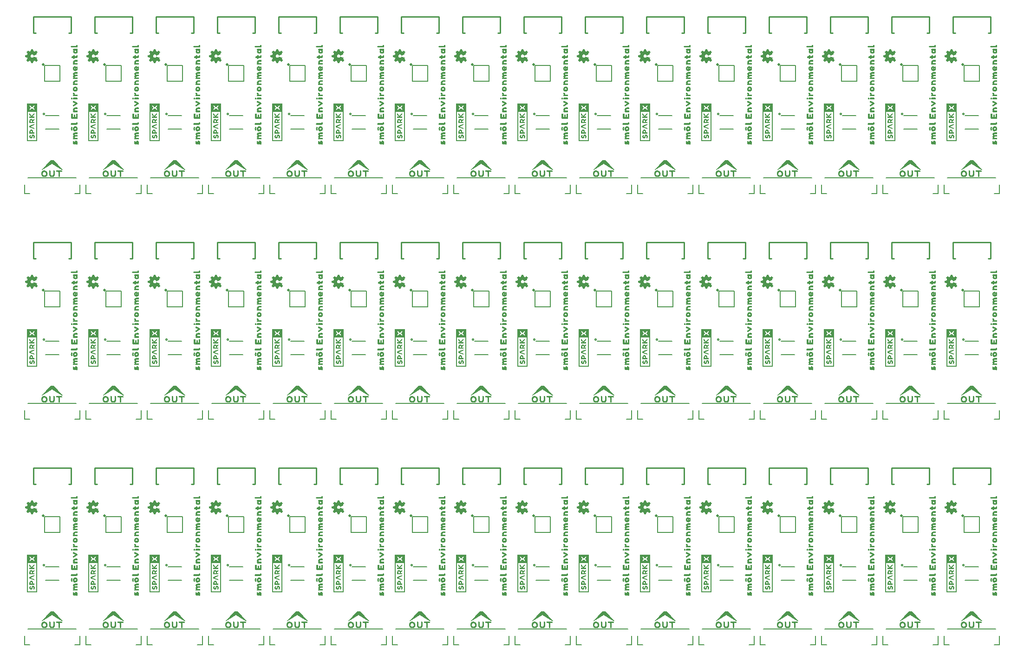
<source format=gto>
G04 EAGLE Gerber RS-274X export*
G75*
%MOMM*%
%FSLAX34Y34*%
%LPD*%
%INSilkscreen Top*%
%IPPOS*%
%AMOC8*
5,1,8,0,0,1.08239X$1,22.5*%
G01*
%ADD10C,0.152400*%
%ADD11C,0.203200*%
%ADD12C,0.508000*%
%ADD13C,0.254000*%

G36*
X808369Y516877D02*
X808369Y516877D01*
X808363Y516884D01*
X808371Y516890D01*
X808371Y585470D01*
X808335Y585517D01*
X808327Y585512D01*
X808321Y585519D01*
X789339Y585519D01*
X789291Y585483D01*
X789297Y585476D01*
X789289Y585470D01*
X789289Y516890D01*
X789325Y516843D01*
X789333Y516848D01*
X789339Y516841D01*
X808321Y516841D01*
X808369Y516877D01*
G37*
G36*
X1255409Y105397D02*
X1255409Y105397D01*
X1255403Y105404D01*
X1255411Y105410D01*
X1255411Y173990D01*
X1255375Y174037D01*
X1255367Y174032D01*
X1255361Y174039D01*
X1236379Y174039D01*
X1236331Y174003D01*
X1236337Y173996D01*
X1236329Y173990D01*
X1236329Y105410D01*
X1236365Y105363D01*
X1236373Y105368D01*
X1236379Y105361D01*
X1255361Y105361D01*
X1255409Y105397D01*
G37*
G36*
X473089Y105397D02*
X473089Y105397D01*
X473083Y105404D01*
X473091Y105410D01*
X473091Y173990D01*
X473055Y174037D01*
X473047Y174032D01*
X473041Y174039D01*
X454059Y174039D01*
X454011Y174003D01*
X454017Y173996D01*
X454009Y173990D01*
X454009Y105410D01*
X454045Y105363D01*
X454053Y105368D01*
X454059Y105361D01*
X473041Y105361D01*
X473089Y105397D01*
G37*
G36*
X1702449Y105397D02*
X1702449Y105397D01*
X1702443Y105404D01*
X1702451Y105410D01*
X1702451Y173990D01*
X1702415Y174037D01*
X1702407Y174032D01*
X1702401Y174039D01*
X1683419Y174039D01*
X1683371Y174003D01*
X1683377Y173996D01*
X1683369Y173990D01*
X1683369Y105410D01*
X1683405Y105363D01*
X1683413Y105368D01*
X1683419Y105361D01*
X1702401Y105361D01*
X1702449Y105397D01*
G37*
G36*
X1590689Y105397D02*
X1590689Y105397D01*
X1590683Y105404D01*
X1590691Y105410D01*
X1590691Y173990D01*
X1590655Y174037D01*
X1590647Y174032D01*
X1590641Y174039D01*
X1571659Y174039D01*
X1571611Y174003D01*
X1571617Y173996D01*
X1571609Y173990D01*
X1571609Y105410D01*
X1571645Y105363D01*
X1571653Y105368D01*
X1571659Y105361D01*
X1590641Y105361D01*
X1590689Y105397D01*
G37*
G36*
X808369Y105397D02*
X808369Y105397D01*
X808363Y105404D01*
X808371Y105410D01*
X808371Y173990D01*
X808335Y174037D01*
X808327Y174032D01*
X808321Y174039D01*
X789339Y174039D01*
X789291Y174003D01*
X789297Y173996D01*
X789289Y173990D01*
X789289Y105410D01*
X789325Y105363D01*
X789333Y105368D01*
X789339Y105361D01*
X808321Y105361D01*
X808369Y105397D01*
G37*
G36*
X920129Y105397D02*
X920129Y105397D01*
X920123Y105404D01*
X920131Y105410D01*
X920131Y173990D01*
X920095Y174037D01*
X920087Y174032D01*
X920081Y174039D01*
X901099Y174039D01*
X901051Y174003D01*
X901057Y173996D01*
X901049Y173990D01*
X901049Y105410D01*
X901085Y105363D01*
X901093Y105368D01*
X901099Y105361D01*
X920081Y105361D01*
X920129Y105397D01*
G37*
G36*
X1031889Y105397D02*
X1031889Y105397D01*
X1031883Y105404D01*
X1031891Y105410D01*
X1031891Y173990D01*
X1031855Y174037D01*
X1031847Y174032D01*
X1031841Y174039D01*
X1012859Y174039D01*
X1012811Y174003D01*
X1012817Y173996D01*
X1012809Y173990D01*
X1012809Y105410D01*
X1012845Y105363D01*
X1012853Y105368D01*
X1012859Y105361D01*
X1031841Y105361D01*
X1031889Y105397D01*
G37*
G36*
X696609Y105397D02*
X696609Y105397D01*
X696603Y105404D01*
X696611Y105410D01*
X696611Y173990D01*
X696575Y174037D01*
X696567Y174032D01*
X696561Y174039D01*
X677579Y174039D01*
X677531Y174003D01*
X677537Y173996D01*
X677529Y173990D01*
X677529Y105410D01*
X677565Y105363D01*
X677573Y105368D01*
X677579Y105361D01*
X696561Y105361D01*
X696609Y105397D01*
G37*
G36*
X1255409Y928357D02*
X1255409Y928357D01*
X1255403Y928364D01*
X1255411Y928370D01*
X1255411Y996950D01*
X1255375Y996997D01*
X1255367Y996992D01*
X1255361Y996999D01*
X1236379Y996999D01*
X1236331Y996963D01*
X1236337Y996956D01*
X1236329Y996950D01*
X1236329Y928370D01*
X1236365Y928323D01*
X1236373Y928328D01*
X1236379Y928321D01*
X1255361Y928321D01*
X1255409Y928357D01*
G37*
G36*
X249569Y105397D02*
X249569Y105397D01*
X249563Y105404D01*
X249571Y105410D01*
X249571Y173990D01*
X249535Y174037D01*
X249527Y174032D01*
X249521Y174039D01*
X230539Y174039D01*
X230491Y174003D01*
X230497Y173996D01*
X230489Y173990D01*
X230489Y105410D01*
X230525Y105363D01*
X230533Y105368D01*
X230539Y105361D01*
X249521Y105361D01*
X249569Y105397D01*
G37*
G36*
X1031889Y928357D02*
X1031889Y928357D01*
X1031883Y928364D01*
X1031891Y928370D01*
X1031891Y996950D01*
X1031855Y996997D01*
X1031847Y996992D01*
X1031841Y996999D01*
X1012859Y996999D01*
X1012811Y996963D01*
X1012817Y996956D01*
X1012809Y996950D01*
X1012809Y928370D01*
X1012845Y928323D01*
X1012853Y928328D01*
X1012859Y928321D01*
X1031841Y928321D01*
X1031889Y928357D01*
G37*
G36*
X584849Y928357D02*
X584849Y928357D01*
X584843Y928364D01*
X584851Y928370D01*
X584851Y996950D01*
X584815Y996997D01*
X584807Y996992D01*
X584801Y996999D01*
X565819Y996999D01*
X565771Y996963D01*
X565777Y996956D01*
X565769Y996950D01*
X565769Y928370D01*
X565805Y928323D01*
X565813Y928328D01*
X565819Y928321D01*
X584801Y928321D01*
X584849Y928357D01*
G37*
G36*
X920129Y928357D02*
X920129Y928357D01*
X920123Y928364D01*
X920131Y928370D01*
X920131Y996950D01*
X920095Y996997D01*
X920087Y996992D01*
X920081Y996999D01*
X901099Y996999D01*
X901051Y996963D01*
X901057Y996956D01*
X901049Y996950D01*
X901049Y928370D01*
X901085Y928323D01*
X901093Y928328D01*
X901099Y928321D01*
X920081Y928321D01*
X920129Y928357D01*
G37*
G36*
X1143649Y928357D02*
X1143649Y928357D01*
X1143643Y928364D01*
X1143651Y928370D01*
X1143651Y996950D01*
X1143615Y996997D01*
X1143607Y996992D01*
X1143601Y996999D01*
X1124619Y996999D01*
X1124571Y996963D01*
X1124577Y996956D01*
X1124569Y996950D01*
X1124569Y928370D01*
X1124605Y928323D01*
X1124613Y928328D01*
X1124619Y928321D01*
X1143601Y928321D01*
X1143649Y928357D01*
G37*
G36*
X361329Y928357D02*
X361329Y928357D01*
X361323Y928364D01*
X361331Y928370D01*
X361331Y996950D01*
X361295Y996997D01*
X361287Y996992D01*
X361281Y996999D01*
X342299Y996999D01*
X342251Y996963D01*
X342257Y996956D01*
X342249Y996950D01*
X342249Y928370D01*
X342285Y928323D01*
X342293Y928328D01*
X342299Y928321D01*
X361281Y928321D01*
X361329Y928357D01*
G37*
G36*
X808369Y928357D02*
X808369Y928357D01*
X808363Y928364D01*
X808371Y928370D01*
X808371Y996950D01*
X808335Y996997D01*
X808327Y996992D01*
X808321Y996999D01*
X789339Y996999D01*
X789291Y996963D01*
X789297Y996956D01*
X789289Y996950D01*
X789289Y928370D01*
X789325Y928323D01*
X789333Y928328D01*
X789339Y928321D01*
X808321Y928321D01*
X808369Y928357D01*
G37*
G36*
X1702449Y928357D02*
X1702449Y928357D01*
X1702443Y928364D01*
X1702451Y928370D01*
X1702451Y996950D01*
X1702415Y996997D01*
X1702407Y996992D01*
X1702401Y996999D01*
X1683419Y996999D01*
X1683371Y996963D01*
X1683377Y996956D01*
X1683369Y996950D01*
X1683369Y928370D01*
X1683405Y928323D01*
X1683413Y928328D01*
X1683419Y928321D01*
X1702401Y928321D01*
X1702449Y928357D01*
G37*
G36*
X1367169Y928357D02*
X1367169Y928357D01*
X1367163Y928364D01*
X1367171Y928370D01*
X1367171Y996950D01*
X1367135Y996997D01*
X1367127Y996992D01*
X1367121Y996999D01*
X1348139Y996999D01*
X1348091Y996963D01*
X1348097Y996956D01*
X1348089Y996950D01*
X1348089Y928370D01*
X1348125Y928323D01*
X1348133Y928328D01*
X1348139Y928321D01*
X1367121Y928321D01*
X1367169Y928357D01*
G37*
G36*
X249569Y928357D02*
X249569Y928357D01*
X249563Y928364D01*
X249571Y928370D01*
X249571Y996950D01*
X249535Y996997D01*
X249527Y996992D01*
X249521Y996999D01*
X230539Y996999D01*
X230491Y996963D01*
X230497Y996956D01*
X230489Y996950D01*
X230489Y928370D01*
X230525Y928323D01*
X230533Y928328D01*
X230539Y928321D01*
X249521Y928321D01*
X249569Y928357D01*
G37*
G36*
X137809Y928357D02*
X137809Y928357D01*
X137803Y928364D01*
X137811Y928370D01*
X137811Y996950D01*
X137775Y996997D01*
X137767Y996992D01*
X137761Y996999D01*
X118779Y996999D01*
X118731Y996963D01*
X118737Y996956D01*
X118729Y996950D01*
X118729Y928370D01*
X118765Y928323D01*
X118773Y928328D01*
X118779Y928321D01*
X137761Y928321D01*
X137809Y928357D01*
G37*
G36*
X1590689Y928357D02*
X1590689Y928357D01*
X1590683Y928364D01*
X1590691Y928370D01*
X1590691Y996950D01*
X1590655Y996997D01*
X1590647Y996992D01*
X1590641Y996999D01*
X1571659Y996999D01*
X1571611Y996963D01*
X1571617Y996956D01*
X1571609Y996950D01*
X1571609Y928370D01*
X1571645Y928323D01*
X1571653Y928328D01*
X1571659Y928321D01*
X1590641Y928321D01*
X1590689Y928357D01*
G37*
G36*
X473089Y928357D02*
X473089Y928357D01*
X473083Y928364D01*
X473091Y928370D01*
X473091Y996950D01*
X473055Y996997D01*
X473047Y996992D01*
X473041Y996999D01*
X454059Y996999D01*
X454011Y996963D01*
X454017Y996956D01*
X454009Y996950D01*
X454009Y928370D01*
X454045Y928323D01*
X454053Y928328D01*
X454059Y928321D01*
X473041Y928321D01*
X473089Y928357D01*
G37*
G36*
X696609Y928357D02*
X696609Y928357D01*
X696603Y928364D01*
X696611Y928370D01*
X696611Y996950D01*
X696575Y996997D01*
X696567Y996992D01*
X696561Y996999D01*
X677579Y996999D01*
X677531Y996963D01*
X677537Y996956D01*
X677529Y996950D01*
X677529Y928370D01*
X677565Y928323D01*
X677573Y928328D01*
X677579Y928321D01*
X696561Y928321D01*
X696609Y928357D01*
G37*
G36*
X584849Y105397D02*
X584849Y105397D01*
X584843Y105404D01*
X584851Y105410D01*
X584851Y173990D01*
X584815Y174037D01*
X584807Y174032D01*
X584801Y174039D01*
X565819Y174039D01*
X565771Y174003D01*
X565777Y173996D01*
X565769Y173990D01*
X565769Y105410D01*
X565805Y105363D01*
X565813Y105368D01*
X565819Y105361D01*
X584801Y105361D01*
X584849Y105397D01*
G37*
G36*
X361329Y105397D02*
X361329Y105397D01*
X361323Y105404D01*
X361331Y105410D01*
X361331Y173990D01*
X361295Y174037D01*
X361287Y174032D01*
X361281Y174039D01*
X342299Y174039D01*
X342251Y174003D01*
X342257Y173996D01*
X342249Y173990D01*
X342249Y105410D01*
X342285Y105363D01*
X342293Y105368D01*
X342299Y105361D01*
X361281Y105361D01*
X361329Y105397D01*
G37*
G36*
X1478929Y105397D02*
X1478929Y105397D01*
X1478923Y105404D01*
X1478931Y105410D01*
X1478931Y173990D01*
X1478895Y174037D01*
X1478887Y174032D01*
X1478881Y174039D01*
X1459899Y174039D01*
X1459851Y174003D01*
X1459857Y173996D01*
X1459849Y173990D01*
X1459849Y105410D01*
X1459885Y105363D01*
X1459893Y105368D01*
X1459899Y105361D01*
X1478881Y105361D01*
X1478929Y105397D01*
G37*
G36*
X1367169Y105397D02*
X1367169Y105397D01*
X1367163Y105404D01*
X1367171Y105410D01*
X1367171Y173990D01*
X1367135Y174037D01*
X1367127Y174032D01*
X1367121Y174039D01*
X1348139Y174039D01*
X1348091Y174003D01*
X1348097Y173996D01*
X1348089Y173990D01*
X1348089Y105410D01*
X1348125Y105363D01*
X1348133Y105368D01*
X1348139Y105361D01*
X1367121Y105361D01*
X1367169Y105397D01*
G37*
G36*
X26015Y174037D02*
X26015Y174037D01*
X26007Y174032D01*
X26001Y174039D01*
X7019Y174039D01*
X6971Y174003D01*
X6977Y173996D01*
X6969Y173990D01*
X6969Y105410D01*
X7005Y105363D01*
X7013Y105368D01*
X7019Y105361D01*
X26001Y105361D01*
X26049Y105397D01*
X26043Y105404D01*
X26051Y105410D01*
X26051Y173990D01*
X26015Y174037D01*
G37*
G36*
X1143649Y105397D02*
X1143649Y105397D01*
X1143643Y105404D01*
X1143651Y105410D01*
X1143651Y173990D01*
X1143615Y174037D01*
X1143607Y174032D01*
X1143601Y174039D01*
X1124619Y174039D01*
X1124571Y174003D01*
X1124577Y173996D01*
X1124569Y173990D01*
X1124569Y105410D01*
X1124605Y105363D01*
X1124613Y105368D01*
X1124619Y105361D01*
X1143601Y105361D01*
X1143649Y105397D01*
G37*
G36*
X137809Y105397D02*
X137809Y105397D01*
X137803Y105404D01*
X137811Y105410D01*
X137811Y173990D01*
X137775Y174037D01*
X137767Y174032D01*
X137761Y174039D01*
X118779Y174039D01*
X118731Y174003D01*
X118737Y173996D01*
X118729Y173990D01*
X118729Y105410D01*
X118765Y105363D01*
X118773Y105368D01*
X118779Y105361D01*
X137761Y105361D01*
X137809Y105397D01*
G37*
G36*
X1255409Y516877D02*
X1255409Y516877D01*
X1255403Y516884D01*
X1255411Y516890D01*
X1255411Y585470D01*
X1255375Y585517D01*
X1255367Y585512D01*
X1255361Y585519D01*
X1236379Y585519D01*
X1236331Y585483D01*
X1236337Y585476D01*
X1236329Y585470D01*
X1236329Y516890D01*
X1236365Y516843D01*
X1236373Y516848D01*
X1236379Y516841D01*
X1255361Y516841D01*
X1255409Y516877D01*
G37*
G36*
X696609Y516877D02*
X696609Y516877D01*
X696603Y516884D01*
X696611Y516890D01*
X696611Y585470D01*
X696575Y585517D01*
X696567Y585512D01*
X696561Y585519D01*
X677579Y585519D01*
X677531Y585483D01*
X677537Y585476D01*
X677529Y585470D01*
X677529Y516890D01*
X677565Y516843D01*
X677573Y516848D01*
X677579Y516841D01*
X696561Y516841D01*
X696609Y516877D01*
G37*
G36*
X920129Y516877D02*
X920129Y516877D01*
X920123Y516884D01*
X920131Y516890D01*
X920131Y585470D01*
X920095Y585517D01*
X920087Y585512D01*
X920081Y585519D01*
X901099Y585519D01*
X901051Y585483D01*
X901057Y585476D01*
X901049Y585470D01*
X901049Y516890D01*
X901085Y516843D01*
X901093Y516848D01*
X901099Y516841D01*
X920081Y516841D01*
X920129Y516877D01*
G37*
G36*
X1143649Y516877D02*
X1143649Y516877D01*
X1143643Y516884D01*
X1143651Y516890D01*
X1143651Y585470D01*
X1143615Y585517D01*
X1143607Y585512D01*
X1143601Y585519D01*
X1124619Y585519D01*
X1124571Y585483D01*
X1124577Y585476D01*
X1124569Y585470D01*
X1124569Y516890D01*
X1124605Y516843D01*
X1124613Y516848D01*
X1124619Y516841D01*
X1143601Y516841D01*
X1143649Y516877D01*
G37*
G36*
X361329Y516877D02*
X361329Y516877D01*
X361323Y516884D01*
X361331Y516890D01*
X361331Y585470D01*
X361295Y585517D01*
X361287Y585512D01*
X361281Y585519D01*
X342299Y585519D01*
X342251Y585483D01*
X342257Y585476D01*
X342249Y585470D01*
X342249Y516890D01*
X342285Y516843D01*
X342293Y516848D01*
X342299Y516841D01*
X361281Y516841D01*
X361329Y516877D01*
G37*
G36*
X26049Y928357D02*
X26049Y928357D01*
X26043Y928364D01*
X26051Y928370D01*
X26051Y996950D01*
X26015Y996997D01*
X26007Y996992D01*
X26001Y996999D01*
X7019Y996999D01*
X6971Y996963D01*
X6977Y996956D01*
X6969Y996950D01*
X6969Y928370D01*
X7005Y928323D01*
X7013Y928328D01*
X7019Y928321D01*
X26001Y928321D01*
X26049Y928357D01*
G37*
G36*
X1702449Y516877D02*
X1702449Y516877D01*
X1702443Y516884D01*
X1702451Y516890D01*
X1702451Y585470D01*
X1702415Y585517D01*
X1702407Y585512D01*
X1702401Y585519D01*
X1683419Y585519D01*
X1683371Y585483D01*
X1683377Y585476D01*
X1683369Y585470D01*
X1683369Y516890D01*
X1683405Y516843D01*
X1683413Y516848D01*
X1683419Y516841D01*
X1702401Y516841D01*
X1702449Y516877D01*
G37*
G36*
X1367169Y516877D02*
X1367169Y516877D01*
X1367163Y516884D01*
X1367171Y516890D01*
X1367171Y585470D01*
X1367135Y585517D01*
X1367127Y585512D01*
X1367121Y585519D01*
X1348139Y585519D01*
X1348091Y585483D01*
X1348097Y585476D01*
X1348089Y585470D01*
X1348089Y516890D01*
X1348125Y516843D01*
X1348133Y516848D01*
X1348139Y516841D01*
X1367121Y516841D01*
X1367169Y516877D01*
G37*
G36*
X1590689Y516877D02*
X1590689Y516877D01*
X1590683Y516884D01*
X1590691Y516890D01*
X1590691Y585470D01*
X1590655Y585517D01*
X1590647Y585512D01*
X1590641Y585519D01*
X1571659Y585519D01*
X1571611Y585483D01*
X1571617Y585476D01*
X1571609Y585470D01*
X1571609Y516890D01*
X1571645Y516843D01*
X1571653Y516848D01*
X1571659Y516841D01*
X1590641Y516841D01*
X1590689Y516877D01*
G37*
G36*
X249569Y516877D02*
X249569Y516877D01*
X249563Y516884D01*
X249571Y516890D01*
X249571Y585470D01*
X249535Y585517D01*
X249527Y585512D01*
X249521Y585519D01*
X230539Y585519D01*
X230491Y585483D01*
X230497Y585476D01*
X230489Y585470D01*
X230489Y516890D01*
X230525Y516843D01*
X230533Y516848D01*
X230539Y516841D01*
X249521Y516841D01*
X249569Y516877D01*
G37*
G36*
X1478929Y516877D02*
X1478929Y516877D01*
X1478923Y516884D01*
X1478931Y516890D01*
X1478931Y585470D01*
X1478895Y585517D01*
X1478887Y585512D01*
X1478881Y585519D01*
X1459899Y585519D01*
X1459851Y585483D01*
X1459857Y585476D01*
X1459849Y585470D01*
X1459849Y516890D01*
X1459885Y516843D01*
X1459893Y516848D01*
X1459899Y516841D01*
X1478881Y516841D01*
X1478929Y516877D01*
G37*
G36*
X137809Y516877D02*
X137809Y516877D01*
X137803Y516884D01*
X137811Y516890D01*
X137811Y585470D01*
X137775Y585517D01*
X137767Y585512D01*
X137761Y585519D01*
X118779Y585519D01*
X118731Y585483D01*
X118737Y585476D01*
X118729Y585470D01*
X118729Y516890D01*
X118765Y516843D01*
X118773Y516848D01*
X118779Y516841D01*
X137761Y516841D01*
X137809Y516877D01*
G37*
G36*
X1031889Y516877D02*
X1031889Y516877D01*
X1031883Y516884D01*
X1031891Y516890D01*
X1031891Y585470D01*
X1031855Y585517D01*
X1031847Y585512D01*
X1031841Y585519D01*
X1012859Y585519D01*
X1012811Y585483D01*
X1012817Y585476D01*
X1012809Y585470D01*
X1012809Y516890D01*
X1012845Y516843D01*
X1012853Y516848D01*
X1012859Y516841D01*
X1031841Y516841D01*
X1031889Y516877D01*
G37*
G36*
X584849Y516877D02*
X584849Y516877D01*
X584843Y516884D01*
X584851Y516890D01*
X584851Y585470D01*
X584815Y585517D01*
X584807Y585512D01*
X584801Y585519D01*
X565819Y585519D01*
X565771Y585483D01*
X565777Y585476D01*
X565769Y585470D01*
X565769Y516890D01*
X565805Y516843D01*
X565813Y516848D01*
X565819Y516841D01*
X584801Y516841D01*
X584849Y516877D01*
G37*
G36*
X26049Y516877D02*
X26049Y516877D01*
X26043Y516884D01*
X26051Y516890D01*
X26051Y585470D01*
X26015Y585517D01*
X26007Y585512D01*
X26001Y585519D01*
X7019Y585519D01*
X6971Y585483D01*
X6977Y585476D01*
X6969Y585470D01*
X6969Y516890D01*
X7005Y516843D01*
X7013Y516848D01*
X7019Y516841D01*
X26001Y516841D01*
X26049Y516877D01*
G37*
G36*
X473089Y516877D02*
X473089Y516877D01*
X473083Y516884D01*
X473091Y516890D01*
X473091Y585470D01*
X473055Y585517D01*
X473047Y585512D01*
X473041Y585519D01*
X454059Y585519D01*
X454011Y585483D01*
X454017Y585476D01*
X454009Y585470D01*
X454009Y516890D01*
X454045Y516843D01*
X454053Y516848D01*
X454059Y516841D01*
X473041Y516841D01*
X473089Y516877D01*
G37*
G36*
X1478929Y928357D02*
X1478929Y928357D01*
X1478923Y928364D01*
X1478931Y928370D01*
X1478931Y996950D01*
X1478895Y996997D01*
X1478887Y996992D01*
X1478881Y996999D01*
X1459899Y996999D01*
X1459851Y996963D01*
X1459857Y996956D01*
X1459849Y996950D01*
X1459849Y928370D01*
X1459885Y928323D01*
X1459893Y928328D01*
X1459899Y928321D01*
X1478881Y928321D01*
X1478929Y928357D01*
G37*
%LPC*%
G36*
X1126430Y107222D02*
X1126430Y107222D01*
X1126430Y158620D01*
X1141790Y158620D01*
X1141790Y107222D01*
X1126430Y107222D01*
G37*
%LPD*%
%LPC*%
G36*
X791150Y107222D02*
X791150Y107222D01*
X791150Y158620D01*
X806510Y158620D01*
X806510Y107222D01*
X791150Y107222D01*
G37*
%LPD*%
%LPC*%
G36*
X567630Y107222D02*
X567630Y107222D01*
X567630Y158620D01*
X582990Y158620D01*
X582990Y107222D01*
X567630Y107222D01*
G37*
%LPD*%
%LPC*%
G36*
X344110Y107222D02*
X344110Y107222D01*
X344110Y158620D01*
X359470Y158620D01*
X359470Y107222D01*
X344110Y107222D01*
G37*
%LPD*%
%LPC*%
G36*
X232350Y107222D02*
X232350Y107222D01*
X232350Y158620D01*
X247710Y158620D01*
X247710Y107222D01*
X232350Y107222D01*
G37*
%LPD*%
%LPC*%
G36*
X1014670Y107222D02*
X1014670Y107222D01*
X1014670Y158620D01*
X1030030Y158620D01*
X1030030Y107222D01*
X1014670Y107222D01*
G37*
%LPD*%
%LPC*%
G36*
X1573470Y107222D02*
X1573470Y107222D01*
X1573470Y158620D01*
X1588830Y158620D01*
X1588830Y107222D01*
X1573470Y107222D01*
G37*
%LPD*%
%LPC*%
G36*
X8830Y518702D02*
X8830Y518702D01*
X8830Y570100D01*
X24190Y570100D01*
X24190Y518702D01*
X8830Y518702D01*
G37*
%LPD*%
%LPC*%
G36*
X120590Y518702D02*
X120590Y518702D01*
X120590Y570100D01*
X135950Y570100D01*
X135950Y518702D01*
X120590Y518702D01*
G37*
%LPD*%
%LPC*%
G36*
X344110Y518702D02*
X344110Y518702D01*
X344110Y570100D01*
X359470Y570100D01*
X359470Y518702D01*
X344110Y518702D01*
G37*
%LPD*%
%LPC*%
G36*
X679390Y518702D02*
X679390Y518702D01*
X679390Y570100D01*
X694750Y570100D01*
X694750Y518702D01*
X679390Y518702D01*
G37*
%LPD*%
%LPC*%
G36*
X902910Y518702D02*
X902910Y518702D01*
X902910Y570100D01*
X918270Y570100D01*
X918270Y518702D01*
X902910Y518702D01*
G37*
%LPD*%
%LPC*%
G36*
X1349950Y518702D02*
X1349950Y518702D01*
X1349950Y570100D01*
X1365310Y570100D01*
X1365310Y518702D01*
X1349950Y518702D01*
G37*
%LPD*%
%LPC*%
G36*
X791150Y518702D02*
X791150Y518702D01*
X791150Y570100D01*
X806510Y570100D01*
X806510Y518702D01*
X791150Y518702D01*
G37*
%LPD*%
%LPC*%
G36*
X1461710Y518702D02*
X1461710Y518702D01*
X1461710Y570100D01*
X1477070Y570100D01*
X1477070Y518702D01*
X1461710Y518702D01*
G37*
%LPD*%
%LPC*%
G36*
X455870Y930182D02*
X455870Y930182D01*
X455870Y981580D01*
X471230Y981580D01*
X471230Y930182D01*
X455870Y930182D01*
G37*
%LPD*%
%LPC*%
G36*
X1126430Y930182D02*
X1126430Y930182D01*
X1126430Y981580D01*
X1141790Y981580D01*
X1141790Y930182D01*
X1126430Y930182D01*
G37*
%LPD*%
%LPC*%
G36*
X679390Y930182D02*
X679390Y930182D01*
X679390Y981580D01*
X694750Y981580D01*
X694750Y930182D01*
X679390Y930182D01*
G37*
%LPD*%
%LPC*%
G36*
X791150Y930182D02*
X791150Y930182D01*
X791150Y981580D01*
X806510Y981580D01*
X806510Y930182D01*
X791150Y930182D01*
G37*
%LPD*%
%LPC*%
G36*
X1238190Y930182D02*
X1238190Y930182D01*
X1238190Y981580D01*
X1253550Y981580D01*
X1253550Y930182D01*
X1238190Y930182D01*
G37*
%LPD*%
%LPC*%
G36*
X232350Y930182D02*
X232350Y930182D01*
X232350Y981580D01*
X247710Y981580D01*
X247710Y930182D01*
X232350Y930182D01*
G37*
%LPD*%
%LPC*%
G36*
X8830Y930182D02*
X8830Y930182D01*
X8830Y981580D01*
X24190Y981580D01*
X24190Y930182D01*
X8830Y930182D01*
G37*
%LPD*%
%LPC*%
G36*
X1685230Y930182D02*
X1685230Y930182D01*
X1685230Y981580D01*
X1700590Y981580D01*
X1700590Y930182D01*
X1685230Y930182D01*
G37*
%LPD*%
%LPC*%
G36*
X1461710Y930182D02*
X1461710Y930182D01*
X1461710Y981580D01*
X1477070Y981580D01*
X1477070Y930182D01*
X1461710Y930182D01*
G37*
%LPD*%
%LPC*%
G36*
X902910Y930182D02*
X902910Y930182D01*
X902910Y981580D01*
X918270Y981580D01*
X918270Y930182D01*
X902910Y930182D01*
G37*
%LPD*%
%LPC*%
G36*
X344110Y930182D02*
X344110Y930182D01*
X344110Y981580D01*
X359470Y981580D01*
X359470Y930182D01*
X344110Y930182D01*
G37*
%LPD*%
%LPC*%
G36*
X120590Y930182D02*
X120590Y930182D01*
X120590Y981580D01*
X135950Y981580D01*
X135950Y930182D01*
X120590Y930182D01*
G37*
%LPD*%
%LPC*%
G36*
X1349950Y930182D02*
X1349950Y930182D01*
X1349950Y981580D01*
X1365310Y981580D01*
X1365310Y930182D01*
X1349950Y930182D01*
G37*
%LPD*%
%LPC*%
G36*
X1573470Y930182D02*
X1573470Y930182D01*
X1573470Y981580D01*
X1588830Y981580D01*
X1588830Y930182D01*
X1573470Y930182D01*
G37*
%LPD*%
%LPC*%
G36*
X1126430Y518702D02*
X1126430Y518702D01*
X1126430Y570100D01*
X1141790Y570100D01*
X1141790Y518702D01*
X1126430Y518702D01*
G37*
%LPD*%
%LPC*%
G36*
X1685230Y107222D02*
X1685230Y107222D01*
X1685230Y158620D01*
X1700590Y158620D01*
X1700590Y107222D01*
X1685230Y107222D01*
G37*
%LPD*%
%LPC*%
G36*
X1461710Y107222D02*
X1461710Y107222D01*
X1461710Y158620D01*
X1477070Y158620D01*
X1477070Y107222D01*
X1461710Y107222D01*
G37*
%LPD*%
%LPC*%
G36*
X120590Y107222D02*
X120590Y107222D01*
X120590Y158620D01*
X135950Y158620D01*
X135950Y107222D01*
X120590Y107222D01*
G37*
%LPD*%
%LPC*%
G36*
X24190Y107222D02*
X24190Y107222D01*
X8830Y107222D01*
X8830Y158620D01*
X24190Y158620D01*
X24190Y107222D01*
G37*
%LPD*%
%LPC*%
G36*
X679390Y107222D02*
X679390Y107222D01*
X679390Y158620D01*
X694750Y158620D01*
X694750Y107222D01*
X679390Y107222D01*
G37*
%LPD*%
%LPC*%
G36*
X1014670Y518702D02*
X1014670Y518702D01*
X1014670Y570100D01*
X1030030Y570100D01*
X1030030Y518702D01*
X1014670Y518702D01*
G37*
%LPD*%
%LPC*%
G36*
X902910Y107222D02*
X902910Y107222D01*
X902910Y158620D01*
X918270Y158620D01*
X918270Y107222D01*
X902910Y107222D01*
G37*
%LPD*%
%LPC*%
G36*
X1014670Y930182D02*
X1014670Y930182D01*
X1014670Y981580D01*
X1030030Y981580D01*
X1030030Y930182D01*
X1014670Y930182D01*
G37*
%LPD*%
%LPC*%
G36*
X1238190Y518702D02*
X1238190Y518702D01*
X1238190Y570100D01*
X1253550Y570100D01*
X1253550Y518702D01*
X1238190Y518702D01*
G37*
%LPD*%
%LPC*%
G36*
X1238190Y107222D02*
X1238190Y107222D01*
X1238190Y158620D01*
X1253550Y158620D01*
X1253550Y107222D01*
X1238190Y107222D01*
G37*
%LPD*%
%LPC*%
G36*
X1349950Y107222D02*
X1349950Y107222D01*
X1349950Y158620D01*
X1365310Y158620D01*
X1365310Y107222D01*
X1349950Y107222D01*
G37*
%LPD*%
%LPC*%
G36*
X455870Y107222D02*
X455870Y107222D01*
X455870Y158620D01*
X471230Y158620D01*
X471230Y107222D01*
X455870Y107222D01*
G37*
%LPD*%
%LPC*%
G36*
X567630Y930182D02*
X567630Y930182D01*
X567630Y981580D01*
X582990Y981580D01*
X582990Y930182D01*
X567630Y930182D01*
G37*
%LPD*%
%LPC*%
G36*
X455870Y518702D02*
X455870Y518702D01*
X455870Y570100D01*
X471230Y570100D01*
X471230Y518702D01*
X455870Y518702D01*
G37*
%LPD*%
%LPC*%
G36*
X567630Y518702D02*
X567630Y518702D01*
X567630Y570100D01*
X582990Y570100D01*
X582990Y518702D01*
X567630Y518702D01*
G37*
%LPD*%
%LPC*%
G36*
X1573470Y518702D02*
X1573470Y518702D01*
X1573470Y570100D01*
X1588830Y570100D01*
X1588830Y518702D01*
X1573470Y518702D01*
G37*
%LPD*%
%LPC*%
G36*
X1685230Y518702D02*
X1685230Y518702D01*
X1685230Y570100D01*
X1700590Y570100D01*
X1700590Y518702D01*
X1685230Y518702D01*
G37*
%LPD*%
%LPC*%
G36*
X232350Y518702D02*
X232350Y518702D01*
X232350Y570100D01*
X247710Y570100D01*
X247710Y518702D01*
X232350Y518702D01*
G37*
%LPD*%
G36*
X1694655Y659121D02*
X1694655Y659121D01*
X1694674Y659119D01*
X1694739Y659141D01*
X1694805Y659156D01*
X1694820Y659169D01*
X1694838Y659175D01*
X1694886Y659223D01*
X1694938Y659266D01*
X1694946Y659284D01*
X1694960Y659298D01*
X1695000Y659404D01*
X1695009Y659424D01*
X1695009Y659428D01*
X1695010Y659432D01*
X1695568Y662688D01*
X1695626Y662717D01*
X1695736Y662717D01*
X1695811Y662734D01*
X1695886Y662748D01*
X1695896Y662754D01*
X1695905Y662756D01*
X1695932Y662779D01*
X1695988Y662817D01*
X1696036Y662817D01*
X1696111Y662834D01*
X1696186Y662848D01*
X1696196Y662854D01*
X1696205Y662856D01*
X1696232Y662879D01*
X1696304Y662928D01*
X1696361Y662984D01*
X1696426Y663017D01*
X1696536Y663017D01*
X1696611Y663034D01*
X1696686Y663048D01*
X1696696Y663054D01*
X1696705Y663056D01*
X1696732Y663079D01*
X1696788Y663117D01*
X1696836Y663117D01*
X1696911Y663134D01*
X1696986Y663148D01*
X1696996Y663154D01*
X1697005Y663156D01*
X1697032Y663179D01*
X1697104Y663228D01*
X1697161Y663284D01*
X1697306Y663357D01*
X1697334Y663380D01*
X1697404Y663428D01*
X1697461Y663484D01*
X1697526Y663517D01*
X1697536Y663517D01*
X1697552Y663520D01*
X1697568Y663518D01*
X1697699Y663555D01*
X1697701Y663555D01*
X1700316Y661687D01*
X1700331Y661681D01*
X1700342Y661670D01*
X1700410Y661649D01*
X1700476Y661622D01*
X1700492Y661623D01*
X1700507Y661618D01*
X1700577Y661629D01*
X1700649Y661634D01*
X1700662Y661642D01*
X1700678Y661644D01*
X1700794Y661719D01*
X1700798Y661721D01*
X1700798Y661722D01*
X1703098Y663922D01*
X1703110Y663940D01*
X1703127Y663953D01*
X1703157Y664012D01*
X1703193Y664067D01*
X1703195Y664088D01*
X1703205Y664107D01*
X1703205Y664173D01*
X1703213Y664239D01*
X1703206Y664259D01*
X1703206Y664280D01*
X1703164Y664375D01*
X1703155Y664402D01*
X1703151Y664405D01*
X1703149Y664411D01*
X1701272Y667132D01*
X1701289Y667155D01*
X1701291Y667167D01*
X1701296Y667175D01*
X1701299Y667210D01*
X1701302Y667225D01*
X1701304Y667228D01*
X1701345Y667293D01*
X1701389Y667355D01*
X1701391Y667367D01*
X1701396Y667375D01*
X1701399Y667410D01*
X1701402Y667425D01*
X1701404Y667428D01*
X1701445Y667493D01*
X1701489Y667555D01*
X1701491Y667567D01*
X1701496Y667575D01*
X1701499Y667610D01*
X1701502Y667625D01*
X1701504Y667628D01*
X1701545Y667693D01*
X1701589Y667755D01*
X1701591Y667767D01*
X1701596Y667775D01*
X1701599Y667810D01*
X1701602Y667825D01*
X1701604Y667828D01*
X1701645Y667893D01*
X1701689Y667955D01*
X1701691Y667967D01*
X1701696Y667975D01*
X1701699Y668010D01*
X1701702Y668025D01*
X1701704Y668028D01*
X1701745Y668093D01*
X1701789Y668155D01*
X1701791Y668167D01*
X1701796Y668175D01*
X1701799Y668210D01*
X1701816Y668296D01*
X1701816Y668346D01*
X1701826Y668363D01*
X1701833Y668368D01*
X1701835Y668373D01*
X1701861Y668400D01*
X1701874Y668439D01*
X1701896Y668475D01*
X1701900Y668519D01*
X1701903Y668526D01*
X1701903Y668530D01*
X1701914Y668564D01*
X1701908Y668606D01*
X1701912Y668647D01*
X1701897Y668687D01*
X1701896Y668699D01*
X1701894Y668704D01*
X1701889Y668735D01*
X1701865Y668770D01*
X1701850Y668809D01*
X1701823Y668834D01*
X1701813Y668851D01*
X1701804Y668857D01*
X1701791Y668877D01*
X1701748Y668903D01*
X1701723Y668926D01*
X1701698Y668933D01*
X1701679Y668945D01*
X1701672Y668950D01*
X1701670Y668951D01*
X1701668Y668952D01*
X1696268Y670952D01*
X1696211Y670959D01*
X1696156Y670975D01*
X1696126Y670969D01*
X1696096Y670973D01*
X1696042Y670954D01*
X1695986Y670944D01*
X1695961Y670926D01*
X1695933Y670916D01*
X1695893Y670875D01*
X1695847Y670841D01*
X1695830Y670811D01*
X1695812Y670792D01*
X1695802Y670760D01*
X1695777Y670716D01*
X1695685Y670442D01*
X1695525Y670121D01*
X1695368Y669964D01*
X1695349Y669934D01*
X1695297Y669866D01*
X1695225Y669721D01*
X1695112Y669608D01*
X1694967Y669535D01*
X1694939Y669512D01*
X1694868Y669464D01*
X1694712Y669308D01*
X1694391Y669147D01*
X1694116Y669056D01*
X1694097Y669044D01*
X1694067Y669035D01*
X1693747Y668875D01*
X1693536Y668875D01*
X1693501Y668867D01*
X1693416Y668856D01*
X1693175Y668775D01*
X1692698Y668775D01*
X1691604Y669140D01*
X1691078Y669491D01*
X1690931Y669638D01*
X1690752Y669906D01*
X1690729Y669928D01*
X1690704Y669964D01*
X1690531Y670138D01*
X1690380Y670364D01*
X1690296Y670616D01*
X1690277Y670648D01*
X1690252Y670706D01*
X1690116Y670911D01*
X1690116Y671096D01*
X1690107Y671131D01*
X1690104Y671188D01*
X1690016Y671543D01*
X1690016Y672134D01*
X1690096Y672376D01*
X1690099Y672412D01*
X1690116Y672496D01*
X1690116Y672681D01*
X1690252Y672886D01*
X1690265Y672921D01*
X1690296Y672976D01*
X1690380Y673228D01*
X1690731Y673755D01*
X1691078Y674101D01*
X1691604Y674452D01*
X1691856Y674536D01*
X1691888Y674556D01*
X1691947Y674580D01*
X1692151Y674717D01*
X1692336Y674717D01*
X1692371Y674725D01*
X1692456Y674736D01*
X1692698Y674817D01*
X1693475Y674817D01*
X1693716Y674736D01*
X1693752Y674733D01*
X1693836Y674717D01*
X1693947Y674717D01*
X1694067Y674657D01*
X1694089Y674651D01*
X1694116Y674636D01*
X1694391Y674545D01*
X1694512Y674484D01*
X1694668Y674328D01*
X1694699Y674309D01*
X1694767Y674257D01*
X1694912Y674184D01*
X1695225Y673871D01*
X1695297Y673726D01*
X1695320Y673699D01*
X1695340Y673670D01*
X1695348Y673654D01*
X1695352Y673652D01*
X1695368Y673628D01*
X1695525Y673471D01*
X1695797Y672926D01*
X1695817Y672903D01*
X1695829Y672874D01*
X1695872Y672837D01*
X1695908Y672793D01*
X1695936Y672781D01*
X1695959Y672761D01*
X1696014Y672746D01*
X1696066Y672723D01*
X1696097Y672725D01*
X1696127Y672717D01*
X1696201Y672729D01*
X1696239Y672731D01*
X1696251Y672738D01*
X1696268Y672740D01*
X1701668Y674740D01*
X1701685Y674752D01*
X1701705Y674756D01*
X1701756Y674799D01*
X1701812Y674836D01*
X1701823Y674854D01*
X1701838Y674866D01*
X1701865Y674928D01*
X1701899Y674986D01*
X1701900Y675006D01*
X1701909Y675024D01*
X1701906Y675091D01*
X1701910Y675158D01*
X1701903Y675177D01*
X1701902Y675197D01*
X1701870Y675256D01*
X1701844Y675318D01*
X1701829Y675331D01*
X1701819Y675349D01*
X1701800Y675362D01*
X1701798Y675370D01*
X1701785Y675446D01*
X1701778Y675455D01*
X1701776Y675464D01*
X1701753Y675492D01*
X1701704Y675564D01*
X1701698Y675571D01*
X1701685Y675646D01*
X1701678Y675655D01*
X1701676Y675664D01*
X1701653Y675692D01*
X1701604Y675764D01*
X1701598Y675771D01*
X1701585Y675846D01*
X1701578Y675855D01*
X1701576Y675864D01*
X1701553Y675892D01*
X1701516Y675948D01*
X1701516Y675996D01*
X1701498Y676070D01*
X1701485Y676146D01*
X1701478Y676155D01*
X1701476Y676164D01*
X1701453Y676192D01*
X1701404Y676264D01*
X1701403Y676266D01*
X1701402Y676284D01*
X1701393Y676301D01*
X1701385Y676346D01*
X1701378Y676355D01*
X1701376Y676364D01*
X1701353Y676392D01*
X1701304Y676464D01*
X1701287Y676482D01*
X1703149Y679181D01*
X1703155Y679197D01*
X1703166Y679209D01*
X1703186Y679277D01*
X1703212Y679342D01*
X1703210Y679359D01*
X1703215Y679375D01*
X1703203Y679444D01*
X1703197Y679514D01*
X1703188Y679529D01*
X1703185Y679546D01*
X1703113Y679652D01*
X1703107Y679662D01*
X1703105Y679663D01*
X1703104Y679664D01*
X1700804Y681964D01*
X1700784Y681977D01*
X1700768Y681996D01*
X1700711Y682022D01*
X1700657Y682055D01*
X1700633Y682058D01*
X1700610Y682068D01*
X1700548Y682066D01*
X1700485Y682072D01*
X1700462Y682063D01*
X1700437Y682062D01*
X1700355Y682022D01*
X1700324Y682010D01*
X1700318Y682004D01*
X1700309Y681999D01*
X1697715Y680054D01*
X1697704Y680064D01*
X1697674Y680083D01*
X1697606Y680135D01*
X1697406Y680235D01*
X1697390Y680239D01*
X1697377Y680248D01*
X1697243Y680274D01*
X1697238Y680275D01*
X1697237Y680275D01*
X1697236Y680275D01*
X1697226Y680275D01*
X1697161Y680308D01*
X1697104Y680364D01*
X1697074Y680383D01*
X1697006Y680435D01*
X1696806Y680535D01*
X1696790Y680539D01*
X1696777Y680548D01*
X1696643Y680574D01*
X1696638Y680575D01*
X1696637Y680575D01*
X1696636Y680575D01*
X1696626Y680575D01*
X1696306Y680735D01*
X1696290Y680739D01*
X1696277Y680748D01*
X1696143Y680774D01*
X1696138Y680775D01*
X1696137Y680775D01*
X1696136Y680775D01*
X1696126Y680775D01*
X1696006Y680835D01*
X1695990Y680839D01*
X1695977Y680848D01*
X1695843Y680874D01*
X1695838Y680875D01*
X1695837Y680875D01*
X1695836Y680875D01*
X1695826Y680875D01*
X1695706Y680935D01*
X1695690Y680939D01*
X1695677Y680948D01*
X1695575Y680968D01*
X1695010Y684260D01*
X1695003Y684278D01*
X1695002Y684297D01*
X1694969Y684357D01*
X1694943Y684419D01*
X1694928Y684432D01*
X1694919Y684449D01*
X1694863Y684488D01*
X1694812Y684532D01*
X1694793Y684537D01*
X1694777Y684548D01*
X1694666Y684570D01*
X1694644Y684575D01*
X1694640Y684574D01*
X1694636Y684575D01*
X1691436Y684575D01*
X1691417Y684571D01*
X1691396Y684573D01*
X1691333Y684551D01*
X1691268Y684536D01*
X1691252Y684523D01*
X1691233Y684516D01*
X1691186Y684468D01*
X1691134Y684426D01*
X1691126Y684407D01*
X1691112Y684393D01*
X1691074Y684291D01*
X1691064Y684268D01*
X1691064Y684263D01*
X1691062Y684258D01*
X1690515Y680975D01*
X1690436Y680975D01*
X1690362Y680958D01*
X1690287Y680944D01*
X1690277Y680938D01*
X1690268Y680936D01*
X1690240Y680913D01*
X1690185Y680875D01*
X1690136Y680875D01*
X1690062Y680858D01*
X1689987Y680844D01*
X1689977Y680838D01*
X1689968Y680836D01*
X1689940Y680813D01*
X1689868Y680764D01*
X1689812Y680708D01*
X1689747Y680675D01*
X1689636Y680675D01*
X1689562Y680658D01*
X1689487Y680644D01*
X1689477Y680638D01*
X1689468Y680636D01*
X1689440Y680613D01*
X1689385Y680575D01*
X1689336Y680575D01*
X1689262Y680558D01*
X1689187Y680544D01*
X1689177Y680538D01*
X1689168Y680536D01*
X1689140Y680513D01*
X1689068Y680464D01*
X1689012Y680408D01*
X1688867Y680335D01*
X1688839Y680312D01*
X1688785Y680275D01*
X1688736Y680275D01*
X1688662Y680258D01*
X1688587Y680244D01*
X1688577Y680238D01*
X1688568Y680236D01*
X1688540Y680213D01*
X1688468Y680164D01*
X1688412Y680108D01*
X1688332Y680068D01*
X1685659Y682003D01*
X1685635Y682013D01*
X1685616Y682030D01*
X1685556Y682046D01*
X1685499Y682070D01*
X1685474Y682068D01*
X1685449Y682075D01*
X1685388Y682063D01*
X1685326Y682059D01*
X1685304Y682046D01*
X1685279Y682041D01*
X1685207Y681990D01*
X1685177Y681972D01*
X1685172Y681965D01*
X1685162Y681958D01*
X1682962Y679658D01*
X1682956Y679647D01*
X1682945Y679639D01*
X1682912Y679573D01*
X1682874Y679509D01*
X1682873Y679496D01*
X1682868Y679485D01*
X1682867Y679411D01*
X1682862Y679337D01*
X1682867Y679325D01*
X1682867Y679312D01*
X1682924Y679181D01*
X1684768Y676507D01*
X1684697Y676366D01*
X1684693Y676350D01*
X1684684Y676337D01*
X1684672Y676272D01*
X1684664Y676255D01*
X1684665Y676235D01*
X1684658Y676203D01*
X1684657Y676197D01*
X1684657Y676196D01*
X1684657Y676186D01*
X1684625Y676121D01*
X1684568Y676064D01*
X1684556Y676045D01*
X1684542Y676033D01*
X1684533Y676012D01*
X1684497Y675966D01*
X1684397Y675766D01*
X1684393Y675750D01*
X1684384Y675737D01*
X1684358Y675603D01*
X1684357Y675597D01*
X1684357Y675596D01*
X1684357Y675586D01*
X1684325Y675521D01*
X1684268Y675464D01*
X1684228Y675399D01*
X1684184Y675337D01*
X1684182Y675325D01*
X1684177Y675317D01*
X1684174Y675282D01*
X1684157Y675196D01*
X1684157Y675086D01*
X1684097Y674966D01*
X1684093Y674950D01*
X1684084Y674937D01*
X1684058Y674803D01*
X1684057Y674797D01*
X1684057Y674796D01*
X1684057Y674786D01*
X1683997Y674666D01*
X1683993Y674650D01*
X1683984Y674637D01*
X1683958Y674503D01*
X1683957Y674497D01*
X1683957Y674496D01*
X1683957Y674486D01*
X1683897Y674366D01*
X1683893Y674350D01*
X1683884Y674337D01*
X1683881Y674320D01*
X1680672Y673770D01*
X1680654Y673762D01*
X1680635Y673761D01*
X1680576Y673729D01*
X1680513Y673702D01*
X1680500Y673688D01*
X1680483Y673678D01*
X1680444Y673623D01*
X1680400Y673571D01*
X1680395Y673552D01*
X1680384Y673537D01*
X1680363Y673426D01*
X1680357Y673404D01*
X1680358Y673400D01*
X1680357Y673396D01*
X1680357Y670196D01*
X1680361Y670177D01*
X1680359Y670158D01*
X1680381Y670094D01*
X1680397Y670028D01*
X1680409Y670013D01*
X1680415Y669994D01*
X1680463Y669947D01*
X1680507Y669894D01*
X1680524Y669886D01*
X1680538Y669873D01*
X1680644Y669833D01*
X1680665Y669824D01*
X1680668Y669824D01*
X1680672Y669822D01*
X1683928Y669264D01*
X1683957Y669206D01*
X1683957Y669096D01*
X1683975Y669022D01*
X1683988Y668946D01*
X1683994Y668937D01*
X1683997Y668928D01*
X1684019Y668900D01*
X1684057Y668844D01*
X1684057Y668796D01*
X1684061Y668780D01*
X1684058Y668764D01*
X1684095Y668633D01*
X1684097Y668628D01*
X1684097Y668627D01*
X1684097Y668626D01*
X1684157Y668506D01*
X1684157Y668496D01*
X1684161Y668480D01*
X1684158Y668464D01*
X1684195Y668333D01*
X1684197Y668328D01*
X1684197Y668327D01*
X1684197Y668326D01*
X1684297Y668126D01*
X1684320Y668099D01*
X1684357Y668044D01*
X1684357Y667996D01*
X1684375Y667922D01*
X1684388Y667846D01*
X1684394Y667837D01*
X1684397Y667828D01*
X1684419Y667800D01*
X1684468Y667728D01*
X1684525Y667671D01*
X1684597Y667526D01*
X1684620Y667499D01*
X1684657Y667444D01*
X1684657Y667396D01*
X1684675Y667322D01*
X1684688Y667246D01*
X1684694Y667237D01*
X1684697Y667228D01*
X1684719Y667200D01*
X1684768Y667128D01*
X1684786Y667110D01*
X1682924Y664411D01*
X1682918Y664395D01*
X1682906Y664383D01*
X1682887Y664316D01*
X1682861Y664250D01*
X1682862Y664233D01*
X1682858Y664217D01*
X1682870Y664148D01*
X1682876Y664078D01*
X1682885Y664063D01*
X1682888Y664046D01*
X1682960Y663940D01*
X1682966Y663930D01*
X1682967Y663929D01*
X1682968Y663928D01*
X1685168Y661728D01*
X1685183Y661719D01*
X1685193Y661705D01*
X1685256Y661674D01*
X1685315Y661637D01*
X1685332Y661635D01*
X1685348Y661627D01*
X1685418Y661627D01*
X1685487Y661620D01*
X1685503Y661626D01*
X1685521Y661626D01*
X1685638Y661678D01*
X1685649Y661682D01*
X1685650Y661683D01*
X1685652Y661684D01*
X1688335Y663535D01*
X1688350Y663533D01*
X1688436Y663517D01*
X1688486Y663517D01*
X1688499Y663509D01*
X1688567Y663457D01*
X1688712Y663384D01*
X1688768Y663328D01*
X1688833Y663288D01*
X1688896Y663244D01*
X1688907Y663242D01*
X1688915Y663237D01*
X1688950Y663233D01*
X1689036Y663217D01*
X1689086Y663217D01*
X1689099Y663209D01*
X1689167Y663157D01*
X1689367Y663057D01*
X1689382Y663053D01*
X1689396Y663044D01*
X1689530Y663018D01*
X1689535Y663017D01*
X1689536Y663017D01*
X1689547Y663017D01*
X1689867Y662857D01*
X1689882Y662853D01*
X1689896Y662844D01*
X1690030Y662818D01*
X1690035Y662817D01*
X1690036Y662817D01*
X1690047Y662817D01*
X1690167Y662757D01*
X1690182Y662753D01*
X1690196Y662744D01*
X1690330Y662718D01*
X1690335Y662717D01*
X1690336Y662717D01*
X1690347Y662717D01*
X1690467Y662657D01*
X1690482Y662653D01*
X1690496Y662644D01*
X1690512Y662641D01*
X1691063Y659432D01*
X1691070Y659414D01*
X1691071Y659395D01*
X1691103Y659335D01*
X1691130Y659273D01*
X1691145Y659260D01*
X1691154Y659243D01*
X1691209Y659204D01*
X1691261Y659160D01*
X1691280Y659155D01*
X1691296Y659144D01*
X1691407Y659122D01*
X1691429Y659117D01*
X1691432Y659118D01*
X1691436Y659117D01*
X1694636Y659117D01*
X1694655Y659121D01*
G37*
G36*
X1247615Y247641D02*
X1247615Y247641D01*
X1247634Y247639D01*
X1247699Y247661D01*
X1247765Y247676D01*
X1247780Y247689D01*
X1247798Y247695D01*
X1247846Y247743D01*
X1247898Y247786D01*
X1247906Y247804D01*
X1247920Y247818D01*
X1247960Y247924D01*
X1247969Y247944D01*
X1247969Y247948D01*
X1247970Y247952D01*
X1248528Y251208D01*
X1248586Y251237D01*
X1248696Y251237D01*
X1248771Y251254D01*
X1248846Y251268D01*
X1248856Y251274D01*
X1248865Y251276D01*
X1248892Y251299D01*
X1248948Y251337D01*
X1248996Y251337D01*
X1249071Y251354D01*
X1249146Y251368D01*
X1249156Y251374D01*
X1249165Y251376D01*
X1249192Y251399D01*
X1249264Y251448D01*
X1249321Y251504D01*
X1249386Y251537D01*
X1249496Y251537D01*
X1249571Y251554D01*
X1249646Y251568D01*
X1249656Y251574D01*
X1249665Y251576D01*
X1249692Y251599D01*
X1249748Y251637D01*
X1249796Y251637D01*
X1249871Y251654D01*
X1249946Y251668D01*
X1249956Y251674D01*
X1249965Y251676D01*
X1249992Y251699D01*
X1250064Y251748D01*
X1250121Y251804D01*
X1250266Y251877D01*
X1250294Y251900D01*
X1250364Y251948D01*
X1250421Y252004D01*
X1250486Y252037D01*
X1250496Y252037D01*
X1250512Y252040D01*
X1250528Y252038D01*
X1250659Y252075D01*
X1250661Y252075D01*
X1253276Y250207D01*
X1253291Y250201D01*
X1253302Y250190D01*
X1253370Y250169D01*
X1253436Y250142D01*
X1253452Y250143D01*
X1253467Y250138D01*
X1253537Y250149D01*
X1253609Y250154D01*
X1253622Y250162D01*
X1253638Y250164D01*
X1253754Y250239D01*
X1253758Y250241D01*
X1253758Y250242D01*
X1256058Y252442D01*
X1256070Y252460D01*
X1256087Y252473D01*
X1256117Y252532D01*
X1256153Y252587D01*
X1256155Y252608D01*
X1256165Y252627D01*
X1256165Y252693D01*
X1256173Y252759D01*
X1256166Y252779D01*
X1256166Y252800D01*
X1256124Y252895D01*
X1256115Y252922D01*
X1256111Y252925D01*
X1256109Y252931D01*
X1254232Y255652D01*
X1254249Y255675D01*
X1254251Y255687D01*
X1254256Y255695D01*
X1254259Y255730D01*
X1254262Y255745D01*
X1254264Y255748D01*
X1254305Y255813D01*
X1254349Y255875D01*
X1254351Y255887D01*
X1254356Y255895D01*
X1254359Y255930D01*
X1254362Y255945D01*
X1254364Y255948D01*
X1254405Y256013D01*
X1254449Y256075D01*
X1254451Y256087D01*
X1254456Y256095D01*
X1254459Y256130D01*
X1254462Y256145D01*
X1254464Y256148D01*
X1254505Y256213D01*
X1254549Y256275D01*
X1254551Y256287D01*
X1254556Y256295D01*
X1254559Y256330D01*
X1254562Y256345D01*
X1254564Y256348D01*
X1254605Y256413D01*
X1254649Y256475D01*
X1254651Y256487D01*
X1254656Y256495D01*
X1254659Y256530D01*
X1254662Y256545D01*
X1254664Y256548D01*
X1254705Y256613D01*
X1254749Y256675D01*
X1254751Y256687D01*
X1254756Y256695D01*
X1254759Y256730D01*
X1254776Y256816D01*
X1254776Y256866D01*
X1254786Y256883D01*
X1254793Y256888D01*
X1254795Y256893D01*
X1254821Y256920D01*
X1254834Y256959D01*
X1254856Y256995D01*
X1254860Y257039D01*
X1254863Y257046D01*
X1254863Y257050D01*
X1254874Y257084D01*
X1254868Y257126D01*
X1254872Y257167D01*
X1254857Y257207D01*
X1254856Y257219D01*
X1254854Y257224D01*
X1254849Y257255D01*
X1254825Y257290D01*
X1254810Y257329D01*
X1254783Y257354D01*
X1254773Y257371D01*
X1254764Y257377D01*
X1254751Y257397D01*
X1254708Y257423D01*
X1254683Y257446D01*
X1254658Y257453D01*
X1254639Y257465D01*
X1254632Y257470D01*
X1254630Y257471D01*
X1254628Y257472D01*
X1249228Y259472D01*
X1249171Y259479D01*
X1249116Y259495D01*
X1249086Y259489D01*
X1249056Y259493D01*
X1249002Y259474D01*
X1248946Y259464D01*
X1248921Y259446D01*
X1248893Y259436D01*
X1248853Y259395D01*
X1248807Y259361D01*
X1248790Y259331D01*
X1248772Y259312D01*
X1248762Y259280D01*
X1248737Y259236D01*
X1248645Y258962D01*
X1248485Y258641D01*
X1248328Y258484D01*
X1248309Y258454D01*
X1248257Y258386D01*
X1248185Y258241D01*
X1248072Y258128D01*
X1247927Y258055D01*
X1247899Y258032D01*
X1247828Y257984D01*
X1247672Y257828D01*
X1247351Y257667D01*
X1247076Y257576D01*
X1247057Y257564D01*
X1247027Y257555D01*
X1246707Y257395D01*
X1246496Y257395D01*
X1246461Y257387D01*
X1246376Y257376D01*
X1246135Y257295D01*
X1245658Y257295D01*
X1244564Y257660D01*
X1244038Y258011D01*
X1243891Y258158D01*
X1243712Y258426D01*
X1243689Y258448D01*
X1243664Y258484D01*
X1243491Y258658D01*
X1243340Y258884D01*
X1243256Y259136D01*
X1243237Y259168D01*
X1243212Y259226D01*
X1243076Y259431D01*
X1243076Y259616D01*
X1243067Y259651D01*
X1243064Y259708D01*
X1242976Y260063D01*
X1242976Y260654D01*
X1243056Y260896D01*
X1243059Y260932D01*
X1243076Y261016D01*
X1243076Y261201D01*
X1243212Y261406D01*
X1243225Y261441D01*
X1243256Y261496D01*
X1243340Y261748D01*
X1243691Y262275D01*
X1244038Y262621D01*
X1244564Y262972D01*
X1244816Y263056D01*
X1244848Y263076D01*
X1244907Y263100D01*
X1245111Y263237D01*
X1245296Y263237D01*
X1245331Y263245D01*
X1245416Y263256D01*
X1245658Y263337D01*
X1246435Y263337D01*
X1246676Y263256D01*
X1246712Y263253D01*
X1246796Y263237D01*
X1246907Y263237D01*
X1247027Y263177D01*
X1247049Y263171D01*
X1247076Y263156D01*
X1247351Y263065D01*
X1247472Y263004D01*
X1247628Y262848D01*
X1247659Y262829D01*
X1247727Y262777D01*
X1247872Y262704D01*
X1248185Y262391D01*
X1248257Y262246D01*
X1248280Y262219D01*
X1248300Y262190D01*
X1248308Y262174D01*
X1248312Y262172D01*
X1248328Y262148D01*
X1248485Y261991D01*
X1248757Y261446D01*
X1248777Y261423D01*
X1248789Y261394D01*
X1248832Y261357D01*
X1248868Y261313D01*
X1248896Y261301D01*
X1248919Y261281D01*
X1248974Y261266D01*
X1249026Y261243D01*
X1249057Y261245D01*
X1249087Y261237D01*
X1249161Y261249D01*
X1249199Y261251D01*
X1249211Y261258D01*
X1249228Y261260D01*
X1254628Y263260D01*
X1254645Y263272D01*
X1254665Y263276D01*
X1254716Y263319D01*
X1254772Y263356D01*
X1254783Y263374D01*
X1254798Y263386D01*
X1254825Y263448D01*
X1254859Y263506D01*
X1254860Y263526D01*
X1254869Y263544D01*
X1254866Y263611D01*
X1254870Y263678D01*
X1254863Y263697D01*
X1254862Y263717D01*
X1254830Y263776D01*
X1254804Y263838D01*
X1254789Y263851D01*
X1254779Y263869D01*
X1254760Y263882D01*
X1254758Y263890D01*
X1254745Y263966D01*
X1254738Y263975D01*
X1254736Y263984D01*
X1254713Y264012D01*
X1254664Y264084D01*
X1254658Y264091D01*
X1254645Y264166D01*
X1254638Y264175D01*
X1254636Y264184D01*
X1254613Y264212D01*
X1254564Y264284D01*
X1254558Y264291D01*
X1254545Y264366D01*
X1254538Y264375D01*
X1254536Y264384D01*
X1254513Y264412D01*
X1254476Y264468D01*
X1254476Y264516D01*
X1254458Y264590D01*
X1254445Y264666D01*
X1254438Y264675D01*
X1254436Y264684D01*
X1254413Y264712D01*
X1254364Y264784D01*
X1254363Y264786D01*
X1254362Y264804D01*
X1254353Y264821D01*
X1254345Y264866D01*
X1254338Y264875D01*
X1254336Y264884D01*
X1254313Y264912D01*
X1254264Y264984D01*
X1254247Y265002D01*
X1256109Y267701D01*
X1256115Y267717D01*
X1256126Y267729D01*
X1256146Y267797D01*
X1256172Y267862D01*
X1256170Y267879D01*
X1256175Y267895D01*
X1256163Y267964D01*
X1256157Y268034D01*
X1256148Y268049D01*
X1256145Y268066D01*
X1256073Y268172D01*
X1256067Y268182D01*
X1256065Y268183D01*
X1256064Y268184D01*
X1253764Y270484D01*
X1253744Y270497D01*
X1253728Y270516D01*
X1253671Y270542D01*
X1253617Y270575D01*
X1253593Y270578D01*
X1253570Y270588D01*
X1253508Y270586D01*
X1253445Y270592D01*
X1253422Y270583D01*
X1253397Y270582D01*
X1253315Y270542D01*
X1253284Y270530D01*
X1253278Y270524D01*
X1253269Y270519D01*
X1250675Y268574D01*
X1250664Y268584D01*
X1250634Y268603D01*
X1250566Y268655D01*
X1250366Y268755D01*
X1250350Y268759D01*
X1250337Y268768D01*
X1250203Y268794D01*
X1250198Y268795D01*
X1250197Y268795D01*
X1250196Y268795D01*
X1250186Y268795D01*
X1250121Y268828D01*
X1250064Y268884D01*
X1250034Y268903D01*
X1249966Y268955D01*
X1249766Y269055D01*
X1249750Y269059D01*
X1249737Y269068D01*
X1249603Y269094D01*
X1249598Y269095D01*
X1249597Y269095D01*
X1249596Y269095D01*
X1249586Y269095D01*
X1249266Y269255D01*
X1249250Y269259D01*
X1249237Y269268D01*
X1249103Y269294D01*
X1249098Y269295D01*
X1249097Y269295D01*
X1249096Y269295D01*
X1249086Y269295D01*
X1248966Y269355D01*
X1248950Y269359D01*
X1248937Y269368D01*
X1248803Y269394D01*
X1248798Y269395D01*
X1248797Y269395D01*
X1248796Y269395D01*
X1248786Y269395D01*
X1248666Y269455D01*
X1248650Y269459D01*
X1248637Y269468D01*
X1248535Y269488D01*
X1247970Y272780D01*
X1247963Y272798D01*
X1247962Y272817D01*
X1247929Y272877D01*
X1247903Y272939D01*
X1247888Y272952D01*
X1247879Y272969D01*
X1247823Y273008D01*
X1247772Y273052D01*
X1247753Y273057D01*
X1247737Y273068D01*
X1247626Y273090D01*
X1247604Y273095D01*
X1247600Y273094D01*
X1247596Y273095D01*
X1244396Y273095D01*
X1244377Y273091D01*
X1244356Y273093D01*
X1244293Y273071D01*
X1244228Y273056D01*
X1244212Y273043D01*
X1244193Y273036D01*
X1244146Y272988D01*
X1244094Y272946D01*
X1244086Y272927D01*
X1244072Y272913D01*
X1244034Y272811D01*
X1244024Y272788D01*
X1244024Y272783D01*
X1244022Y272778D01*
X1243475Y269495D01*
X1243396Y269495D01*
X1243322Y269478D01*
X1243247Y269464D01*
X1243237Y269458D01*
X1243228Y269456D01*
X1243200Y269433D01*
X1243145Y269395D01*
X1243096Y269395D01*
X1243022Y269378D01*
X1242947Y269364D01*
X1242937Y269358D01*
X1242928Y269356D01*
X1242900Y269333D01*
X1242828Y269284D01*
X1242772Y269228D01*
X1242707Y269195D01*
X1242596Y269195D01*
X1242522Y269178D01*
X1242447Y269164D01*
X1242437Y269158D01*
X1242428Y269156D01*
X1242400Y269133D01*
X1242345Y269095D01*
X1242296Y269095D01*
X1242222Y269078D01*
X1242147Y269064D01*
X1242137Y269058D01*
X1242128Y269056D01*
X1242100Y269033D01*
X1242028Y268984D01*
X1241972Y268928D01*
X1241827Y268855D01*
X1241799Y268832D01*
X1241745Y268795D01*
X1241696Y268795D01*
X1241622Y268778D01*
X1241547Y268764D01*
X1241537Y268758D01*
X1241528Y268756D01*
X1241500Y268733D01*
X1241428Y268684D01*
X1241372Y268628D01*
X1241292Y268588D01*
X1238619Y270523D01*
X1238595Y270533D01*
X1238576Y270550D01*
X1238516Y270566D01*
X1238459Y270590D01*
X1238434Y270588D01*
X1238409Y270595D01*
X1238348Y270583D01*
X1238286Y270579D01*
X1238264Y270566D01*
X1238239Y270561D01*
X1238167Y270510D01*
X1238137Y270492D01*
X1238132Y270485D01*
X1238122Y270478D01*
X1235922Y268178D01*
X1235916Y268167D01*
X1235905Y268159D01*
X1235872Y268093D01*
X1235834Y268029D01*
X1235833Y268016D01*
X1235828Y268005D01*
X1235827Y267931D01*
X1235822Y267857D01*
X1235827Y267845D01*
X1235827Y267832D01*
X1235884Y267701D01*
X1237728Y265027D01*
X1237657Y264886D01*
X1237653Y264870D01*
X1237644Y264857D01*
X1237632Y264792D01*
X1237624Y264775D01*
X1237625Y264755D01*
X1237618Y264723D01*
X1237617Y264717D01*
X1237617Y264716D01*
X1237617Y264706D01*
X1237585Y264641D01*
X1237528Y264584D01*
X1237516Y264565D01*
X1237502Y264553D01*
X1237493Y264532D01*
X1237457Y264486D01*
X1237357Y264286D01*
X1237353Y264270D01*
X1237344Y264257D01*
X1237318Y264123D01*
X1237317Y264117D01*
X1237317Y264116D01*
X1237317Y264106D01*
X1237285Y264041D01*
X1237228Y263984D01*
X1237188Y263919D01*
X1237144Y263857D01*
X1237142Y263845D01*
X1237137Y263837D01*
X1237134Y263802D01*
X1237117Y263716D01*
X1237117Y263606D01*
X1237057Y263486D01*
X1237053Y263470D01*
X1237044Y263457D01*
X1237018Y263323D01*
X1237017Y263317D01*
X1237017Y263316D01*
X1237017Y263306D01*
X1236957Y263186D01*
X1236953Y263170D01*
X1236944Y263157D01*
X1236918Y263023D01*
X1236917Y263017D01*
X1236917Y263016D01*
X1236917Y263006D01*
X1236857Y262886D01*
X1236853Y262870D01*
X1236844Y262857D01*
X1236841Y262840D01*
X1233632Y262290D01*
X1233614Y262282D01*
X1233595Y262281D01*
X1233536Y262249D01*
X1233473Y262222D01*
X1233460Y262208D01*
X1233443Y262198D01*
X1233404Y262143D01*
X1233360Y262091D01*
X1233355Y262072D01*
X1233344Y262057D01*
X1233323Y261946D01*
X1233317Y261924D01*
X1233318Y261920D01*
X1233317Y261916D01*
X1233317Y258716D01*
X1233321Y258697D01*
X1233319Y258678D01*
X1233341Y258614D01*
X1233357Y258548D01*
X1233369Y258533D01*
X1233375Y258514D01*
X1233423Y258467D01*
X1233467Y258414D01*
X1233484Y258406D01*
X1233498Y258393D01*
X1233604Y258353D01*
X1233625Y258344D01*
X1233628Y258344D01*
X1233632Y258342D01*
X1236888Y257784D01*
X1236917Y257726D01*
X1236917Y257616D01*
X1236935Y257542D01*
X1236948Y257466D01*
X1236954Y257457D01*
X1236957Y257448D01*
X1236979Y257420D01*
X1237017Y257364D01*
X1237017Y257316D01*
X1237021Y257300D01*
X1237018Y257284D01*
X1237055Y257153D01*
X1237057Y257148D01*
X1237057Y257147D01*
X1237057Y257146D01*
X1237117Y257026D01*
X1237117Y257016D01*
X1237121Y257000D01*
X1237118Y256984D01*
X1237155Y256853D01*
X1237157Y256848D01*
X1237157Y256847D01*
X1237157Y256846D01*
X1237257Y256646D01*
X1237280Y256619D01*
X1237317Y256564D01*
X1237317Y256516D01*
X1237335Y256442D01*
X1237348Y256366D01*
X1237354Y256357D01*
X1237357Y256348D01*
X1237379Y256320D01*
X1237428Y256248D01*
X1237485Y256191D01*
X1237557Y256046D01*
X1237580Y256019D01*
X1237617Y255964D01*
X1237617Y255916D01*
X1237635Y255842D01*
X1237648Y255766D01*
X1237654Y255757D01*
X1237657Y255748D01*
X1237679Y255720D01*
X1237728Y255648D01*
X1237746Y255630D01*
X1235884Y252931D01*
X1235878Y252915D01*
X1235866Y252903D01*
X1235847Y252836D01*
X1235821Y252770D01*
X1235822Y252753D01*
X1235818Y252737D01*
X1235830Y252668D01*
X1235836Y252598D01*
X1235845Y252583D01*
X1235848Y252566D01*
X1235920Y252460D01*
X1235926Y252450D01*
X1235927Y252449D01*
X1235928Y252448D01*
X1238128Y250248D01*
X1238143Y250239D01*
X1238153Y250225D01*
X1238216Y250194D01*
X1238275Y250157D01*
X1238292Y250155D01*
X1238308Y250147D01*
X1238378Y250147D01*
X1238447Y250140D01*
X1238463Y250146D01*
X1238481Y250146D01*
X1238598Y250198D01*
X1238609Y250202D01*
X1238610Y250203D01*
X1238612Y250204D01*
X1241295Y252055D01*
X1241310Y252053D01*
X1241396Y252037D01*
X1241446Y252037D01*
X1241459Y252029D01*
X1241527Y251977D01*
X1241672Y251904D01*
X1241728Y251848D01*
X1241793Y251808D01*
X1241856Y251764D01*
X1241867Y251762D01*
X1241875Y251757D01*
X1241910Y251753D01*
X1241996Y251737D01*
X1242046Y251737D01*
X1242059Y251729D01*
X1242127Y251677D01*
X1242327Y251577D01*
X1242342Y251573D01*
X1242356Y251564D01*
X1242490Y251538D01*
X1242495Y251537D01*
X1242496Y251537D01*
X1242507Y251537D01*
X1242827Y251377D01*
X1242842Y251373D01*
X1242856Y251364D01*
X1242990Y251338D01*
X1242995Y251337D01*
X1242996Y251337D01*
X1243007Y251337D01*
X1243127Y251277D01*
X1243142Y251273D01*
X1243156Y251264D01*
X1243290Y251238D01*
X1243295Y251237D01*
X1243296Y251237D01*
X1243307Y251237D01*
X1243427Y251177D01*
X1243442Y251173D01*
X1243456Y251164D01*
X1243472Y251161D01*
X1244023Y247952D01*
X1244030Y247934D01*
X1244031Y247915D01*
X1244063Y247855D01*
X1244090Y247793D01*
X1244105Y247780D01*
X1244114Y247763D01*
X1244169Y247724D01*
X1244221Y247680D01*
X1244240Y247675D01*
X1244256Y247664D01*
X1244367Y247642D01*
X1244389Y247637D01*
X1244392Y247638D01*
X1244396Y247637D01*
X1247596Y247637D01*
X1247615Y247641D01*
G37*
G36*
X800575Y659121D02*
X800575Y659121D01*
X800594Y659119D01*
X800659Y659141D01*
X800725Y659156D01*
X800740Y659169D01*
X800758Y659175D01*
X800806Y659223D01*
X800858Y659266D01*
X800866Y659284D01*
X800880Y659298D01*
X800920Y659404D01*
X800929Y659424D01*
X800929Y659428D01*
X800930Y659432D01*
X801488Y662688D01*
X801546Y662717D01*
X801656Y662717D01*
X801731Y662734D01*
X801806Y662748D01*
X801816Y662754D01*
X801825Y662756D01*
X801852Y662779D01*
X801908Y662817D01*
X801956Y662817D01*
X802031Y662834D01*
X802106Y662848D01*
X802116Y662854D01*
X802125Y662856D01*
X802152Y662879D01*
X802224Y662928D01*
X802281Y662984D01*
X802346Y663017D01*
X802456Y663017D01*
X802531Y663034D01*
X802606Y663048D01*
X802616Y663054D01*
X802625Y663056D01*
X802652Y663079D01*
X802708Y663117D01*
X802756Y663117D01*
X802831Y663134D01*
X802906Y663148D01*
X802916Y663154D01*
X802925Y663156D01*
X802952Y663179D01*
X803024Y663228D01*
X803081Y663284D01*
X803226Y663357D01*
X803254Y663380D01*
X803324Y663428D01*
X803381Y663484D01*
X803446Y663517D01*
X803456Y663517D01*
X803472Y663520D01*
X803488Y663518D01*
X803619Y663555D01*
X803621Y663555D01*
X806236Y661687D01*
X806251Y661681D01*
X806262Y661670D01*
X806330Y661649D01*
X806396Y661622D01*
X806412Y661623D01*
X806427Y661618D01*
X806497Y661629D01*
X806569Y661634D01*
X806582Y661642D01*
X806598Y661644D01*
X806714Y661719D01*
X806718Y661721D01*
X806718Y661722D01*
X809018Y663922D01*
X809030Y663940D01*
X809047Y663953D01*
X809077Y664012D01*
X809113Y664067D01*
X809115Y664088D01*
X809125Y664107D01*
X809125Y664173D01*
X809133Y664239D01*
X809126Y664259D01*
X809126Y664280D01*
X809084Y664375D01*
X809075Y664402D01*
X809071Y664405D01*
X809069Y664411D01*
X807192Y667132D01*
X807209Y667155D01*
X807211Y667167D01*
X807216Y667175D01*
X807219Y667210D01*
X807222Y667225D01*
X807224Y667228D01*
X807265Y667293D01*
X807309Y667355D01*
X807311Y667367D01*
X807316Y667375D01*
X807319Y667410D01*
X807322Y667425D01*
X807324Y667428D01*
X807365Y667493D01*
X807409Y667555D01*
X807411Y667567D01*
X807416Y667575D01*
X807419Y667610D01*
X807422Y667625D01*
X807424Y667628D01*
X807465Y667693D01*
X807509Y667755D01*
X807511Y667767D01*
X807516Y667775D01*
X807519Y667810D01*
X807522Y667825D01*
X807524Y667828D01*
X807565Y667893D01*
X807609Y667955D01*
X807611Y667967D01*
X807616Y667975D01*
X807619Y668010D01*
X807622Y668025D01*
X807624Y668028D01*
X807665Y668093D01*
X807709Y668155D01*
X807711Y668167D01*
X807716Y668175D01*
X807719Y668210D01*
X807736Y668296D01*
X807736Y668346D01*
X807746Y668363D01*
X807753Y668368D01*
X807755Y668373D01*
X807781Y668400D01*
X807794Y668439D01*
X807816Y668475D01*
X807820Y668519D01*
X807823Y668526D01*
X807823Y668530D01*
X807834Y668564D01*
X807828Y668606D01*
X807832Y668647D01*
X807817Y668687D01*
X807816Y668699D01*
X807814Y668704D01*
X807809Y668735D01*
X807785Y668770D01*
X807770Y668809D01*
X807743Y668834D01*
X807733Y668851D01*
X807724Y668857D01*
X807711Y668877D01*
X807668Y668903D01*
X807643Y668926D01*
X807618Y668933D01*
X807599Y668945D01*
X807592Y668950D01*
X807590Y668951D01*
X807588Y668952D01*
X802188Y670952D01*
X802131Y670959D01*
X802076Y670975D01*
X802046Y670969D01*
X802016Y670973D01*
X801962Y670954D01*
X801906Y670944D01*
X801881Y670926D01*
X801853Y670916D01*
X801813Y670875D01*
X801767Y670841D01*
X801750Y670811D01*
X801732Y670792D01*
X801722Y670760D01*
X801697Y670716D01*
X801605Y670442D01*
X801445Y670121D01*
X801288Y669964D01*
X801269Y669934D01*
X801217Y669866D01*
X801145Y669721D01*
X801032Y669608D01*
X800887Y669535D01*
X800859Y669512D01*
X800788Y669464D01*
X800632Y669308D01*
X800311Y669147D01*
X800036Y669056D01*
X800017Y669044D01*
X799987Y669035D01*
X799667Y668875D01*
X799456Y668875D01*
X799421Y668867D01*
X799336Y668856D01*
X799095Y668775D01*
X798618Y668775D01*
X797524Y669140D01*
X796998Y669491D01*
X796851Y669638D01*
X796672Y669906D01*
X796649Y669928D01*
X796624Y669964D01*
X796451Y670138D01*
X796300Y670364D01*
X796216Y670616D01*
X796197Y670648D01*
X796172Y670706D01*
X796036Y670911D01*
X796036Y671096D01*
X796027Y671131D01*
X796024Y671188D01*
X795936Y671543D01*
X795936Y672134D01*
X796016Y672376D01*
X796019Y672412D01*
X796036Y672496D01*
X796036Y672681D01*
X796172Y672886D01*
X796185Y672921D01*
X796216Y672976D01*
X796300Y673228D01*
X796651Y673755D01*
X796998Y674101D01*
X797524Y674452D01*
X797776Y674536D01*
X797808Y674556D01*
X797867Y674580D01*
X798071Y674717D01*
X798256Y674717D01*
X798291Y674725D01*
X798376Y674736D01*
X798618Y674817D01*
X799395Y674817D01*
X799636Y674736D01*
X799672Y674733D01*
X799756Y674717D01*
X799867Y674717D01*
X799987Y674657D01*
X800009Y674651D01*
X800036Y674636D01*
X800311Y674545D01*
X800432Y674484D01*
X800588Y674328D01*
X800619Y674309D01*
X800687Y674257D01*
X800832Y674184D01*
X801145Y673871D01*
X801217Y673726D01*
X801240Y673699D01*
X801260Y673670D01*
X801268Y673654D01*
X801272Y673652D01*
X801288Y673628D01*
X801445Y673471D01*
X801717Y672926D01*
X801737Y672903D01*
X801749Y672874D01*
X801792Y672837D01*
X801828Y672793D01*
X801856Y672781D01*
X801879Y672761D01*
X801934Y672746D01*
X801986Y672723D01*
X802017Y672725D01*
X802047Y672717D01*
X802121Y672729D01*
X802159Y672731D01*
X802171Y672738D01*
X802188Y672740D01*
X807588Y674740D01*
X807605Y674752D01*
X807625Y674756D01*
X807676Y674799D01*
X807732Y674836D01*
X807743Y674854D01*
X807758Y674866D01*
X807785Y674928D01*
X807819Y674986D01*
X807820Y675006D01*
X807829Y675024D01*
X807826Y675091D01*
X807830Y675158D01*
X807823Y675177D01*
X807822Y675197D01*
X807790Y675256D01*
X807764Y675318D01*
X807749Y675331D01*
X807739Y675349D01*
X807720Y675362D01*
X807718Y675370D01*
X807705Y675446D01*
X807698Y675455D01*
X807696Y675464D01*
X807673Y675492D01*
X807624Y675564D01*
X807618Y675571D01*
X807605Y675646D01*
X807598Y675655D01*
X807596Y675664D01*
X807573Y675692D01*
X807524Y675764D01*
X807518Y675771D01*
X807505Y675846D01*
X807498Y675855D01*
X807496Y675864D01*
X807473Y675892D01*
X807436Y675948D01*
X807436Y675996D01*
X807418Y676070D01*
X807405Y676146D01*
X807398Y676155D01*
X807396Y676164D01*
X807373Y676192D01*
X807324Y676264D01*
X807323Y676266D01*
X807322Y676284D01*
X807313Y676301D01*
X807305Y676346D01*
X807298Y676355D01*
X807296Y676364D01*
X807273Y676392D01*
X807224Y676464D01*
X807207Y676482D01*
X809069Y679181D01*
X809075Y679197D01*
X809086Y679209D01*
X809106Y679277D01*
X809132Y679342D01*
X809130Y679359D01*
X809135Y679375D01*
X809123Y679444D01*
X809117Y679514D01*
X809108Y679529D01*
X809105Y679546D01*
X809033Y679652D01*
X809027Y679662D01*
X809025Y679663D01*
X809024Y679664D01*
X806724Y681964D01*
X806704Y681977D01*
X806688Y681996D01*
X806631Y682022D01*
X806577Y682055D01*
X806553Y682058D01*
X806530Y682068D01*
X806468Y682066D01*
X806405Y682072D01*
X806382Y682063D01*
X806357Y682062D01*
X806275Y682022D01*
X806244Y682010D01*
X806238Y682004D01*
X806229Y681999D01*
X803635Y680054D01*
X803624Y680064D01*
X803594Y680083D01*
X803526Y680135D01*
X803326Y680235D01*
X803310Y680239D01*
X803297Y680248D01*
X803163Y680274D01*
X803158Y680275D01*
X803157Y680275D01*
X803156Y680275D01*
X803146Y680275D01*
X803081Y680308D01*
X803024Y680364D01*
X802994Y680383D01*
X802926Y680435D01*
X802726Y680535D01*
X802710Y680539D01*
X802697Y680548D01*
X802563Y680574D01*
X802558Y680575D01*
X802557Y680575D01*
X802556Y680575D01*
X802546Y680575D01*
X802226Y680735D01*
X802210Y680739D01*
X802197Y680748D01*
X802063Y680774D01*
X802058Y680775D01*
X802057Y680775D01*
X802056Y680775D01*
X802046Y680775D01*
X801926Y680835D01*
X801910Y680839D01*
X801897Y680848D01*
X801763Y680874D01*
X801758Y680875D01*
X801757Y680875D01*
X801756Y680875D01*
X801746Y680875D01*
X801626Y680935D01*
X801610Y680939D01*
X801597Y680948D01*
X801495Y680968D01*
X800930Y684260D01*
X800923Y684278D01*
X800922Y684297D01*
X800889Y684357D01*
X800863Y684419D01*
X800848Y684432D01*
X800839Y684449D01*
X800783Y684488D01*
X800732Y684532D01*
X800713Y684537D01*
X800697Y684548D01*
X800586Y684570D01*
X800564Y684575D01*
X800560Y684574D01*
X800556Y684575D01*
X797356Y684575D01*
X797337Y684571D01*
X797316Y684573D01*
X797253Y684551D01*
X797188Y684536D01*
X797172Y684523D01*
X797153Y684516D01*
X797106Y684468D01*
X797054Y684426D01*
X797046Y684407D01*
X797032Y684393D01*
X796994Y684291D01*
X796984Y684268D01*
X796984Y684263D01*
X796982Y684258D01*
X796435Y680975D01*
X796356Y680975D01*
X796282Y680958D01*
X796207Y680944D01*
X796197Y680938D01*
X796188Y680936D01*
X796160Y680913D01*
X796105Y680875D01*
X796056Y680875D01*
X795982Y680858D01*
X795907Y680844D01*
X795897Y680838D01*
X795888Y680836D01*
X795860Y680813D01*
X795788Y680764D01*
X795732Y680708D01*
X795667Y680675D01*
X795556Y680675D01*
X795482Y680658D01*
X795407Y680644D01*
X795397Y680638D01*
X795388Y680636D01*
X795360Y680613D01*
X795305Y680575D01*
X795256Y680575D01*
X795182Y680558D01*
X795107Y680544D01*
X795097Y680538D01*
X795088Y680536D01*
X795060Y680513D01*
X794988Y680464D01*
X794932Y680408D01*
X794787Y680335D01*
X794759Y680312D01*
X794705Y680275D01*
X794656Y680275D01*
X794582Y680258D01*
X794507Y680244D01*
X794497Y680238D01*
X794488Y680236D01*
X794460Y680213D01*
X794388Y680164D01*
X794332Y680108D01*
X794252Y680068D01*
X791579Y682003D01*
X791555Y682013D01*
X791536Y682030D01*
X791476Y682046D01*
X791419Y682070D01*
X791394Y682068D01*
X791369Y682075D01*
X791308Y682063D01*
X791246Y682059D01*
X791224Y682046D01*
X791199Y682041D01*
X791127Y681990D01*
X791097Y681972D01*
X791092Y681965D01*
X791082Y681958D01*
X788882Y679658D01*
X788876Y679647D01*
X788865Y679639D01*
X788832Y679573D01*
X788794Y679509D01*
X788793Y679496D01*
X788788Y679485D01*
X788787Y679411D01*
X788782Y679337D01*
X788787Y679325D01*
X788787Y679312D01*
X788844Y679181D01*
X790688Y676507D01*
X790617Y676366D01*
X790613Y676350D01*
X790604Y676337D01*
X790592Y676272D01*
X790584Y676255D01*
X790585Y676235D01*
X790578Y676203D01*
X790577Y676197D01*
X790577Y676196D01*
X790577Y676186D01*
X790545Y676121D01*
X790488Y676064D01*
X790476Y676045D01*
X790462Y676033D01*
X790453Y676012D01*
X790417Y675966D01*
X790317Y675766D01*
X790313Y675750D01*
X790304Y675737D01*
X790278Y675603D01*
X790277Y675597D01*
X790277Y675596D01*
X790277Y675586D01*
X790245Y675521D01*
X790188Y675464D01*
X790148Y675399D01*
X790104Y675337D01*
X790102Y675325D01*
X790097Y675317D01*
X790094Y675282D01*
X790077Y675196D01*
X790077Y675086D01*
X790017Y674966D01*
X790013Y674950D01*
X790004Y674937D01*
X789978Y674803D01*
X789977Y674797D01*
X789977Y674796D01*
X789977Y674786D01*
X789917Y674666D01*
X789913Y674650D01*
X789904Y674637D01*
X789878Y674503D01*
X789877Y674497D01*
X789877Y674496D01*
X789877Y674486D01*
X789817Y674366D01*
X789813Y674350D01*
X789804Y674337D01*
X789801Y674320D01*
X786592Y673770D01*
X786574Y673762D01*
X786555Y673761D01*
X786496Y673729D01*
X786433Y673702D01*
X786420Y673688D01*
X786403Y673678D01*
X786364Y673623D01*
X786320Y673571D01*
X786315Y673552D01*
X786304Y673537D01*
X786283Y673426D01*
X786277Y673404D01*
X786278Y673400D01*
X786277Y673396D01*
X786277Y670196D01*
X786281Y670177D01*
X786279Y670158D01*
X786301Y670094D01*
X786317Y670028D01*
X786329Y670013D01*
X786335Y669994D01*
X786383Y669947D01*
X786427Y669894D01*
X786444Y669886D01*
X786458Y669873D01*
X786564Y669833D01*
X786585Y669824D01*
X786588Y669824D01*
X786592Y669822D01*
X789848Y669264D01*
X789877Y669206D01*
X789877Y669096D01*
X789895Y669022D01*
X789908Y668946D01*
X789914Y668937D01*
X789917Y668928D01*
X789939Y668900D01*
X789977Y668844D01*
X789977Y668796D01*
X789981Y668780D01*
X789978Y668764D01*
X790015Y668633D01*
X790017Y668628D01*
X790017Y668627D01*
X790017Y668626D01*
X790077Y668506D01*
X790077Y668496D01*
X790081Y668480D01*
X790078Y668464D01*
X790115Y668333D01*
X790117Y668328D01*
X790117Y668327D01*
X790117Y668326D01*
X790217Y668126D01*
X790240Y668099D01*
X790277Y668044D01*
X790277Y667996D01*
X790295Y667922D01*
X790308Y667846D01*
X790314Y667837D01*
X790317Y667828D01*
X790339Y667800D01*
X790388Y667728D01*
X790445Y667671D01*
X790517Y667526D01*
X790540Y667499D01*
X790577Y667444D01*
X790577Y667396D01*
X790595Y667322D01*
X790608Y667246D01*
X790614Y667237D01*
X790617Y667228D01*
X790639Y667200D01*
X790688Y667128D01*
X790706Y667110D01*
X788844Y664411D01*
X788838Y664395D01*
X788826Y664383D01*
X788807Y664316D01*
X788781Y664250D01*
X788782Y664233D01*
X788778Y664217D01*
X788790Y664148D01*
X788796Y664078D01*
X788805Y664063D01*
X788808Y664046D01*
X788880Y663940D01*
X788886Y663930D01*
X788887Y663929D01*
X788888Y663928D01*
X791088Y661728D01*
X791103Y661719D01*
X791113Y661705D01*
X791176Y661674D01*
X791235Y661637D01*
X791252Y661635D01*
X791268Y661627D01*
X791338Y661627D01*
X791407Y661620D01*
X791423Y661626D01*
X791441Y661626D01*
X791558Y661678D01*
X791569Y661682D01*
X791570Y661683D01*
X791572Y661684D01*
X794255Y663535D01*
X794270Y663533D01*
X794356Y663517D01*
X794406Y663517D01*
X794419Y663509D01*
X794487Y663457D01*
X794632Y663384D01*
X794688Y663328D01*
X794753Y663288D01*
X794816Y663244D01*
X794827Y663242D01*
X794835Y663237D01*
X794870Y663233D01*
X794956Y663217D01*
X795006Y663217D01*
X795019Y663209D01*
X795087Y663157D01*
X795287Y663057D01*
X795302Y663053D01*
X795316Y663044D01*
X795450Y663018D01*
X795455Y663017D01*
X795456Y663017D01*
X795467Y663017D01*
X795787Y662857D01*
X795802Y662853D01*
X795816Y662844D01*
X795950Y662818D01*
X795955Y662817D01*
X795956Y662817D01*
X795967Y662817D01*
X796087Y662757D01*
X796102Y662753D01*
X796116Y662744D01*
X796250Y662718D01*
X796255Y662717D01*
X796256Y662717D01*
X796267Y662717D01*
X796387Y662657D01*
X796402Y662653D01*
X796416Y662644D01*
X796432Y662641D01*
X796983Y659432D01*
X796990Y659414D01*
X796991Y659395D01*
X797023Y659335D01*
X797050Y659273D01*
X797065Y659260D01*
X797074Y659243D01*
X797129Y659204D01*
X797181Y659160D01*
X797200Y659155D01*
X797216Y659144D01*
X797327Y659122D01*
X797349Y659117D01*
X797352Y659118D01*
X797356Y659117D01*
X800556Y659117D01*
X800575Y659121D01*
G37*
G36*
X130015Y659121D02*
X130015Y659121D01*
X130034Y659119D01*
X130099Y659141D01*
X130165Y659156D01*
X130180Y659169D01*
X130198Y659175D01*
X130246Y659223D01*
X130298Y659266D01*
X130306Y659284D01*
X130320Y659298D01*
X130360Y659404D01*
X130369Y659424D01*
X130369Y659428D01*
X130370Y659432D01*
X130928Y662688D01*
X130986Y662717D01*
X131096Y662717D01*
X131171Y662734D01*
X131246Y662748D01*
X131256Y662754D01*
X131265Y662756D01*
X131292Y662779D01*
X131348Y662817D01*
X131396Y662817D01*
X131471Y662834D01*
X131546Y662848D01*
X131556Y662854D01*
X131565Y662856D01*
X131592Y662879D01*
X131664Y662928D01*
X131721Y662984D01*
X131786Y663017D01*
X131896Y663017D01*
X131971Y663034D01*
X132046Y663048D01*
X132056Y663054D01*
X132065Y663056D01*
X132092Y663079D01*
X132148Y663117D01*
X132196Y663117D01*
X132271Y663134D01*
X132346Y663148D01*
X132356Y663154D01*
X132365Y663156D01*
X132392Y663179D01*
X132464Y663228D01*
X132521Y663284D01*
X132666Y663357D01*
X132694Y663380D01*
X132764Y663428D01*
X132821Y663484D01*
X132886Y663517D01*
X132896Y663517D01*
X132912Y663520D01*
X132928Y663518D01*
X133059Y663555D01*
X133061Y663555D01*
X135676Y661687D01*
X135691Y661681D01*
X135702Y661670D01*
X135770Y661649D01*
X135836Y661622D01*
X135852Y661623D01*
X135867Y661618D01*
X135937Y661629D01*
X136009Y661634D01*
X136022Y661642D01*
X136038Y661644D01*
X136154Y661719D01*
X136158Y661721D01*
X136158Y661722D01*
X138458Y663922D01*
X138470Y663940D01*
X138487Y663953D01*
X138517Y664012D01*
X138553Y664067D01*
X138555Y664088D01*
X138565Y664107D01*
X138565Y664173D01*
X138573Y664239D01*
X138566Y664259D01*
X138566Y664280D01*
X138524Y664375D01*
X138515Y664402D01*
X138511Y664405D01*
X138509Y664411D01*
X136632Y667132D01*
X136649Y667155D01*
X136651Y667167D01*
X136656Y667175D01*
X136659Y667210D01*
X136662Y667225D01*
X136664Y667228D01*
X136705Y667293D01*
X136749Y667355D01*
X136751Y667367D01*
X136756Y667375D01*
X136759Y667410D01*
X136762Y667425D01*
X136764Y667428D01*
X136805Y667493D01*
X136849Y667555D01*
X136851Y667567D01*
X136856Y667575D01*
X136859Y667610D01*
X136862Y667625D01*
X136864Y667628D01*
X136905Y667693D01*
X136949Y667755D01*
X136951Y667767D01*
X136956Y667775D01*
X136959Y667810D01*
X136962Y667825D01*
X136964Y667828D01*
X137005Y667893D01*
X137049Y667955D01*
X137051Y667967D01*
X137056Y667975D01*
X137059Y668010D01*
X137062Y668025D01*
X137064Y668028D01*
X137105Y668093D01*
X137149Y668155D01*
X137151Y668167D01*
X137156Y668175D01*
X137159Y668210D01*
X137176Y668296D01*
X137176Y668346D01*
X137186Y668363D01*
X137193Y668368D01*
X137195Y668373D01*
X137221Y668400D01*
X137234Y668439D01*
X137256Y668475D01*
X137260Y668519D01*
X137263Y668526D01*
X137263Y668530D01*
X137274Y668564D01*
X137268Y668606D01*
X137272Y668647D01*
X137257Y668687D01*
X137256Y668699D01*
X137254Y668704D01*
X137249Y668735D01*
X137225Y668770D01*
X137210Y668809D01*
X137183Y668834D01*
X137173Y668851D01*
X137164Y668857D01*
X137151Y668877D01*
X137108Y668903D01*
X137083Y668926D01*
X137058Y668933D01*
X137039Y668945D01*
X137032Y668950D01*
X137030Y668951D01*
X137028Y668952D01*
X131628Y670952D01*
X131571Y670959D01*
X131516Y670975D01*
X131486Y670969D01*
X131456Y670973D01*
X131402Y670954D01*
X131346Y670944D01*
X131321Y670926D01*
X131293Y670916D01*
X131253Y670875D01*
X131207Y670841D01*
X131190Y670811D01*
X131172Y670792D01*
X131162Y670760D01*
X131137Y670716D01*
X131045Y670442D01*
X130885Y670121D01*
X130728Y669964D01*
X130709Y669934D01*
X130657Y669866D01*
X130585Y669721D01*
X130472Y669608D01*
X130327Y669535D01*
X130299Y669512D01*
X130228Y669464D01*
X130072Y669308D01*
X129751Y669147D01*
X129476Y669056D01*
X129457Y669044D01*
X129427Y669035D01*
X129107Y668875D01*
X128896Y668875D01*
X128861Y668867D01*
X128776Y668856D01*
X128535Y668775D01*
X128058Y668775D01*
X126964Y669140D01*
X126438Y669491D01*
X126291Y669638D01*
X126112Y669906D01*
X126089Y669928D01*
X126064Y669964D01*
X125891Y670138D01*
X125740Y670364D01*
X125656Y670616D01*
X125637Y670648D01*
X125612Y670706D01*
X125476Y670911D01*
X125476Y671096D01*
X125467Y671131D01*
X125464Y671188D01*
X125376Y671543D01*
X125376Y672134D01*
X125456Y672376D01*
X125459Y672412D01*
X125476Y672496D01*
X125476Y672681D01*
X125612Y672886D01*
X125625Y672921D01*
X125656Y672976D01*
X125740Y673228D01*
X126091Y673755D01*
X126438Y674101D01*
X126964Y674452D01*
X127216Y674536D01*
X127248Y674556D01*
X127307Y674580D01*
X127511Y674717D01*
X127696Y674717D01*
X127731Y674725D01*
X127816Y674736D01*
X128058Y674817D01*
X128835Y674817D01*
X129076Y674736D01*
X129112Y674733D01*
X129196Y674717D01*
X129307Y674717D01*
X129427Y674657D01*
X129449Y674651D01*
X129476Y674636D01*
X129751Y674545D01*
X129872Y674484D01*
X130028Y674328D01*
X130059Y674309D01*
X130127Y674257D01*
X130272Y674184D01*
X130585Y673871D01*
X130657Y673726D01*
X130680Y673699D01*
X130700Y673670D01*
X130708Y673654D01*
X130712Y673652D01*
X130728Y673628D01*
X130885Y673471D01*
X131157Y672926D01*
X131177Y672903D01*
X131189Y672874D01*
X131232Y672837D01*
X131268Y672793D01*
X131296Y672781D01*
X131319Y672761D01*
X131374Y672746D01*
X131426Y672723D01*
X131457Y672725D01*
X131487Y672717D01*
X131561Y672729D01*
X131599Y672731D01*
X131611Y672738D01*
X131628Y672740D01*
X137028Y674740D01*
X137045Y674752D01*
X137065Y674756D01*
X137116Y674799D01*
X137172Y674836D01*
X137183Y674854D01*
X137198Y674866D01*
X137225Y674928D01*
X137259Y674986D01*
X137260Y675006D01*
X137269Y675024D01*
X137266Y675091D01*
X137270Y675158D01*
X137263Y675177D01*
X137262Y675197D01*
X137230Y675256D01*
X137204Y675318D01*
X137189Y675331D01*
X137179Y675349D01*
X137160Y675362D01*
X137158Y675370D01*
X137145Y675446D01*
X137138Y675455D01*
X137136Y675464D01*
X137113Y675492D01*
X137064Y675564D01*
X137058Y675571D01*
X137045Y675646D01*
X137038Y675655D01*
X137036Y675664D01*
X137013Y675692D01*
X136964Y675764D01*
X136958Y675771D01*
X136945Y675846D01*
X136938Y675855D01*
X136936Y675864D01*
X136913Y675892D01*
X136876Y675948D01*
X136876Y675996D01*
X136858Y676070D01*
X136845Y676146D01*
X136838Y676155D01*
X136836Y676164D01*
X136813Y676192D01*
X136764Y676264D01*
X136763Y676266D01*
X136762Y676284D01*
X136753Y676301D01*
X136745Y676346D01*
X136738Y676355D01*
X136736Y676364D01*
X136713Y676392D01*
X136664Y676464D01*
X136647Y676482D01*
X138509Y679181D01*
X138515Y679197D01*
X138526Y679209D01*
X138546Y679277D01*
X138572Y679342D01*
X138570Y679359D01*
X138575Y679375D01*
X138563Y679444D01*
X138557Y679514D01*
X138548Y679529D01*
X138545Y679546D01*
X138473Y679652D01*
X138467Y679662D01*
X138465Y679663D01*
X138464Y679664D01*
X136164Y681964D01*
X136144Y681977D01*
X136128Y681996D01*
X136071Y682022D01*
X136017Y682055D01*
X135993Y682058D01*
X135970Y682068D01*
X135908Y682066D01*
X135845Y682072D01*
X135822Y682063D01*
X135797Y682062D01*
X135715Y682022D01*
X135684Y682010D01*
X135678Y682004D01*
X135669Y681999D01*
X133075Y680054D01*
X133064Y680064D01*
X133034Y680083D01*
X132966Y680135D01*
X132766Y680235D01*
X132750Y680239D01*
X132737Y680248D01*
X132603Y680274D01*
X132598Y680275D01*
X132597Y680275D01*
X132596Y680275D01*
X132586Y680275D01*
X132521Y680308D01*
X132464Y680364D01*
X132434Y680383D01*
X132366Y680435D01*
X132166Y680535D01*
X132150Y680539D01*
X132137Y680548D01*
X132003Y680574D01*
X131998Y680575D01*
X131997Y680575D01*
X131996Y680575D01*
X131986Y680575D01*
X131666Y680735D01*
X131650Y680739D01*
X131637Y680748D01*
X131503Y680774D01*
X131498Y680775D01*
X131497Y680775D01*
X131496Y680775D01*
X131486Y680775D01*
X131366Y680835D01*
X131350Y680839D01*
X131337Y680848D01*
X131203Y680874D01*
X131198Y680875D01*
X131197Y680875D01*
X131196Y680875D01*
X131186Y680875D01*
X131066Y680935D01*
X131050Y680939D01*
X131037Y680948D01*
X130935Y680968D01*
X130370Y684260D01*
X130363Y684278D01*
X130362Y684297D01*
X130329Y684357D01*
X130303Y684419D01*
X130288Y684432D01*
X130279Y684449D01*
X130223Y684488D01*
X130172Y684532D01*
X130153Y684537D01*
X130137Y684548D01*
X130026Y684570D01*
X130004Y684575D01*
X130000Y684574D01*
X129996Y684575D01*
X126796Y684575D01*
X126777Y684571D01*
X126756Y684573D01*
X126693Y684551D01*
X126628Y684536D01*
X126612Y684523D01*
X126593Y684516D01*
X126546Y684468D01*
X126494Y684426D01*
X126486Y684407D01*
X126472Y684393D01*
X126434Y684291D01*
X126424Y684268D01*
X126424Y684263D01*
X126422Y684258D01*
X125875Y680975D01*
X125796Y680975D01*
X125722Y680958D01*
X125647Y680944D01*
X125637Y680938D01*
X125628Y680936D01*
X125600Y680913D01*
X125545Y680875D01*
X125496Y680875D01*
X125422Y680858D01*
X125347Y680844D01*
X125337Y680838D01*
X125328Y680836D01*
X125300Y680813D01*
X125228Y680764D01*
X125172Y680708D01*
X125107Y680675D01*
X124996Y680675D01*
X124922Y680658D01*
X124847Y680644D01*
X124837Y680638D01*
X124828Y680636D01*
X124800Y680613D01*
X124745Y680575D01*
X124696Y680575D01*
X124622Y680558D01*
X124547Y680544D01*
X124537Y680538D01*
X124528Y680536D01*
X124500Y680513D01*
X124428Y680464D01*
X124372Y680408D01*
X124227Y680335D01*
X124199Y680312D01*
X124145Y680275D01*
X124096Y680275D01*
X124022Y680258D01*
X123947Y680244D01*
X123937Y680238D01*
X123928Y680236D01*
X123900Y680213D01*
X123828Y680164D01*
X123772Y680108D01*
X123692Y680068D01*
X121019Y682003D01*
X120995Y682013D01*
X120976Y682030D01*
X120916Y682046D01*
X120859Y682070D01*
X120834Y682068D01*
X120809Y682075D01*
X120748Y682063D01*
X120686Y682059D01*
X120664Y682046D01*
X120639Y682041D01*
X120567Y681990D01*
X120537Y681972D01*
X120532Y681965D01*
X120522Y681958D01*
X118322Y679658D01*
X118316Y679647D01*
X118305Y679639D01*
X118272Y679573D01*
X118234Y679509D01*
X118233Y679496D01*
X118228Y679485D01*
X118227Y679411D01*
X118222Y679337D01*
X118227Y679325D01*
X118227Y679312D01*
X118284Y679181D01*
X120128Y676507D01*
X120057Y676366D01*
X120053Y676350D01*
X120044Y676337D01*
X120032Y676272D01*
X120024Y676255D01*
X120025Y676235D01*
X120018Y676203D01*
X120017Y676197D01*
X120017Y676196D01*
X120017Y676186D01*
X119985Y676121D01*
X119928Y676064D01*
X119916Y676045D01*
X119902Y676033D01*
X119893Y676012D01*
X119857Y675966D01*
X119757Y675766D01*
X119753Y675750D01*
X119744Y675737D01*
X119718Y675603D01*
X119717Y675597D01*
X119717Y675596D01*
X119717Y675586D01*
X119685Y675521D01*
X119628Y675464D01*
X119588Y675399D01*
X119544Y675337D01*
X119542Y675325D01*
X119537Y675317D01*
X119534Y675282D01*
X119517Y675196D01*
X119517Y675086D01*
X119457Y674966D01*
X119453Y674950D01*
X119444Y674937D01*
X119418Y674803D01*
X119417Y674797D01*
X119417Y674796D01*
X119417Y674786D01*
X119357Y674666D01*
X119353Y674650D01*
X119344Y674637D01*
X119318Y674503D01*
X119317Y674497D01*
X119317Y674496D01*
X119317Y674486D01*
X119257Y674366D01*
X119253Y674350D01*
X119244Y674337D01*
X119241Y674320D01*
X116032Y673770D01*
X116014Y673762D01*
X115995Y673761D01*
X115936Y673729D01*
X115873Y673702D01*
X115860Y673688D01*
X115843Y673678D01*
X115804Y673623D01*
X115760Y673571D01*
X115755Y673552D01*
X115744Y673537D01*
X115723Y673426D01*
X115717Y673404D01*
X115718Y673400D01*
X115717Y673396D01*
X115717Y670196D01*
X115721Y670177D01*
X115719Y670158D01*
X115741Y670094D01*
X115757Y670028D01*
X115769Y670013D01*
X115775Y669994D01*
X115823Y669947D01*
X115867Y669894D01*
X115884Y669886D01*
X115898Y669873D01*
X116004Y669833D01*
X116025Y669824D01*
X116028Y669824D01*
X116032Y669822D01*
X119288Y669264D01*
X119317Y669206D01*
X119317Y669096D01*
X119335Y669022D01*
X119348Y668946D01*
X119354Y668937D01*
X119357Y668928D01*
X119379Y668900D01*
X119417Y668844D01*
X119417Y668796D01*
X119421Y668780D01*
X119418Y668764D01*
X119455Y668633D01*
X119457Y668628D01*
X119457Y668627D01*
X119457Y668626D01*
X119517Y668506D01*
X119517Y668496D01*
X119521Y668480D01*
X119518Y668464D01*
X119555Y668333D01*
X119557Y668328D01*
X119557Y668327D01*
X119557Y668326D01*
X119657Y668126D01*
X119680Y668099D01*
X119717Y668044D01*
X119717Y667996D01*
X119735Y667922D01*
X119748Y667846D01*
X119754Y667837D01*
X119757Y667828D01*
X119779Y667800D01*
X119828Y667728D01*
X119885Y667671D01*
X119957Y667526D01*
X119980Y667499D01*
X120017Y667444D01*
X120017Y667396D01*
X120035Y667322D01*
X120048Y667246D01*
X120054Y667237D01*
X120057Y667228D01*
X120079Y667200D01*
X120128Y667128D01*
X120146Y667110D01*
X118284Y664411D01*
X118278Y664395D01*
X118266Y664383D01*
X118247Y664316D01*
X118221Y664250D01*
X118222Y664233D01*
X118218Y664217D01*
X118230Y664148D01*
X118236Y664078D01*
X118245Y664063D01*
X118248Y664046D01*
X118320Y663940D01*
X118326Y663930D01*
X118327Y663929D01*
X118328Y663928D01*
X120528Y661728D01*
X120543Y661719D01*
X120553Y661705D01*
X120616Y661674D01*
X120675Y661637D01*
X120692Y661635D01*
X120708Y661627D01*
X120778Y661627D01*
X120847Y661620D01*
X120863Y661626D01*
X120881Y661626D01*
X120998Y661678D01*
X121009Y661682D01*
X121010Y661683D01*
X121012Y661684D01*
X123695Y663535D01*
X123710Y663533D01*
X123796Y663517D01*
X123846Y663517D01*
X123859Y663509D01*
X123927Y663457D01*
X124072Y663384D01*
X124128Y663328D01*
X124193Y663288D01*
X124256Y663244D01*
X124267Y663242D01*
X124275Y663237D01*
X124310Y663233D01*
X124396Y663217D01*
X124446Y663217D01*
X124459Y663209D01*
X124527Y663157D01*
X124727Y663057D01*
X124742Y663053D01*
X124756Y663044D01*
X124890Y663018D01*
X124895Y663017D01*
X124896Y663017D01*
X124907Y663017D01*
X125227Y662857D01*
X125242Y662853D01*
X125256Y662844D01*
X125390Y662818D01*
X125395Y662817D01*
X125396Y662817D01*
X125407Y662817D01*
X125527Y662757D01*
X125542Y662753D01*
X125556Y662744D01*
X125690Y662718D01*
X125695Y662717D01*
X125696Y662717D01*
X125707Y662717D01*
X125827Y662657D01*
X125842Y662653D01*
X125856Y662644D01*
X125872Y662641D01*
X126423Y659432D01*
X126430Y659414D01*
X126431Y659395D01*
X126463Y659335D01*
X126490Y659273D01*
X126505Y659260D01*
X126514Y659243D01*
X126569Y659204D01*
X126621Y659160D01*
X126640Y659155D01*
X126656Y659144D01*
X126767Y659122D01*
X126789Y659117D01*
X126792Y659118D01*
X126796Y659117D01*
X129996Y659117D01*
X130015Y659121D01*
G37*
G36*
X1135855Y659121D02*
X1135855Y659121D01*
X1135874Y659119D01*
X1135939Y659141D01*
X1136005Y659156D01*
X1136020Y659169D01*
X1136038Y659175D01*
X1136086Y659223D01*
X1136138Y659266D01*
X1136146Y659284D01*
X1136160Y659298D01*
X1136200Y659404D01*
X1136209Y659424D01*
X1136209Y659428D01*
X1136210Y659432D01*
X1136768Y662688D01*
X1136826Y662717D01*
X1136936Y662717D01*
X1137011Y662734D01*
X1137086Y662748D01*
X1137096Y662754D01*
X1137105Y662756D01*
X1137132Y662779D01*
X1137188Y662817D01*
X1137236Y662817D01*
X1137311Y662834D01*
X1137386Y662848D01*
X1137396Y662854D01*
X1137405Y662856D01*
X1137432Y662879D01*
X1137504Y662928D01*
X1137561Y662984D01*
X1137626Y663017D01*
X1137736Y663017D01*
X1137811Y663034D01*
X1137886Y663048D01*
X1137896Y663054D01*
X1137905Y663056D01*
X1137932Y663079D01*
X1137988Y663117D01*
X1138036Y663117D01*
X1138111Y663134D01*
X1138186Y663148D01*
X1138196Y663154D01*
X1138205Y663156D01*
X1138232Y663179D01*
X1138304Y663228D01*
X1138361Y663284D01*
X1138506Y663357D01*
X1138534Y663380D01*
X1138604Y663428D01*
X1138661Y663484D01*
X1138726Y663517D01*
X1138736Y663517D01*
X1138752Y663520D01*
X1138768Y663518D01*
X1138899Y663555D01*
X1138901Y663555D01*
X1141516Y661687D01*
X1141531Y661681D01*
X1141542Y661670D01*
X1141610Y661649D01*
X1141676Y661622D01*
X1141692Y661623D01*
X1141707Y661618D01*
X1141777Y661629D01*
X1141849Y661634D01*
X1141862Y661642D01*
X1141878Y661644D01*
X1141994Y661719D01*
X1141998Y661721D01*
X1141998Y661722D01*
X1144298Y663922D01*
X1144310Y663940D01*
X1144327Y663953D01*
X1144357Y664012D01*
X1144393Y664067D01*
X1144395Y664088D01*
X1144405Y664107D01*
X1144405Y664173D01*
X1144413Y664239D01*
X1144406Y664259D01*
X1144406Y664280D01*
X1144364Y664375D01*
X1144355Y664402D01*
X1144351Y664405D01*
X1144349Y664411D01*
X1142472Y667132D01*
X1142489Y667155D01*
X1142491Y667167D01*
X1142496Y667175D01*
X1142499Y667210D01*
X1142502Y667225D01*
X1142504Y667228D01*
X1142545Y667293D01*
X1142589Y667355D01*
X1142591Y667367D01*
X1142596Y667375D01*
X1142599Y667410D01*
X1142602Y667425D01*
X1142604Y667428D01*
X1142645Y667493D01*
X1142689Y667555D01*
X1142691Y667567D01*
X1142696Y667575D01*
X1142699Y667610D01*
X1142702Y667625D01*
X1142704Y667628D01*
X1142745Y667693D01*
X1142789Y667755D01*
X1142791Y667767D01*
X1142796Y667775D01*
X1142799Y667810D01*
X1142802Y667825D01*
X1142804Y667828D01*
X1142845Y667893D01*
X1142889Y667955D01*
X1142891Y667967D01*
X1142896Y667975D01*
X1142899Y668010D01*
X1142902Y668025D01*
X1142904Y668028D01*
X1142945Y668093D01*
X1142989Y668155D01*
X1142991Y668167D01*
X1142996Y668175D01*
X1142999Y668210D01*
X1143016Y668296D01*
X1143016Y668346D01*
X1143026Y668363D01*
X1143033Y668368D01*
X1143035Y668373D01*
X1143061Y668400D01*
X1143074Y668439D01*
X1143096Y668475D01*
X1143100Y668519D01*
X1143103Y668526D01*
X1143103Y668530D01*
X1143114Y668564D01*
X1143108Y668606D01*
X1143112Y668647D01*
X1143097Y668687D01*
X1143096Y668699D01*
X1143094Y668704D01*
X1143089Y668735D01*
X1143065Y668770D01*
X1143050Y668809D01*
X1143023Y668834D01*
X1143013Y668851D01*
X1143004Y668857D01*
X1142991Y668877D01*
X1142948Y668903D01*
X1142923Y668926D01*
X1142898Y668933D01*
X1142879Y668945D01*
X1142872Y668950D01*
X1142870Y668951D01*
X1142868Y668952D01*
X1137468Y670952D01*
X1137411Y670959D01*
X1137356Y670975D01*
X1137326Y670969D01*
X1137296Y670973D01*
X1137242Y670954D01*
X1137186Y670944D01*
X1137161Y670926D01*
X1137133Y670916D01*
X1137093Y670875D01*
X1137047Y670841D01*
X1137030Y670811D01*
X1137012Y670792D01*
X1137002Y670760D01*
X1136977Y670716D01*
X1136885Y670442D01*
X1136725Y670121D01*
X1136568Y669964D01*
X1136549Y669934D01*
X1136497Y669866D01*
X1136425Y669721D01*
X1136312Y669608D01*
X1136167Y669535D01*
X1136139Y669512D01*
X1136068Y669464D01*
X1135912Y669308D01*
X1135591Y669147D01*
X1135316Y669056D01*
X1135297Y669044D01*
X1135267Y669035D01*
X1134947Y668875D01*
X1134736Y668875D01*
X1134701Y668867D01*
X1134616Y668856D01*
X1134375Y668775D01*
X1133898Y668775D01*
X1132804Y669140D01*
X1132278Y669491D01*
X1132131Y669638D01*
X1131952Y669906D01*
X1131929Y669928D01*
X1131904Y669964D01*
X1131731Y670138D01*
X1131580Y670364D01*
X1131496Y670616D01*
X1131477Y670648D01*
X1131452Y670706D01*
X1131316Y670911D01*
X1131316Y671096D01*
X1131307Y671131D01*
X1131304Y671188D01*
X1131216Y671543D01*
X1131216Y672134D01*
X1131296Y672376D01*
X1131299Y672412D01*
X1131316Y672496D01*
X1131316Y672681D01*
X1131452Y672886D01*
X1131465Y672921D01*
X1131496Y672976D01*
X1131580Y673228D01*
X1131931Y673755D01*
X1132278Y674101D01*
X1132804Y674452D01*
X1133056Y674536D01*
X1133088Y674556D01*
X1133147Y674580D01*
X1133351Y674717D01*
X1133536Y674717D01*
X1133571Y674725D01*
X1133656Y674736D01*
X1133898Y674817D01*
X1134675Y674817D01*
X1134916Y674736D01*
X1134952Y674733D01*
X1135036Y674717D01*
X1135147Y674717D01*
X1135267Y674657D01*
X1135289Y674651D01*
X1135316Y674636D01*
X1135591Y674545D01*
X1135712Y674484D01*
X1135868Y674328D01*
X1135899Y674309D01*
X1135967Y674257D01*
X1136112Y674184D01*
X1136425Y673871D01*
X1136497Y673726D01*
X1136520Y673699D01*
X1136540Y673670D01*
X1136548Y673654D01*
X1136552Y673652D01*
X1136568Y673628D01*
X1136725Y673471D01*
X1136997Y672926D01*
X1137017Y672903D01*
X1137029Y672874D01*
X1137072Y672837D01*
X1137108Y672793D01*
X1137136Y672781D01*
X1137159Y672761D01*
X1137214Y672746D01*
X1137266Y672723D01*
X1137297Y672725D01*
X1137327Y672717D01*
X1137401Y672729D01*
X1137439Y672731D01*
X1137451Y672738D01*
X1137468Y672740D01*
X1142868Y674740D01*
X1142885Y674752D01*
X1142905Y674756D01*
X1142956Y674799D01*
X1143012Y674836D01*
X1143023Y674854D01*
X1143038Y674866D01*
X1143065Y674928D01*
X1143099Y674986D01*
X1143100Y675006D01*
X1143109Y675024D01*
X1143106Y675091D01*
X1143110Y675158D01*
X1143103Y675177D01*
X1143102Y675197D01*
X1143070Y675256D01*
X1143044Y675318D01*
X1143029Y675331D01*
X1143019Y675349D01*
X1143000Y675362D01*
X1142998Y675370D01*
X1142985Y675446D01*
X1142978Y675455D01*
X1142976Y675464D01*
X1142953Y675492D01*
X1142904Y675564D01*
X1142898Y675571D01*
X1142885Y675646D01*
X1142878Y675655D01*
X1142876Y675664D01*
X1142853Y675692D01*
X1142804Y675764D01*
X1142798Y675771D01*
X1142785Y675846D01*
X1142778Y675855D01*
X1142776Y675864D01*
X1142753Y675892D01*
X1142716Y675948D01*
X1142716Y675996D01*
X1142698Y676070D01*
X1142685Y676146D01*
X1142678Y676155D01*
X1142676Y676164D01*
X1142653Y676192D01*
X1142604Y676264D01*
X1142603Y676266D01*
X1142602Y676284D01*
X1142593Y676301D01*
X1142585Y676346D01*
X1142578Y676355D01*
X1142576Y676364D01*
X1142553Y676392D01*
X1142504Y676464D01*
X1142487Y676482D01*
X1144349Y679181D01*
X1144355Y679197D01*
X1144366Y679209D01*
X1144386Y679277D01*
X1144412Y679342D01*
X1144410Y679359D01*
X1144415Y679375D01*
X1144403Y679444D01*
X1144397Y679514D01*
X1144388Y679529D01*
X1144385Y679546D01*
X1144313Y679652D01*
X1144307Y679662D01*
X1144305Y679663D01*
X1144304Y679664D01*
X1142004Y681964D01*
X1141984Y681977D01*
X1141968Y681996D01*
X1141911Y682022D01*
X1141857Y682055D01*
X1141833Y682058D01*
X1141810Y682068D01*
X1141748Y682066D01*
X1141685Y682072D01*
X1141662Y682063D01*
X1141637Y682062D01*
X1141555Y682022D01*
X1141524Y682010D01*
X1141518Y682004D01*
X1141509Y681999D01*
X1138915Y680054D01*
X1138904Y680064D01*
X1138874Y680083D01*
X1138806Y680135D01*
X1138606Y680235D01*
X1138590Y680239D01*
X1138577Y680248D01*
X1138443Y680274D01*
X1138438Y680275D01*
X1138437Y680275D01*
X1138436Y680275D01*
X1138426Y680275D01*
X1138361Y680308D01*
X1138304Y680364D01*
X1138274Y680383D01*
X1138206Y680435D01*
X1138006Y680535D01*
X1137990Y680539D01*
X1137977Y680548D01*
X1137843Y680574D01*
X1137838Y680575D01*
X1137837Y680575D01*
X1137836Y680575D01*
X1137826Y680575D01*
X1137506Y680735D01*
X1137490Y680739D01*
X1137477Y680748D01*
X1137343Y680774D01*
X1137338Y680775D01*
X1137337Y680775D01*
X1137336Y680775D01*
X1137326Y680775D01*
X1137206Y680835D01*
X1137190Y680839D01*
X1137177Y680848D01*
X1137043Y680874D01*
X1137038Y680875D01*
X1137037Y680875D01*
X1137036Y680875D01*
X1137026Y680875D01*
X1136906Y680935D01*
X1136890Y680939D01*
X1136877Y680948D01*
X1136775Y680968D01*
X1136210Y684260D01*
X1136203Y684278D01*
X1136202Y684297D01*
X1136169Y684357D01*
X1136143Y684419D01*
X1136128Y684432D01*
X1136119Y684449D01*
X1136063Y684488D01*
X1136012Y684532D01*
X1135993Y684537D01*
X1135977Y684548D01*
X1135866Y684570D01*
X1135844Y684575D01*
X1135840Y684574D01*
X1135836Y684575D01*
X1132636Y684575D01*
X1132617Y684571D01*
X1132596Y684573D01*
X1132533Y684551D01*
X1132468Y684536D01*
X1132452Y684523D01*
X1132433Y684516D01*
X1132386Y684468D01*
X1132334Y684426D01*
X1132326Y684407D01*
X1132312Y684393D01*
X1132274Y684291D01*
X1132264Y684268D01*
X1132264Y684263D01*
X1132262Y684258D01*
X1131715Y680975D01*
X1131636Y680975D01*
X1131562Y680958D01*
X1131487Y680944D01*
X1131477Y680938D01*
X1131468Y680936D01*
X1131440Y680913D01*
X1131385Y680875D01*
X1131336Y680875D01*
X1131262Y680858D01*
X1131187Y680844D01*
X1131177Y680838D01*
X1131168Y680836D01*
X1131140Y680813D01*
X1131068Y680764D01*
X1131012Y680708D01*
X1130947Y680675D01*
X1130836Y680675D01*
X1130762Y680658D01*
X1130687Y680644D01*
X1130677Y680638D01*
X1130668Y680636D01*
X1130640Y680613D01*
X1130585Y680575D01*
X1130536Y680575D01*
X1130462Y680558D01*
X1130387Y680544D01*
X1130377Y680538D01*
X1130368Y680536D01*
X1130340Y680513D01*
X1130268Y680464D01*
X1130212Y680408D01*
X1130067Y680335D01*
X1130039Y680312D01*
X1129985Y680275D01*
X1129936Y680275D01*
X1129862Y680258D01*
X1129787Y680244D01*
X1129777Y680238D01*
X1129768Y680236D01*
X1129740Y680213D01*
X1129668Y680164D01*
X1129612Y680108D01*
X1129532Y680068D01*
X1126859Y682003D01*
X1126835Y682013D01*
X1126816Y682030D01*
X1126756Y682046D01*
X1126699Y682070D01*
X1126674Y682068D01*
X1126649Y682075D01*
X1126588Y682063D01*
X1126526Y682059D01*
X1126504Y682046D01*
X1126479Y682041D01*
X1126407Y681990D01*
X1126377Y681972D01*
X1126372Y681965D01*
X1126362Y681958D01*
X1124162Y679658D01*
X1124156Y679647D01*
X1124145Y679639D01*
X1124112Y679573D01*
X1124074Y679509D01*
X1124073Y679496D01*
X1124068Y679485D01*
X1124067Y679411D01*
X1124062Y679337D01*
X1124067Y679325D01*
X1124067Y679312D01*
X1124124Y679181D01*
X1125968Y676507D01*
X1125897Y676366D01*
X1125893Y676350D01*
X1125884Y676337D01*
X1125872Y676272D01*
X1125864Y676255D01*
X1125865Y676235D01*
X1125858Y676203D01*
X1125857Y676197D01*
X1125857Y676196D01*
X1125857Y676186D01*
X1125825Y676121D01*
X1125768Y676064D01*
X1125756Y676045D01*
X1125742Y676033D01*
X1125733Y676012D01*
X1125697Y675966D01*
X1125597Y675766D01*
X1125593Y675750D01*
X1125584Y675737D01*
X1125558Y675603D01*
X1125557Y675597D01*
X1125557Y675596D01*
X1125557Y675586D01*
X1125525Y675521D01*
X1125468Y675464D01*
X1125428Y675399D01*
X1125384Y675337D01*
X1125382Y675325D01*
X1125377Y675317D01*
X1125374Y675282D01*
X1125357Y675196D01*
X1125357Y675086D01*
X1125297Y674966D01*
X1125293Y674950D01*
X1125284Y674937D01*
X1125258Y674803D01*
X1125257Y674797D01*
X1125257Y674796D01*
X1125257Y674786D01*
X1125197Y674666D01*
X1125193Y674650D01*
X1125184Y674637D01*
X1125158Y674503D01*
X1125157Y674497D01*
X1125157Y674496D01*
X1125157Y674486D01*
X1125097Y674366D01*
X1125093Y674350D01*
X1125084Y674337D01*
X1125081Y674320D01*
X1121872Y673770D01*
X1121854Y673762D01*
X1121835Y673761D01*
X1121776Y673729D01*
X1121713Y673702D01*
X1121700Y673688D01*
X1121683Y673678D01*
X1121644Y673623D01*
X1121600Y673571D01*
X1121595Y673552D01*
X1121584Y673537D01*
X1121563Y673426D01*
X1121557Y673404D01*
X1121558Y673400D01*
X1121557Y673396D01*
X1121557Y670196D01*
X1121561Y670177D01*
X1121559Y670158D01*
X1121581Y670094D01*
X1121597Y670028D01*
X1121609Y670013D01*
X1121615Y669994D01*
X1121663Y669947D01*
X1121707Y669894D01*
X1121724Y669886D01*
X1121738Y669873D01*
X1121844Y669833D01*
X1121865Y669824D01*
X1121868Y669824D01*
X1121872Y669822D01*
X1125128Y669264D01*
X1125157Y669206D01*
X1125157Y669096D01*
X1125175Y669022D01*
X1125188Y668946D01*
X1125194Y668937D01*
X1125197Y668928D01*
X1125219Y668900D01*
X1125257Y668844D01*
X1125257Y668796D01*
X1125261Y668780D01*
X1125258Y668764D01*
X1125295Y668633D01*
X1125297Y668628D01*
X1125297Y668627D01*
X1125297Y668626D01*
X1125357Y668506D01*
X1125357Y668496D01*
X1125361Y668480D01*
X1125358Y668464D01*
X1125395Y668333D01*
X1125397Y668328D01*
X1125397Y668327D01*
X1125397Y668326D01*
X1125497Y668126D01*
X1125520Y668099D01*
X1125557Y668044D01*
X1125557Y667996D01*
X1125575Y667922D01*
X1125588Y667846D01*
X1125594Y667837D01*
X1125597Y667828D01*
X1125619Y667800D01*
X1125668Y667728D01*
X1125725Y667671D01*
X1125797Y667526D01*
X1125820Y667499D01*
X1125857Y667444D01*
X1125857Y667396D01*
X1125875Y667322D01*
X1125888Y667246D01*
X1125894Y667237D01*
X1125897Y667228D01*
X1125919Y667200D01*
X1125968Y667128D01*
X1125986Y667110D01*
X1124124Y664411D01*
X1124118Y664395D01*
X1124106Y664383D01*
X1124087Y664316D01*
X1124061Y664250D01*
X1124062Y664233D01*
X1124058Y664217D01*
X1124070Y664148D01*
X1124076Y664078D01*
X1124085Y664063D01*
X1124088Y664046D01*
X1124160Y663940D01*
X1124166Y663930D01*
X1124167Y663929D01*
X1124168Y663928D01*
X1126368Y661728D01*
X1126383Y661719D01*
X1126393Y661705D01*
X1126456Y661674D01*
X1126515Y661637D01*
X1126532Y661635D01*
X1126548Y661627D01*
X1126618Y661627D01*
X1126687Y661620D01*
X1126703Y661626D01*
X1126721Y661626D01*
X1126838Y661678D01*
X1126849Y661682D01*
X1126850Y661683D01*
X1126852Y661684D01*
X1129535Y663535D01*
X1129550Y663533D01*
X1129636Y663517D01*
X1129686Y663517D01*
X1129699Y663509D01*
X1129767Y663457D01*
X1129912Y663384D01*
X1129968Y663328D01*
X1130033Y663288D01*
X1130096Y663244D01*
X1130107Y663242D01*
X1130115Y663237D01*
X1130150Y663233D01*
X1130236Y663217D01*
X1130286Y663217D01*
X1130299Y663209D01*
X1130367Y663157D01*
X1130567Y663057D01*
X1130582Y663053D01*
X1130596Y663044D01*
X1130730Y663018D01*
X1130735Y663017D01*
X1130736Y663017D01*
X1130747Y663017D01*
X1131067Y662857D01*
X1131082Y662853D01*
X1131096Y662844D01*
X1131230Y662818D01*
X1131235Y662817D01*
X1131236Y662817D01*
X1131247Y662817D01*
X1131367Y662757D01*
X1131382Y662753D01*
X1131396Y662744D01*
X1131530Y662718D01*
X1131535Y662717D01*
X1131536Y662717D01*
X1131547Y662717D01*
X1131667Y662657D01*
X1131682Y662653D01*
X1131696Y662644D01*
X1131712Y662641D01*
X1132263Y659432D01*
X1132270Y659414D01*
X1132271Y659395D01*
X1132303Y659335D01*
X1132330Y659273D01*
X1132345Y659260D01*
X1132354Y659243D01*
X1132409Y659204D01*
X1132461Y659160D01*
X1132480Y659155D01*
X1132496Y659144D01*
X1132607Y659122D01*
X1132629Y659117D01*
X1132632Y659118D01*
X1132636Y659117D01*
X1135836Y659117D01*
X1135855Y659121D01*
G37*
G36*
X688815Y659121D02*
X688815Y659121D01*
X688834Y659119D01*
X688899Y659141D01*
X688965Y659156D01*
X688980Y659169D01*
X688998Y659175D01*
X689046Y659223D01*
X689098Y659266D01*
X689106Y659284D01*
X689120Y659298D01*
X689160Y659404D01*
X689169Y659424D01*
X689169Y659428D01*
X689170Y659432D01*
X689728Y662688D01*
X689786Y662717D01*
X689896Y662717D01*
X689971Y662734D01*
X690046Y662748D01*
X690056Y662754D01*
X690065Y662756D01*
X690092Y662779D01*
X690148Y662817D01*
X690196Y662817D01*
X690271Y662834D01*
X690346Y662848D01*
X690356Y662854D01*
X690365Y662856D01*
X690392Y662879D01*
X690464Y662928D01*
X690521Y662984D01*
X690586Y663017D01*
X690696Y663017D01*
X690771Y663034D01*
X690846Y663048D01*
X690856Y663054D01*
X690865Y663056D01*
X690892Y663079D01*
X690948Y663117D01*
X690996Y663117D01*
X691071Y663134D01*
X691146Y663148D01*
X691156Y663154D01*
X691165Y663156D01*
X691192Y663179D01*
X691264Y663228D01*
X691321Y663284D01*
X691466Y663357D01*
X691494Y663380D01*
X691564Y663428D01*
X691621Y663484D01*
X691686Y663517D01*
X691696Y663517D01*
X691712Y663520D01*
X691728Y663518D01*
X691859Y663555D01*
X691861Y663555D01*
X694476Y661687D01*
X694491Y661681D01*
X694502Y661670D01*
X694570Y661649D01*
X694636Y661622D01*
X694652Y661623D01*
X694667Y661618D01*
X694737Y661629D01*
X694809Y661634D01*
X694822Y661642D01*
X694838Y661644D01*
X694954Y661719D01*
X694958Y661721D01*
X694958Y661722D01*
X697258Y663922D01*
X697270Y663940D01*
X697287Y663953D01*
X697317Y664012D01*
X697353Y664067D01*
X697355Y664088D01*
X697365Y664107D01*
X697365Y664173D01*
X697373Y664239D01*
X697366Y664259D01*
X697366Y664280D01*
X697324Y664375D01*
X697315Y664402D01*
X697311Y664405D01*
X697309Y664411D01*
X695432Y667132D01*
X695449Y667155D01*
X695451Y667167D01*
X695456Y667175D01*
X695459Y667210D01*
X695462Y667225D01*
X695464Y667228D01*
X695505Y667293D01*
X695549Y667355D01*
X695551Y667367D01*
X695556Y667375D01*
X695559Y667410D01*
X695562Y667425D01*
X695564Y667428D01*
X695605Y667493D01*
X695649Y667555D01*
X695651Y667567D01*
X695656Y667575D01*
X695659Y667610D01*
X695662Y667625D01*
X695664Y667628D01*
X695705Y667693D01*
X695749Y667755D01*
X695751Y667767D01*
X695756Y667775D01*
X695759Y667810D01*
X695762Y667825D01*
X695764Y667828D01*
X695805Y667893D01*
X695849Y667955D01*
X695851Y667967D01*
X695856Y667975D01*
X695859Y668010D01*
X695862Y668025D01*
X695864Y668028D01*
X695905Y668093D01*
X695949Y668155D01*
X695951Y668167D01*
X695956Y668175D01*
X695959Y668210D01*
X695976Y668296D01*
X695976Y668346D01*
X695986Y668363D01*
X695993Y668368D01*
X695995Y668373D01*
X696021Y668400D01*
X696034Y668439D01*
X696056Y668475D01*
X696060Y668519D01*
X696063Y668526D01*
X696063Y668530D01*
X696074Y668564D01*
X696068Y668606D01*
X696072Y668647D01*
X696057Y668687D01*
X696056Y668699D01*
X696054Y668704D01*
X696049Y668735D01*
X696025Y668770D01*
X696010Y668809D01*
X695983Y668834D01*
X695973Y668851D01*
X695964Y668857D01*
X695951Y668877D01*
X695908Y668903D01*
X695883Y668926D01*
X695858Y668933D01*
X695839Y668945D01*
X695832Y668950D01*
X695830Y668951D01*
X695828Y668952D01*
X690428Y670952D01*
X690371Y670959D01*
X690316Y670975D01*
X690286Y670969D01*
X690256Y670973D01*
X690202Y670954D01*
X690146Y670944D01*
X690121Y670926D01*
X690093Y670916D01*
X690053Y670875D01*
X690007Y670841D01*
X689990Y670811D01*
X689972Y670792D01*
X689962Y670760D01*
X689937Y670716D01*
X689845Y670442D01*
X689685Y670121D01*
X689528Y669964D01*
X689509Y669934D01*
X689457Y669866D01*
X689385Y669721D01*
X689272Y669608D01*
X689127Y669535D01*
X689099Y669512D01*
X689028Y669464D01*
X688872Y669308D01*
X688551Y669147D01*
X688276Y669056D01*
X688257Y669044D01*
X688227Y669035D01*
X687907Y668875D01*
X687696Y668875D01*
X687661Y668867D01*
X687576Y668856D01*
X687335Y668775D01*
X686858Y668775D01*
X685764Y669140D01*
X685238Y669491D01*
X685091Y669638D01*
X684912Y669906D01*
X684889Y669928D01*
X684864Y669964D01*
X684691Y670138D01*
X684540Y670364D01*
X684456Y670616D01*
X684437Y670648D01*
X684412Y670706D01*
X684276Y670911D01*
X684276Y671096D01*
X684267Y671131D01*
X684264Y671188D01*
X684176Y671543D01*
X684176Y672134D01*
X684256Y672376D01*
X684259Y672412D01*
X684276Y672496D01*
X684276Y672681D01*
X684412Y672886D01*
X684425Y672921D01*
X684456Y672976D01*
X684540Y673228D01*
X684891Y673755D01*
X685238Y674101D01*
X685764Y674452D01*
X686016Y674536D01*
X686048Y674556D01*
X686107Y674580D01*
X686311Y674717D01*
X686496Y674717D01*
X686531Y674725D01*
X686616Y674736D01*
X686858Y674817D01*
X687635Y674817D01*
X687876Y674736D01*
X687912Y674733D01*
X687996Y674717D01*
X688107Y674717D01*
X688227Y674657D01*
X688249Y674651D01*
X688276Y674636D01*
X688551Y674545D01*
X688672Y674484D01*
X688828Y674328D01*
X688859Y674309D01*
X688927Y674257D01*
X689072Y674184D01*
X689385Y673871D01*
X689457Y673726D01*
X689480Y673699D01*
X689500Y673670D01*
X689508Y673654D01*
X689512Y673652D01*
X689528Y673628D01*
X689685Y673471D01*
X689957Y672926D01*
X689977Y672903D01*
X689989Y672874D01*
X690032Y672837D01*
X690068Y672793D01*
X690096Y672781D01*
X690119Y672761D01*
X690174Y672746D01*
X690226Y672723D01*
X690257Y672725D01*
X690287Y672717D01*
X690361Y672729D01*
X690399Y672731D01*
X690411Y672738D01*
X690428Y672740D01*
X695828Y674740D01*
X695845Y674752D01*
X695865Y674756D01*
X695916Y674799D01*
X695972Y674836D01*
X695983Y674854D01*
X695998Y674866D01*
X696025Y674928D01*
X696059Y674986D01*
X696060Y675006D01*
X696069Y675024D01*
X696066Y675091D01*
X696070Y675158D01*
X696063Y675177D01*
X696062Y675197D01*
X696030Y675256D01*
X696004Y675318D01*
X695989Y675331D01*
X695979Y675349D01*
X695960Y675362D01*
X695958Y675370D01*
X695945Y675446D01*
X695938Y675455D01*
X695936Y675464D01*
X695913Y675492D01*
X695864Y675564D01*
X695858Y675571D01*
X695845Y675646D01*
X695838Y675655D01*
X695836Y675664D01*
X695813Y675692D01*
X695764Y675764D01*
X695758Y675771D01*
X695745Y675846D01*
X695738Y675855D01*
X695736Y675864D01*
X695713Y675892D01*
X695676Y675948D01*
X695676Y675996D01*
X695658Y676070D01*
X695645Y676146D01*
X695638Y676155D01*
X695636Y676164D01*
X695613Y676192D01*
X695564Y676264D01*
X695563Y676266D01*
X695562Y676284D01*
X695553Y676301D01*
X695545Y676346D01*
X695538Y676355D01*
X695536Y676364D01*
X695513Y676392D01*
X695464Y676464D01*
X695447Y676482D01*
X697309Y679181D01*
X697315Y679197D01*
X697326Y679209D01*
X697346Y679277D01*
X697372Y679342D01*
X697370Y679359D01*
X697375Y679375D01*
X697363Y679444D01*
X697357Y679514D01*
X697348Y679529D01*
X697345Y679546D01*
X697273Y679652D01*
X697267Y679662D01*
X697265Y679663D01*
X697264Y679664D01*
X694964Y681964D01*
X694944Y681977D01*
X694928Y681996D01*
X694871Y682022D01*
X694817Y682055D01*
X694793Y682058D01*
X694770Y682068D01*
X694708Y682066D01*
X694645Y682072D01*
X694622Y682063D01*
X694597Y682062D01*
X694515Y682022D01*
X694484Y682010D01*
X694478Y682004D01*
X694469Y681999D01*
X691875Y680054D01*
X691864Y680064D01*
X691834Y680083D01*
X691766Y680135D01*
X691566Y680235D01*
X691550Y680239D01*
X691537Y680248D01*
X691403Y680274D01*
X691398Y680275D01*
X691397Y680275D01*
X691396Y680275D01*
X691386Y680275D01*
X691321Y680308D01*
X691264Y680364D01*
X691234Y680383D01*
X691166Y680435D01*
X690966Y680535D01*
X690950Y680539D01*
X690937Y680548D01*
X690803Y680574D01*
X690798Y680575D01*
X690797Y680575D01*
X690796Y680575D01*
X690786Y680575D01*
X690466Y680735D01*
X690450Y680739D01*
X690437Y680748D01*
X690303Y680774D01*
X690298Y680775D01*
X690297Y680775D01*
X690296Y680775D01*
X690286Y680775D01*
X690166Y680835D01*
X690150Y680839D01*
X690137Y680848D01*
X690003Y680874D01*
X689998Y680875D01*
X689997Y680875D01*
X689996Y680875D01*
X689986Y680875D01*
X689866Y680935D01*
X689850Y680939D01*
X689837Y680948D01*
X689735Y680968D01*
X689170Y684260D01*
X689163Y684278D01*
X689162Y684297D01*
X689129Y684357D01*
X689103Y684419D01*
X689088Y684432D01*
X689079Y684449D01*
X689023Y684488D01*
X688972Y684532D01*
X688953Y684537D01*
X688937Y684548D01*
X688826Y684570D01*
X688804Y684575D01*
X688800Y684574D01*
X688796Y684575D01*
X685596Y684575D01*
X685577Y684571D01*
X685556Y684573D01*
X685493Y684551D01*
X685428Y684536D01*
X685412Y684523D01*
X685393Y684516D01*
X685346Y684468D01*
X685294Y684426D01*
X685286Y684407D01*
X685272Y684393D01*
X685234Y684291D01*
X685224Y684268D01*
X685224Y684263D01*
X685222Y684258D01*
X684675Y680975D01*
X684596Y680975D01*
X684522Y680958D01*
X684447Y680944D01*
X684437Y680938D01*
X684428Y680936D01*
X684400Y680913D01*
X684345Y680875D01*
X684296Y680875D01*
X684222Y680858D01*
X684147Y680844D01*
X684137Y680838D01*
X684128Y680836D01*
X684100Y680813D01*
X684028Y680764D01*
X683972Y680708D01*
X683907Y680675D01*
X683796Y680675D01*
X683722Y680658D01*
X683647Y680644D01*
X683637Y680638D01*
X683628Y680636D01*
X683600Y680613D01*
X683545Y680575D01*
X683496Y680575D01*
X683422Y680558D01*
X683347Y680544D01*
X683337Y680538D01*
X683328Y680536D01*
X683300Y680513D01*
X683228Y680464D01*
X683172Y680408D01*
X683027Y680335D01*
X682999Y680312D01*
X682945Y680275D01*
X682896Y680275D01*
X682822Y680258D01*
X682747Y680244D01*
X682737Y680238D01*
X682728Y680236D01*
X682700Y680213D01*
X682628Y680164D01*
X682572Y680108D01*
X682492Y680068D01*
X679819Y682003D01*
X679795Y682013D01*
X679776Y682030D01*
X679716Y682046D01*
X679659Y682070D01*
X679634Y682068D01*
X679609Y682075D01*
X679548Y682063D01*
X679486Y682059D01*
X679464Y682046D01*
X679439Y682041D01*
X679367Y681990D01*
X679337Y681972D01*
X679332Y681965D01*
X679322Y681958D01*
X677122Y679658D01*
X677116Y679647D01*
X677105Y679639D01*
X677072Y679573D01*
X677034Y679509D01*
X677033Y679496D01*
X677028Y679485D01*
X677027Y679411D01*
X677022Y679337D01*
X677027Y679325D01*
X677027Y679312D01*
X677084Y679181D01*
X678928Y676507D01*
X678857Y676366D01*
X678853Y676350D01*
X678844Y676337D01*
X678832Y676272D01*
X678824Y676255D01*
X678825Y676235D01*
X678818Y676203D01*
X678817Y676197D01*
X678817Y676196D01*
X678817Y676186D01*
X678785Y676121D01*
X678728Y676064D01*
X678716Y676045D01*
X678702Y676033D01*
X678693Y676012D01*
X678657Y675966D01*
X678557Y675766D01*
X678553Y675750D01*
X678544Y675737D01*
X678518Y675603D01*
X678517Y675597D01*
X678517Y675596D01*
X678517Y675586D01*
X678485Y675521D01*
X678428Y675464D01*
X678388Y675399D01*
X678344Y675337D01*
X678342Y675325D01*
X678337Y675317D01*
X678334Y675282D01*
X678317Y675196D01*
X678317Y675086D01*
X678257Y674966D01*
X678253Y674950D01*
X678244Y674937D01*
X678218Y674803D01*
X678217Y674797D01*
X678217Y674796D01*
X678217Y674786D01*
X678157Y674666D01*
X678153Y674650D01*
X678144Y674637D01*
X678118Y674503D01*
X678117Y674497D01*
X678117Y674496D01*
X678117Y674486D01*
X678057Y674366D01*
X678053Y674350D01*
X678044Y674337D01*
X678041Y674320D01*
X674832Y673770D01*
X674814Y673762D01*
X674795Y673761D01*
X674736Y673729D01*
X674673Y673702D01*
X674660Y673688D01*
X674643Y673678D01*
X674604Y673623D01*
X674560Y673571D01*
X674555Y673552D01*
X674544Y673537D01*
X674523Y673426D01*
X674517Y673404D01*
X674518Y673400D01*
X674517Y673396D01*
X674517Y670196D01*
X674521Y670177D01*
X674519Y670158D01*
X674541Y670094D01*
X674557Y670028D01*
X674569Y670013D01*
X674575Y669994D01*
X674623Y669947D01*
X674667Y669894D01*
X674684Y669886D01*
X674698Y669873D01*
X674804Y669833D01*
X674825Y669824D01*
X674828Y669824D01*
X674832Y669822D01*
X678088Y669264D01*
X678117Y669206D01*
X678117Y669096D01*
X678135Y669022D01*
X678148Y668946D01*
X678154Y668937D01*
X678157Y668928D01*
X678179Y668900D01*
X678217Y668844D01*
X678217Y668796D01*
X678221Y668780D01*
X678218Y668764D01*
X678255Y668633D01*
X678257Y668628D01*
X678257Y668627D01*
X678257Y668626D01*
X678317Y668506D01*
X678317Y668496D01*
X678321Y668480D01*
X678318Y668464D01*
X678355Y668333D01*
X678357Y668328D01*
X678357Y668327D01*
X678357Y668326D01*
X678457Y668126D01*
X678480Y668099D01*
X678517Y668044D01*
X678517Y667996D01*
X678535Y667922D01*
X678548Y667846D01*
X678554Y667837D01*
X678557Y667828D01*
X678579Y667800D01*
X678628Y667728D01*
X678685Y667671D01*
X678757Y667526D01*
X678780Y667499D01*
X678817Y667444D01*
X678817Y667396D01*
X678835Y667322D01*
X678848Y667246D01*
X678854Y667237D01*
X678857Y667228D01*
X678879Y667200D01*
X678928Y667128D01*
X678946Y667110D01*
X677084Y664411D01*
X677078Y664395D01*
X677066Y664383D01*
X677047Y664316D01*
X677021Y664250D01*
X677022Y664233D01*
X677018Y664217D01*
X677030Y664148D01*
X677036Y664078D01*
X677045Y664063D01*
X677048Y664046D01*
X677120Y663940D01*
X677126Y663930D01*
X677127Y663929D01*
X677128Y663928D01*
X679328Y661728D01*
X679343Y661719D01*
X679353Y661705D01*
X679416Y661674D01*
X679475Y661637D01*
X679492Y661635D01*
X679508Y661627D01*
X679578Y661627D01*
X679647Y661620D01*
X679663Y661626D01*
X679681Y661626D01*
X679798Y661678D01*
X679809Y661682D01*
X679810Y661683D01*
X679812Y661684D01*
X682495Y663535D01*
X682510Y663533D01*
X682596Y663517D01*
X682646Y663517D01*
X682659Y663509D01*
X682727Y663457D01*
X682872Y663384D01*
X682928Y663328D01*
X682993Y663288D01*
X683056Y663244D01*
X683067Y663242D01*
X683075Y663237D01*
X683110Y663233D01*
X683196Y663217D01*
X683246Y663217D01*
X683259Y663209D01*
X683327Y663157D01*
X683527Y663057D01*
X683542Y663053D01*
X683556Y663044D01*
X683690Y663018D01*
X683695Y663017D01*
X683696Y663017D01*
X683707Y663017D01*
X684027Y662857D01*
X684042Y662853D01*
X684056Y662844D01*
X684190Y662818D01*
X684195Y662817D01*
X684196Y662817D01*
X684207Y662817D01*
X684327Y662757D01*
X684342Y662753D01*
X684356Y662744D01*
X684490Y662718D01*
X684495Y662717D01*
X684496Y662717D01*
X684507Y662717D01*
X684627Y662657D01*
X684642Y662653D01*
X684656Y662644D01*
X684672Y662641D01*
X685223Y659432D01*
X685230Y659414D01*
X685231Y659395D01*
X685263Y659335D01*
X685290Y659273D01*
X685305Y659260D01*
X685314Y659243D01*
X685369Y659204D01*
X685421Y659160D01*
X685440Y659155D01*
X685456Y659144D01*
X685567Y659122D01*
X685589Y659117D01*
X685592Y659118D01*
X685596Y659117D01*
X688796Y659117D01*
X688815Y659121D01*
G37*
G36*
X912335Y659121D02*
X912335Y659121D01*
X912354Y659119D01*
X912419Y659141D01*
X912485Y659156D01*
X912500Y659169D01*
X912518Y659175D01*
X912566Y659223D01*
X912618Y659266D01*
X912626Y659284D01*
X912640Y659298D01*
X912680Y659404D01*
X912689Y659424D01*
X912689Y659428D01*
X912690Y659432D01*
X913248Y662688D01*
X913306Y662717D01*
X913416Y662717D01*
X913491Y662734D01*
X913566Y662748D01*
X913576Y662754D01*
X913585Y662756D01*
X913612Y662779D01*
X913668Y662817D01*
X913716Y662817D01*
X913791Y662834D01*
X913866Y662848D01*
X913876Y662854D01*
X913885Y662856D01*
X913912Y662879D01*
X913984Y662928D01*
X914041Y662984D01*
X914106Y663017D01*
X914216Y663017D01*
X914291Y663034D01*
X914366Y663048D01*
X914376Y663054D01*
X914385Y663056D01*
X914412Y663079D01*
X914468Y663117D01*
X914516Y663117D01*
X914591Y663134D01*
X914666Y663148D01*
X914676Y663154D01*
X914685Y663156D01*
X914712Y663179D01*
X914784Y663228D01*
X914841Y663284D01*
X914986Y663357D01*
X915014Y663380D01*
X915084Y663428D01*
X915141Y663484D01*
X915206Y663517D01*
X915216Y663517D01*
X915232Y663520D01*
X915248Y663518D01*
X915379Y663555D01*
X915381Y663555D01*
X917996Y661687D01*
X918011Y661681D01*
X918022Y661670D01*
X918090Y661649D01*
X918156Y661622D01*
X918172Y661623D01*
X918187Y661618D01*
X918257Y661629D01*
X918329Y661634D01*
X918342Y661642D01*
X918358Y661644D01*
X918474Y661719D01*
X918478Y661721D01*
X918478Y661722D01*
X920778Y663922D01*
X920790Y663940D01*
X920807Y663953D01*
X920837Y664012D01*
X920873Y664067D01*
X920875Y664088D01*
X920885Y664107D01*
X920885Y664173D01*
X920893Y664239D01*
X920886Y664259D01*
X920886Y664280D01*
X920844Y664375D01*
X920835Y664402D01*
X920831Y664405D01*
X920829Y664411D01*
X918952Y667132D01*
X918969Y667155D01*
X918971Y667167D01*
X918976Y667175D01*
X918979Y667210D01*
X918982Y667225D01*
X918984Y667228D01*
X919025Y667293D01*
X919069Y667355D01*
X919071Y667367D01*
X919076Y667375D01*
X919079Y667410D01*
X919082Y667425D01*
X919084Y667428D01*
X919125Y667493D01*
X919169Y667555D01*
X919171Y667567D01*
X919176Y667575D01*
X919179Y667610D01*
X919182Y667625D01*
X919184Y667628D01*
X919225Y667693D01*
X919269Y667755D01*
X919271Y667767D01*
X919276Y667775D01*
X919279Y667810D01*
X919282Y667825D01*
X919284Y667828D01*
X919325Y667893D01*
X919369Y667955D01*
X919371Y667967D01*
X919376Y667975D01*
X919379Y668010D01*
X919382Y668025D01*
X919384Y668028D01*
X919425Y668093D01*
X919469Y668155D01*
X919471Y668167D01*
X919476Y668175D01*
X919479Y668210D01*
X919496Y668296D01*
X919496Y668346D01*
X919506Y668363D01*
X919513Y668368D01*
X919515Y668373D01*
X919541Y668400D01*
X919554Y668439D01*
X919576Y668475D01*
X919580Y668519D01*
X919583Y668526D01*
X919583Y668530D01*
X919594Y668564D01*
X919588Y668606D01*
X919592Y668647D01*
X919577Y668687D01*
X919576Y668699D01*
X919574Y668704D01*
X919569Y668735D01*
X919545Y668770D01*
X919530Y668809D01*
X919503Y668834D01*
X919493Y668851D01*
X919484Y668857D01*
X919471Y668877D01*
X919428Y668903D01*
X919403Y668926D01*
X919378Y668933D01*
X919359Y668945D01*
X919352Y668950D01*
X919350Y668951D01*
X919348Y668952D01*
X913948Y670952D01*
X913891Y670959D01*
X913836Y670975D01*
X913806Y670969D01*
X913776Y670973D01*
X913722Y670954D01*
X913666Y670944D01*
X913641Y670926D01*
X913613Y670916D01*
X913573Y670875D01*
X913527Y670841D01*
X913510Y670811D01*
X913492Y670792D01*
X913482Y670760D01*
X913457Y670716D01*
X913365Y670442D01*
X913205Y670121D01*
X913048Y669964D01*
X913029Y669934D01*
X912977Y669866D01*
X912905Y669721D01*
X912792Y669608D01*
X912647Y669535D01*
X912619Y669512D01*
X912548Y669464D01*
X912392Y669308D01*
X912071Y669147D01*
X911796Y669056D01*
X911777Y669044D01*
X911747Y669035D01*
X911427Y668875D01*
X911216Y668875D01*
X911181Y668867D01*
X911096Y668856D01*
X910855Y668775D01*
X910378Y668775D01*
X909284Y669140D01*
X908758Y669491D01*
X908611Y669638D01*
X908432Y669906D01*
X908409Y669928D01*
X908384Y669964D01*
X908211Y670138D01*
X908060Y670364D01*
X907976Y670616D01*
X907957Y670648D01*
X907932Y670706D01*
X907796Y670911D01*
X907796Y671096D01*
X907787Y671131D01*
X907784Y671188D01*
X907696Y671543D01*
X907696Y672134D01*
X907776Y672376D01*
X907779Y672412D01*
X907796Y672496D01*
X907796Y672681D01*
X907932Y672886D01*
X907945Y672921D01*
X907976Y672976D01*
X908060Y673228D01*
X908411Y673755D01*
X908758Y674101D01*
X909284Y674452D01*
X909536Y674536D01*
X909568Y674556D01*
X909627Y674580D01*
X909831Y674717D01*
X910016Y674717D01*
X910051Y674725D01*
X910136Y674736D01*
X910378Y674817D01*
X911155Y674817D01*
X911396Y674736D01*
X911432Y674733D01*
X911516Y674717D01*
X911627Y674717D01*
X911747Y674657D01*
X911769Y674651D01*
X911796Y674636D01*
X912071Y674545D01*
X912192Y674484D01*
X912348Y674328D01*
X912379Y674309D01*
X912447Y674257D01*
X912592Y674184D01*
X912905Y673871D01*
X912977Y673726D01*
X913000Y673699D01*
X913020Y673670D01*
X913028Y673654D01*
X913032Y673652D01*
X913048Y673628D01*
X913205Y673471D01*
X913477Y672926D01*
X913497Y672903D01*
X913509Y672874D01*
X913552Y672837D01*
X913588Y672793D01*
X913616Y672781D01*
X913639Y672761D01*
X913694Y672746D01*
X913746Y672723D01*
X913777Y672725D01*
X913807Y672717D01*
X913881Y672729D01*
X913919Y672731D01*
X913931Y672738D01*
X913948Y672740D01*
X919348Y674740D01*
X919365Y674752D01*
X919385Y674756D01*
X919436Y674799D01*
X919492Y674836D01*
X919503Y674854D01*
X919518Y674866D01*
X919545Y674928D01*
X919579Y674986D01*
X919580Y675006D01*
X919589Y675024D01*
X919586Y675091D01*
X919590Y675158D01*
X919583Y675177D01*
X919582Y675197D01*
X919550Y675256D01*
X919524Y675318D01*
X919509Y675331D01*
X919499Y675349D01*
X919480Y675362D01*
X919478Y675370D01*
X919465Y675446D01*
X919458Y675455D01*
X919456Y675464D01*
X919433Y675492D01*
X919384Y675564D01*
X919378Y675571D01*
X919365Y675646D01*
X919358Y675655D01*
X919356Y675664D01*
X919333Y675692D01*
X919284Y675764D01*
X919278Y675771D01*
X919265Y675846D01*
X919258Y675855D01*
X919256Y675864D01*
X919233Y675892D01*
X919196Y675948D01*
X919196Y675996D01*
X919178Y676070D01*
X919165Y676146D01*
X919158Y676155D01*
X919156Y676164D01*
X919133Y676192D01*
X919084Y676264D01*
X919083Y676266D01*
X919082Y676284D01*
X919073Y676301D01*
X919065Y676346D01*
X919058Y676355D01*
X919056Y676364D01*
X919033Y676392D01*
X918984Y676464D01*
X918967Y676482D01*
X920829Y679181D01*
X920835Y679197D01*
X920846Y679209D01*
X920866Y679277D01*
X920892Y679342D01*
X920890Y679359D01*
X920895Y679375D01*
X920883Y679444D01*
X920877Y679514D01*
X920868Y679529D01*
X920865Y679546D01*
X920793Y679652D01*
X920787Y679662D01*
X920785Y679663D01*
X920784Y679664D01*
X918484Y681964D01*
X918464Y681977D01*
X918448Y681996D01*
X918391Y682022D01*
X918337Y682055D01*
X918313Y682058D01*
X918290Y682068D01*
X918228Y682066D01*
X918165Y682072D01*
X918142Y682063D01*
X918117Y682062D01*
X918035Y682022D01*
X918004Y682010D01*
X917998Y682004D01*
X917989Y681999D01*
X915395Y680054D01*
X915384Y680064D01*
X915354Y680083D01*
X915286Y680135D01*
X915086Y680235D01*
X915070Y680239D01*
X915057Y680248D01*
X914923Y680274D01*
X914918Y680275D01*
X914917Y680275D01*
X914916Y680275D01*
X914906Y680275D01*
X914841Y680308D01*
X914784Y680364D01*
X914754Y680383D01*
X914686Y680435D01*
X914486Y680535D01*
X914470Y680539D01*
X914457Y680548D01*
X914323Y680574D01*
X914318Y680575D01*
X914317Y680575D01*
X914316Y680575D01*
X914306Y680575D01*
X913986Y680735D01*
X913970Y680739D01*
X913957Y680748D01*
X913823Y680774D01*
X913818Y680775D01*
X913817Y680775D01*
X913816Y680775D01*
X913806Y680775D01*
X913686Y680835D01*
X913670Y680839D01*
X913657Y680848D01*
X913523Y680874D01*
X913518Y680875D01*
X913517Y680875D01*
X913516Y680875D01*
X913506Y680875D01*
X913386Y680935D01*
X913370Y680939D01*
X913357Y680948D01*
X913255Y680968D01*
X912690Y684260D01*
X912683Y684278D01*
X912682Y684297D01*
X912649Y684357D01*
X912623Y684419D01*
X912608Y684432D01*
X912599Y684449D01*
X912543Y684488D01*
X912492Y684532D01*
X912473Y684537D01*
X912457Y684548D01*
X912346Y684570D01*
X912324Y684575D01*
X912320Y684574D01*
X912316Y684575D01*
X909116Y684575D01*
X909097Y684571D01*
X909076Y684573D01*
X909013Y684551D01*
X908948Y684536D01*
X908932Y684523D01*
X908913Y684516D01*
X908866Y684468D01*
X908814Y684426D01*
X908806Y684407D01*
X908792Y684393D01*
X908754Y684291D01*
X908744Y684268D01*
X908744Y684263D01*
X908742Y684258D01*
X908195Y680975D01*
X908116Y680975D01*
X908042Y680958D01*
X907967Y680944D01*
X907957Y680938D01*
X907948Y680936D01*
X907920Y680913D01*
X907865Y680875D01*
X907816Y680875D01*
X907742Y680858D01*
X907667Y680844D01*
X907657Y680838D01*
X907648Y680836D01*
X907620Y680813D01*
X907548Y680764D01*
X907492Y680708D01*
X907427Y680675D01*
X907316Y680675D01*
X907242Y680658D01*
X907167Y680644D01*
X907157Y680638D01*
X907148Y680636D01*
X907120Y680613D01*
X907065Y680575D01*
X907016Y680575D01*
X906942Y680558D01*
X906867Y680544D01*
X906857Y680538D01*
X906848Y680536D01*
X906820Y680513D01*
X906748Y680464D01*
X906692Y680408D01*
X906547Y680335D01*
X906519Y680312D01*
X906465Y680275D01*
X906416Y680275D01*
X906342Y680258D01*
X906267Y680244D01*
X906257Y680238D01*
X906248Y680236D01*
X906220Y680213D01*
X906148Y680164D01*
X906092Y680108D01*
X906012Y680068D01*
X903339Y682003D01*
X903315Y682013D01*
X903296Y682030D01*
X903236Y682046D01*
X903179Y682070D01*
X903154Y682068D01*
X903129Y682075D01*
X903068Y682063D01*
X903006Y682059D01*
X902984Y682046D01*
X902959Y682041D01*
X902887Y681990D01*
X902857Y681972D01*
X902852Y681965D01*
X902842Y681958D01*
X900642Y679658D01*
X900636Y679647D01*
X900625Y679639D01*
X900592Y679573D01*
X900554Y679509D01*
X900553Y679496D01*
X900548Y679485D01*
X900547Y679411D01*
X900542Y679337D01*
X900547Y679325D01*
X900547Y679312D01*
X900604Y679181D01*
X902448Y676507D01*
X902377Y676366D01*
X902373Y676350D01*
X902364Y676337D01*
X902352Y676272D01*
X902344Y676255D01*
X902345Y676235D01*
X902338Y676203D01*
X902337Y676197D01*
X902337Y676196D01*
X902337Y676186D01*
X902305Y676121D01*
X902248Y676064D01*
X902236Y676045D01*
X902222Y676033D01*
X902213Y676012D01*
X902177Y675966D01*
X902077Y675766D01*
X902073Y675750D01*
X902064Y675737D01*
X902038Y675603D01*
X902037Y675597D01*
X902037Y675596D01*
X902037Y675586D01*
X902005Y675521D01*
X901948Y675464D01*
X901908Y675399D01*
X901864Y675337D01*
X901862Y675325D01*
X901857Y675317D01*
X901854Y675282D01*
X901837Y675196D01*
X901837Y675086D01*
X901777Y674966D01*
X901773Y674950D01*
X901764Y674937D01*
X901738Y674803D01*
X901737Y674797D01*
X901737Y674796D01*
X901737Y674786D01*
X901677Y674666D01*
X901673Y674650D01*
X901664Y674637D01*
X901638Y674503D01*
X901637Y674497D01*
X901637Y674496D01*
X901637Y674486D01*
X901577Y674366D01*
X901573Y674350D01*
X901564Y674337D01*
X901561Y674320D01*
X898352Y673770D01*
X898334Y673762D01*
X898315Y673761D01*
X898256Y673729D01*
X898193Y673702D01*
X898180Y673688D01*
X898163Y673678D01*
X898124Y673623D01*
X898080Y673571D01*
X898075Y673552D01*
X898064Y673537D01*
X898043Y673426D01*
X898037Y673404D01*
X898038Y673400D01*
X898037Y673396D01*
X898037Y670196D01*
X898041Y670177D01*
X898039Y670158D01*
X898061Y670094D01*
X898077Y670028D01*
X898089Y670013D01*
X898095Y669994D01*
X898143Y669947D01*
X898187Y669894D01*
X898204Y669886D01*
X898218Y669873D01*
X898324Y669833D01*
X898345Y669824D01*
X898348Y669824D01*
X898352Y669822D01*
X901608Y669264D01*
X901637Y669206D01*
X901637Y669096D01*
X901655Y669022D01*
X901668Y668946D01*
X901674Y668937D01*
X901677Y668928D01*
X901699Y668900D01*
X901737Y668844D01*
X901737Y668796D01*
X901741Y668780D01*
X901738Y668764D01*
X901775Y668633D01*
X901777Y668628D01*
X901777Y668627D01*
X901777Y668626D01*
X901837Y668506D01*
X901837Y668496D01*
X901841Y668480D01*
X901838Y668464D01*
X901875Y668333D01*
X901877Y668328D01*
X901877Y668327D01*
X901877Y668326D01*
X901977Y668126D01*
X902000Y668099D01*
X902037Y668044D01*
X902037Y667996D01*
X902055Y667922D01*
X902068Y667846D01*
X902074Y667837D01*
X902077Y667828D01*
X902099Y667800D01*
X902148Y667728D01*
X902205Y667671D01*
X902277Y667526D01*
X902300Y667499D01*
X902337Y667444D01*
X902337Y667396D01*
X902355Y667322D01*
X902368Y667246D01*
X902374Y667237D01*
X902377Y667228D01*
X902399Y667200D01*
X902448Y667128D01*
X902466Y667110D01*
X900604Y664411D01*
X900598Y664395D01*
X900586Y664383D01*
X900567Y664316D01*
X900541Y664250D01*
X900542Y664233D01*
X900538Y664217D01*
X900550Y664148D01*
X900556Y664078D01*
X900565Y664063D01*
X900568Y664046D01*
X900640Y663940D01*
X900646Y663930D01*
X900647Y663929D01*
X900648Y663928D01*
X902848Y661728D01*
X902863Y661719D01*
X902873Y661705D01*
X902936Y661674D01*
X902995Y661637D01*
X903012Y661635D01*
X903028Y661627D01*
X903098Y661627D01*
X903167Y661620D01*
X903183Y661626D01*
X903201Y661626D01*
X903318Y661678D01*
X903329Y661682D01*
X903330Y661683D01*
X903332Y661684D01*
X906015Y663535D01*
X906030Y663533D01*
X906116Y663517D01*
X906166Y663517D01*
X906179Y663509D01*
X906247Y663457D01*
X906392Y663384D01*
X906448Y663328D01*
X906513Y663288D01*
X906576Y663244D01*
X906587Y663242D01*
X906595Y663237D01*
X906630Y663233D01*
X906716Y663217D01*
X906766Y663217D01*
X906779Y663209D01*
X906847Y663157D01*
X907047Y663057D01*
X907062Y663053D01*
X907076Y663044D01*
X907210Y663018D01*
X907215Y663017D01*
X907216Y663017D01*
X907227Y663017D01*
X907547Y662857D01*
X907562Y662853D01*
X907576Y662844D01*
X907710Y662818D01*
X907715Y662817D01*
X907716Y662817D01*
X907727Y662817D01*
X907847Y662757D01*
X907862Y662753D01*
X907876Y662744D01*
X908010Y662718D01*
X908015Y662717D01*
X908016Y662717D01*
X908027Y662717D01*
X908147Y662657D01*
X908162Y662653D01*
X908176Y662644D01*
X908192Y662641D01*
X908743Y659432D01*
X908750Y659414D01*
X908751Y659395D01*
X908783Y659335D01*
X908810Y659273D01*
X908825Y659260D01*
X908834Y659243D01*
X908889Y659204D01*
X908941Y659160D01*
X908960Y659155D01*
X908976Y659144D01*
X909087Y659122D01*
X909109Y659117D01*
X909112Y659118D01*
X909116Y659117D01*
X912316Y659117D01*
X912335Y659121D01*
G37*
G36*
X1582895Y659121D02*
X1582895Y659121D01*
X1582914Y659119D01*
X1582979Y659141D01*
X1583045Y659156D01*
X1583060Y659169D01*
X1583078Y659175D01*
X1583126Y659223D01*
X1583178Y659266D01*
X1583186Y659284D01*
X1583200Y659298D01*
X1583240Y659404D01*
X1583249Y659424D01*
X1583249Y659428D01*
X1583250Y659432D01*
X1583808Y662688D01*
X1583866Y662717D01*
X1583976Y662717D01*
X1584051Y662734D01*
X1584126Y662748D01*
X1584136Y662754D01*
X1584145Y662756D01*
X1584172Y662779D01*
X1584228Y662817D01*
X1584276Y662817D01*
X1584351Y662834D01*
X1584426Y662848D01*
X1584436Y662854D01*
X1584445Y662856D01*
X1584472Y662879D01*
X1584544Y662928D01*
X1584601Y662984D01*
X1584666Y663017D01*
X1584776Y663017D01*
X1584851Y663034D01*
X1584926Y663048D01*
X1584936Y663054D01*
X1584945Y663056D01*
X1584972Y663079D01*
X1585028Y663117D01*
X1585076Y663117D01*
X1585151Y663134D01*
X1585226Y663148D01*
X1585236Y663154D01*
X1585245Y663156D01*
X1585272Y663179D01*
X1585344Y663228D01*
X1585401Y663284D01*
X1585546Y663357D01*
X1585574Y663380D01*
X1585644Y663428D01*
X1585701Y663484D01*
X1585766Y663517D01*
X1585776Y663517D01*
X1585792Y663520D01*
X1585808Y663518D01*
X1585939Y663555D01*
X1585941Y663555D01*
X1588556Y661687D01*
X1588571Y661681D01*
X1588582Y661670D01*
X1588650Y661649D01*
X1588716Y661622D01*
X1588732Y661623D01*
X1588747Y661618D01*
X1588817Y661629D01*
X1588889Y661634D01*
X1588902Y661642D01*
X1588918Y661644D01*
X1589034Y661719D01*
X1589038Y661721D01*
X1589038Y661722D01*
X1591338Y663922D01*
X1591350Y663940D01*
X1591367Y663953D01*
X1591397Y664012D01*
X1591433Y664067D01*
X1591435Y664088D01*
X1591445Y664107D01*
X1591445Y664173D01*
X1591453Y664239D01*
X1591446Y664259D01*
X1591446Y664280D01*
X1591404Y664375D01*
X1591395Y664402D01*
X1591391Y664405D01*
X1591389Y664411D01*
X1589512Y667132D01*
X1589529Y667155D01*
X1589531Y667167D01*
X1589536Y667175D01*
X1589539Y667210D01*
X1589542Y667225D01*
X1589544Y667228D01*
X1589585Y667293D01*
X1589629Y667355D01*
X1589631Y667367D01*
X1589636Y667375D01*
X1589639Y667410D01*
X1589642Y667425D01*
X1589644Y667428D01*
X1589685Y667493D01*
X1589729Y667555D01*
X1589731Y667567D01*
X1589736Y667575D01*
X1589739Y667610D01*
X1589742Y667625D01*
X1589744Y667628D01*
X1589785Y667693D01*
X1589829Y667755D01*
X1589831Y667767D01*
X1589836Y667775D01*
X1589839Y667810D01*
X1589842Y667825D01*
X1589844Y667828D01*
X1589885Y667893D01*
X1589929Y667955D01*
X1589931Y667967D01*
X1589936Y667975D01*
X1589939Y668010D01*
X1589942Y668025D01*
X1589944Y668028D01*
X1589985Y668093D01*
X1590029Y668155D01*
X1590031Y668167D01*
X1590036Y668175D01*
X1590039Y668210D01*
X1590056Y668296D01*
X1590056Y668346D01*
X1590066Y668363D01*
X1590073Y668368D01*
X1590075Y668373D01*
X1590101Y668400D01*
X1590114Y668439D01*
X1590136Y668475D01*
X1590140Y668519D01*
X1590143Y668526D01*
X1590143Y668530D01*
X1590154Y668564D01*
X1590148Y668606D01*
X1590152Y668647D01*
X1590137Y668687D01*
X1590136Y668699D01*
X1590134Y668704D01*
X1590129Y668735D01*
X1590105Y668770D01*
X1590090Y668809D01*
X1590063Y668834D01*
X1590053Y668851D01*
X1590044Y668857D01*
X1590031Y668877D01*
X1589988Y668903D01*
X1589963Y668926D01*
X1589938Y668933D01*
X1589919Y668945D01*
X1589912Y668950D01*
X1589910Y668951D01*
X1589908Y668952D01*
X1584508Y670952D01*
X1584451Y670959D01*
X1584396Y670975D01*
X1584366Y670969D01*
X1584336Y670973D01*
X1584282Y670954D01*
X1584226Y670944D01*
X1584201Y670926D01*
X1584173Y670916D01*
X1584133Y670875D01*
X1584087Y670841D01*
X1584070Y670811D01*
X1584052Y670792D01*
X1584042Y670760D01*
X1584017Y670716D01*
X1583925Y670442D01*
X1583765Y670121D01*
X1583608Y669964D01*
X1583589Y669934D01*
X1583537Y669866D01*
X1583465Y669721D01*
X1583352Y669608D01*
X1583207Y669535D01*
X1583179Y669512D01*
X1583108Y669464D01*
X1582952Y669308D01*
X1582631Y669147D01*
X1582356Y669056D01*
X1582337Y669044D01*
X1582307Y669035D01*
X1581987Y668875D01*
X1581776Y668875D01*
X1581741Y668867D01*
X1581656Y668856D01*
X1581415Y668775D01*
X1580938Y668775D01*
X1579844Y669140D01*
X1579318Y669491D01*
X1579171Y669638D01*
X1578992Y669906D01*
X1578969Y669928D01*
X1578944Y669964D01*
X1578771Y670138D01*
X1578620Y670364D01*
X1578536Y670616D01*
X1578517Y670648D01*
X1578492Y670706D01*
X1578356Y670911D01*
X1578356Y671096D01*
X1578347Y671131D01*
X1578344Y671188D01*
X1578256Y671543D01*
X1578256Y672134D01*
X1578336Y672376D01*
X1578339Y672412D01*
X1578356Y672496D01*
X1578356Y672681D01*
X1578492Y672886D01*
X1578505Y672921D01*
X1578536Y672976D01*
X1578620Y673228D01*
X1578971Y673755D01*
X1579318Y674101D01*
X1579844Y674452D01*
X1580096Y674536D01*
X1580128Y674556D01*
X1580187Y674580D01*
X1580391Y674717D01*
X1580576Y674717D01*
X1580611Y674725D01*
X1580696Y674736D01*
X1580938Y674817D01*
X1581715Y674817D01*
X1581956Y674736D01*
X1581992Y674733D01*
X1582076Y674717D01*
X1582187Y674717D01*
X1582307Y674657D01*
X1582329Y674651D01*
X1582356Y674636D01*
X1582631Y674545D01*
X1582752Y674484D01*
X1582908Y674328D01*
X1582939Y674309D01*
X1583007Y674257D01*
X1583152Y674184D01*
X1583465Y673871D01*
X1583537Y673726D01*
X1583560Y673699D01*
X1583580Y673670D01*
X1583588Y673654D01*
X1583592Y673652D01*
X1583608Y673628D01*
X1583765Y673471D01*
X1584037Y672926D01*
X1584057Y672903D01*
X1584069Y672874D01*
X1584112Y672837D01*
X1584148Y672793D01*
X1584176Y672781D01*
X1584199Y672761D01*
X1584254Y672746D01*
X1584306Y672723D01*
X1584337Y672725D01*
X1584367Y672717D01*
X1584441Y672729D01*
X1584479Y672731D01*
X1584491Y672738D01*
X1584508Y672740D01*
X1589908Y674740D01*
X1589925Y674752D01*
X1589945Y674756D01*
X1589996Y674799D01*
X1590052Y674836D01*
X1590063Y674854D01*
X1590078Y674866D01*
X1590105Y674928D01*
X1590139Y674986D01*
X1590140Y675006D01*
X1590149Y675024D01*
X1590146Y675091D01*
X1590150Y675158D01*
X1590143Y675177D01*
X1590142Y675197D01*
X1590110Y675256D01*
X1590084Y675318D01*
X1590069Y675331D01*
X1590059Y675349D01*
X1590040Y675362D01*
X1590038Y675370D01*
X1590025Y675446D01*
X1590018Y675455D01*
X1590016Y675464D01*
X1589993Y675492D01*
X1589944Y675564D01*
X1589938Y675571D01*
X1589925Y675646D01*
X1589918Y675655D01*
X1589916Y675664D01*
X1589893Y675692D01*
X1589844Y675764D01*
X1589838Y675771D01*
X1589825Y675846D01*
X1589818Y675855D01*
X1589816Y675864D01*
X1589793Y675892D01*
X1589756Y675948D01*
X1589756Y675996D01*
X1589738Y676070D01*
X1589725Y676146D01*
X1589718Y676155D01*
X1589716Y676164D01*
X1589693Y676192D01*
X1589644Y676264D01*
X1589643Y676266D01*
X1589642Y676284D01*
X1589633Y676301D01*
X1589625Y676346D01*
X1589618Y676355D01*
X1589616Y676364D01*
X1589593Y676392D01*
X1589544Y676464D01*
X1589527Y676482D01*
X1591389Y679181D01*
X1591395Y679197D01*
X1591406Y679209D01*
X1591426Y679277D01*
X1591452Y679342D01*
X1591450Y679359D01*
X1591455Y679375D01*
X1591443Y679444D01*
X1591437Y679514D01*
X1591428Y679529D01*
X1591425Y679546D01*
X1591353Y679652D01*
X1591347Y679662D01*
X1591345Y679663D01*
X1591344Y679664D01*
X1589044Y681964D01*
X1589024Y681977D01*
X1589008Y681996D01*
X1588951Y682022D01*
X1588897Y682055D01*
X1588873Y682058D01*
X1588850Y682068D01*
X1588788Y682066D01*
X1588725Y682072D01*
X1588702Y682063D01*
X1588677Y682062D01*
X1588595Y682022D01*
X1588564Y682010D01*
X1588558Y682004D01*
X1588549Y681999D01*
X1585955Y680054D01*
X1585944Y680064D01*
X1585914Y680083D01*
X1585846Y680135D01*
X1585646Y680235D01*
X1585630Y680239D01*
X1585617Y680248D01*
X1585483Y680274D01*
X1585478Y680275D01*
X1585477Y680275D01*
X1585476Y680275D01*
X1585466Y680275D01*
X1585401Y680308D01*
X1585344Y680364D01*
X1585314Y680383D01*
X1585246Y680435D01*
X1585046Y680535D01*
X1585030Y680539D01*
X1585017Y680548D01*
X1584883Y680574D01*
X1584878Y680575D01*
X1584877Y680575D01*
X1584876Y680575D01*
X1584866Y680575D01*
X1584546Y680735D01*
X1584530Y680739D01*
X1584517Y680748D01*
X1584383Y680774D01*
X1584378Y680775D01*
X1584377Y680775D01*
X1584376Y680775D01*
X1584366Y680775D01*
X1584246Y680835D01*
X1584230Y680839D01*
X1584217Y680848D01*
X1584083Y680874D01*
X1584078Y680875D01*
X1584077Y680875D01*
X1584076Y680875D01*
X1584066Y680875D01*
X1583946Y680935D01*
X1583930Y680939D01*
X1583917Y680948D01*
X1583815Y680968D01*
X1583250Y684260D01*
X1583243Y684278D01*
X1583242Y684297D01*
X1583209Y684357D01*
X1583183Y684419D01*
X1583168Y684432D01*
X1583159Y684449D01*
X1583103Y684488D01*
X1583052Y684532D01*
X1583033Y684537D01*
X1583017Y684548D01*
X1582906Y684570D01*
X1582884Y684575D01*
X1582880Y684574D01*
X1582876Y684575D01*
X1579676Y684575D01*
X1579657Y684571D01*
X1579636Y684573D01*
X1579573Y684551D01*
X1579508Y684536D01*
X1579492Y684523D01*
X1579473Y684516D01*
X1579426Y684468D01*
X1579374Y684426D01*
X1579366Y684407D01*
X1579352Y684393D01*
X1579314Y684291D01*
X1579304Y684268D01*
X1579304Y684263D01*
X1579302Y684258D01*
X1578755Y680975D01*
X1578676Y680975D01*
X1578602Y680958D01*
X1578527Y680944D01*
X1578517Y680938D01*
X1578508Y680936D01*
X1578480Y680913D01*
X1578425Y680875D01*
X1578376Y680875D01*
X1578302Y680858D01*
X1578227Y680844D01*
X1578217Y680838D01*
X1578208Y680836D01*
X1578180Y680813D01*
X1578108Y680764D01*
X1578052Y680708D01*
X1577987Y680675D01*
X1577876Y680675D01*
X1577802Y680658D01*
X1577727Y680644D01*
X1577717Y680638D01*
X1577708Y680636D01*
X1577680Y680613D01*
X1577625Y680575D01*
X1577576Y680575D01*
X1577502Y680558D01*
X1577427Y680544D01*
X1577417Y680538D01*
X1577408Y680536D01*
X1577380Y680513D01*
X1577308Y680464D01*
X1577252Y680408D01*
X1577107Y680335D01*
X1577079Y680312D01*
X1577025Y680275D01*
X1576976Y680275D01*
X1576902Y680258D01*
X1576827Y680244D01*
X1576817Y680238D01*
X1576808Y680236D01*
X1576780Y680213D01*
X1576708Y680164D01*
X1576652Y680108D01*
X1576572Y680068D01*
X1573899Y682003D01*
X1573875Y682013D01*
X1573856Y682030D01*
X1573796Y682046D01*
X1573739Y682070D01*
X1573714Y682068D01*
X1573689Y682075D01*
X1573628Y682063D01*
X1573566Y682059D01*
X1573544Y682046D01*
X1573519Y682041D01*
X1573447Y681990D01*
X1573417Y681972D01*
X1573412Y681965D01*
X1573402Y681958D01*
X1571202Y679658D01*
X1571196Y679647D01*
X1571185Y679639D01*
X1571152Y679573D01*
X1571114Y679509D01*
X1571113Y679496D01*
X1571108Y679485D01*
X1571107Y679411D01*
X1571102Y679337D01*
X1571107Y679325D01*
X1571107Y679312D01*
X1571164Y679181D01*
X1573008Y676507D01*
X1572937Y676366D01*
X1572933Y676350D01*
X1572924Y676337D01*
X1572912Y676272D01*
X1572904Y676255D01*
X1572905Y676235D01*
X1572898Y676203D01*
X1572897Y676197D01*
X1572897Y676196D01*
X1572897Y676186D01*
X1572865Y676121D01*
X1572808Y676064D01*
X1572796Y676045D01*
X1572782Y676033D01*
X1572773Y676012D01*
X1572737Y675966D01*
X1572637Y675766D01*
X1572633Y675750D01*
X1572624Y675737D01*
X1572598Y675603D01*
X1572597Y675597D01*
X1572597Y675596D01*
X1572597Y675586D01*
X1572565Y675521D01*
X1572508Y675464D01*
X1572468Y675399D01*
X1572424Y675337D01*
X1572422Y675325D01*
X1572417Y675317D01*
X1572414Y675282D01*
X1572397Y675196D01*
X1572397Y675086D01*
X1572337Y674966D01*
X1572333Y674950D01*
X1572324Y674937D01*
X1572298Y674803D01*
X1572297Y674797D01*
X1572297Y674796D01*
X1572297Y674786D01*
X1572237Y674666D01*
X1572233Y674650D01*
X1572224Y674637D01*
X1572198Y674503D01*
X1572197Y674497D01*
X1572197Y674496D01*
X1572197Y674486D01*
X1572137Y674366D01*
X1572133Y674350D01*
X1572124Y674337D01*
X1572121Y674320D01*
X1568912Y673770D01*
X1568894Y673762D01*
X1568875Y673761D01*
X1568816Y673729D01*
X1568753Y673702D01*
X1568740Y673688D01*
X1568723Y673678D01*
X1568684Y673623D01*
X1568640Y673571D01*
X1568635Y673552D01*
X1568624Y673537D01*
X1568603Y673426D01*
X1568597Y673404D01*
X1568598Y673400D01*
X1568597Y673396D01*
X1568597Y670196D01*
X1568601Y670177D01*
X1568599Y670158D01*
X1568621Y670094D01*
X1568637Y670028D01*
X1568649Y670013D01*
X1568655Y669994D01*
X1568703Y669947D01*
X1568747Y669894D01*
X1568764Y669886D01*
X1568778Y669873D01*
X1568884Y669833D01*
X1568905Y669824D01*
X1568908Y669824D01*
X1568912Y669822D01*
X1572168Y669264D01*
X1572197Y669206D01*
X1572197Y669096D01*
X1572215Y669022D01*
X1572228Y668946D01*
X1572234Y668937D01*
X1572237Y668928D01*
X1572259Y668900D01*
X1572297Y668844D01*
X1572297Y668796D01*
X1572301Y668780D01*
X1572298Y668764D01*
X1572335Y668633D01*
X1572337Y668628D01*
X1572337Y668627D01*
X1572337Y668626D01*
X1572397Y668506D01*
X1572397Y668496D01*
X1572401Y668480D01*
X1572398Y668464D01*
X1572435Y668333D01*
X1572437Y668328D01*
X1572437Y668327D01*
X1572437Y668326D01*
X1572537Y668126D01*
X1572560Y668099D01*
X1572597Y668044D01*
X1572597Y667996D01*
X1572615Y667922D01*
X1572628Y667846D01*
X1572634Y667837D01*
X1572637Y667828D01*
X1572659Y667800D01*
X1572708Y667728D01*
X1572765Y667671D01*
X1572837Y667526D01*
X1572860Y667499D01*
X1572897Y667444D01*
X1572897Y667396D01*
X1572915Y667322D01*
X1572928Y667246D01*
X1572934Y667237D01*
X1572937Y667228D01*
X1572959Y667200D01*
X1573008Y667128D01*
X1573026Y667110D01*
X1571164Y664411D01*
X1571158Y664395D01*
X1571146Y664383D01*
X1571127Y664316D01*
X1571101Y664250D01*
X1571102Y664233D01*
X1571098Y664217D01*
X1571110Y664148D01*
X1571116Y664078D01*
X1571125Y664063D01*
X1571128Y664046D01*
X1571200Y663940D01*
X1571206Y663930D01*
X1571207Y663929D01*
X1571208Y663928D01*
X1573408Y661728D01*
X1573423Y661719D01*
X1573433Y661705D01*
X1573496Y661674D01*
X1573555Y661637D01*
X1573572Y661635D01*
X1573588Y661627D01*
X1573658Y661627D01*
X1573727Y661620D01*
X1573743Y661626D01*
X1573761Y661626D01*
X1573878Y661678D01*
X1573889Y661682D01*
X1573890Y661683D01*
X1573892Y661684D01*
X1576575Y663535D01*
X1576590Y663533D01*
X1576676Y663517D01*
X1576726Y663517D01*
X1576739Y663509D01*
X1576807Y663457D01*
X1576952Y663384D01*
X1577008Y663328D01*
X1577073Y663288D01*
X1577136Y663244D01*
X1577147Y663242D01*
X1577155Y663237D01*
X1577190Y663233D01*
X1577276Y663217D01*
X1577326Y663217D01*
X1577339Y663209D01*
X1577407Y663157D01*
X1577607Y663057D01*
X1577622Y663053D01*
X1577636Y663044D01*
X1577770Y663018D01*
X1577775Y663017D01*
X1577776Y663017D01*
X1577787Y663017D01*
X1578107Y662857D01*
X1578122Y662853D01*
X1578136Y662844D01*
X1578270Y662818D01*
X1578275Y662817D01*
X1578276Y662817D01*
X1578287Y662817D01*
X1578407Y662757D01*
X1578422Y662753D01*
X1578436Y662744D01*
X1578570Y662718D01*
X1578575Y662717D01*
X1578576Y662717D01*
X1578587Y662717D01*
X1578707Y662657D01*
X1578722Y662653D01*
X1578736Y662644D01*
X1578752Y662641D01*
X1579303Y659432D01*
X1579310Y659414D01*
X1579311Y659395D01*
X1579343Y659335D01*
X1579370Y659273D01*
X1579385Y659260D01*
X1579394Y659243D01*
X1579449Y659204D01*
X1579501Y659160D01*
X1579520Y659155D01*
X1579536Y659144D01*
X1579647Y659122D01*
X1579669Y659117D01*
X1579672Y659118D01*
X1579676Y659117D01*
X1582876Y659117D01*
X1582895Y659121D01*
G37*
G36*
X1024095Y659121D02*
X1024095Y659121D01*
X1024114Y659119D01*
X1024179Y659141D01*
X1024245Y659156D01*
X1024260Y659169D01*
X1024278Y659175D01*
X1024326Y659223D01*
X1024378Y659266D01*
X1024386Y659284D01*
X1024400Y659298D01*
X1024440Y659404D01*
X1024449Y659424D01*
X1024449Y659428D01*
X1024450Y659432D01*
X1025008Y662688D01*
X1025066Y662717D01*
X1025176Y662717D01*
X1025251Y662734D01*
X1025326Y662748D01*
X1025336Y662754D01*
X1025345Y662756D01*
X1025372Y662779D01*
X1025428Y662817D01*
X1025476Y662817D01*
X1025551Y662834D01*
X1025626Y662848D01*
X1025636Y662854D01*
X1025645Y662856D01*
X1025672Y662879D01*
X1025744Y662928D01*
X1025801Y662984D01*
X1025866Y663017D01*
X1025976Y663017D01*
X1026051Y663034D01*
X1026126Y663048D01*
X1026136Y663054D01*
X1026145Y663056D01*
X1026172Y663079D01*
X1026228Y663117D01*
X1026276Y663117D01*
X1026351Y663134D01*
X1026426Y663148D01*
X1026436Y663154D01*
X1026445Y663156D01*
X1026472Y663179D01*
X1026544Y663228D01*
X1026601Y663284D01*
X1026746Y663357D01*
X1026774Y663380D01*
X1026844Y663428D01*
X1026901Y663484D01*
X1026966Y663517D01*
X1026976Y663517D01*
X1026992Y663520D01*
X1027008Y663518D01*
X1027139Y663555D01*
X1027141Y663555D01*
X1029756Y661687D01*
X1029771Y661681D01*
X1029782Y661670D01*
X1029850Y661649D01*
X1029916Y661622D01*
X1029932Y661623D01*
X1029947Y661618D01*
X1030017Y661629D01*
X1030089Y661634D01*
X1030102Y661642D01*
X1030118Y661644D01*
X1030234Y661719D01*
X1030238Y661721D01*
X1030238Y661722D01*
X1032538Y663922D01*
X1032550Y663940D01*
X1032567Y663953D01*
X1032597Y664012D01*
X1032633Y664067D01*
X1032635Y664088D01*
X1032645Y664107D01*
X1032645Y664173D01*
X1032653Y664239D01*
X1032646Y664259D01*
X1032646Y664280D01*
X1032604Y664375D01*
X1032595Y664402D01*
X1032591Y664405D01*
X1032589Y664411D01*
X1030712Y667132D01*
X1030729Y667155D01*
X1030731Y667167D01*
X1030736Y667175D01*
X1030739Y667210D01*
X1030742Y667225D01*
X1030744Y667228D01*
X1030785Y667293D01*
X1030829Y667355D01*
X1030831Y667367D01*
X1030836Y667375D01*
X1030839Y667410D01*
X1030842Y667425D01*
X1030844Y667428D01*
X1030885Y667493D01*
X1030929Y667555D01*
X1030931Y667567D01*
X1030936Y667575D01*
X1030939Y667610D01*
X1030942Y667625D01*
X1030944Y667628D01*
X1030985Y667693D01*
X1031029Y667755D01*
X1031031Y667767D01*
X1031036Y667775D01*
X1031039Y667810D01*
X1031042Y667825D01*
X1031044Y667828D01*
X1031085Y667893D01*
X1031129Y667955D01*
X1031131Y667967D01*
X1031136Y667975D01*
X1031139Y668010D01*
X1031142Y668025D01*
X1031144Y668028D01*
X1031185Y668093D01*
X1031229Y668155D01*
X1031231Y668167D01*
X1031236Y668175D01*
X1031239Y668210D01*
X1031256Y668296D01*
X1031256Y668346D01*
X1031266Y668363D01*
X1031273Y668368D01*
X1031275Y668373D01*
X1031301Y668400D01*
X1031314Y668439D01*
X1031336Y668475D01*
X1031340Y668519D01*
X1031343Y668526D01*
X1031343Y668530D01*
X1031354Y668564D01*
X1031348Y668606D01*
X1031352Y668647D01*
X1031337Y668687D01*
X1031336Y668699D01*
X1031334Y668704D01*
X1031329Y668735D01*
X1031305Y668770D01*
X1031290Y668809D01*
X1031263Y668834D01*
X1031253Y668851D01*
X1031244Y668857D01*
X1031231Y668877D01*
X1031188Y668903D01*
X1031163Y668926D01*
X1031138Y668933D01*
X1031119Y668945D01*
X1031112Y668950D01*
X1031110Y668951D01*
X1031108Y668952D01*
X1025708Y670952D01*
X1025651Y670959D01*
X1025596Y670975D01*
X1025566Y670969D01*
X1025536Y670973D01*
X1025482Y670954D01*
X1025426Y670944D01*
X1025401Y670926D01*
X1025373Y670916D01*
X1025333Y670875D01*
X1025287Y670841D01*
X1025270Y670811D01*
X1025252Y670792D01*
X1025242Y670760D01*
X1025217Y670716D01*
X1025125Y670442D01*
X1024965Y670121D01*
X1024808Y669964D01*
X1024789Y669934D01*
X1024737Y669866D01*
X1024665Y669721D01*
X1024552Y669608D01*
X1024407Y669535D01*
X1024379Y669512D01*
X1024308Y669464D01*
X1024152Y669308D01*
X1023831Y669147D01*
X1023556Y669056D01*
X1023537Y669044D01*
X1023507Y669035D01*
X1023187Y668875D01*
X1022976Y668875D01*
X1022941Y668867D01*
X1022856Y668856D01*
X1022615Y668775D01*
X1022138Y668775D01*
X1021044Y669140D01*
X1020518Y669491D01*
X1020371Y669638D01*
X1020192Y669906D01*
X1020169Y669928D01*
X1020144Y669964D01*
X1019971Y670138D01*
X1019820Y670364D01*
X1019736Y670616D01*
X1019717Y670648D01*
X1019692Y670706D01*
X1019556Y670911D01*
X1019556Y671096D01*
X1019547Y671131D01*
X1019544Y671188D01*
X1019456Y671543D01*
X1019456Y672134D01*
X1019536Y672376D01*
X1019539Y672412D01*
X1019556Y672496D01*
X1019556Y672681D01*
X1019692Y672886D01*
X1019705Y672921D01*
X1019736Y672976D01*
X1019820Y673228D01*
X1020171Y673755D01*
X1020518Y674101D01*
X1021044Y674452D01*
X1021296Y674536D01*
X1021328Y674556D01*
X1021387Y674580D01*
X1021591Y674717D01*
X1021776Y674717D01*
X1021811Y674725D01*
X1021896Y674736D01*
X1022138Y674817D01*
X1022915Y674817D01*
X1023156Y674736D01*
X1023192Y674733D01*
X1023276Y674717D01*
X1023387Y674717D01*
X1023507Y674657D01*
X1023529Y674651D01*
X1023556Y674636D01*
X1023831Y674545D01*
X1023952Y674484D01*
X1024108Y674328D01*
X1024139Y674309D01*
X1024207Y674257D01*
X1024352Y674184D01*
X1024665Y673871D01*
X1024737Y673726D01*
X1024760Y673699D01*
X1024780Y673670D01*
X1024788Y673654D01*
X1024792Y673652D01*
X1024808Y673628D01*
X1024965Y673471D01*
X1025237Y672926D01*
X1025257Y672903D01*
X1025269Y672874D01*
X1025312Y672837D01*
X1025348Y672793D01*
X1025376Y672781D01*
X1025399Y672761D01*
X1025454Y672746D01*
X1025506Y672723D01*
X1025537Y672725D01*
X1025567Y672717D01*
X1025641Y672729D01*
X1025679Y672731D01*
X1025691Y672738D01*
X1025708Y672740D01*
X1031108Y674740D01*
X1031125Y674752D01*
X1031145Y674756D01*
X1031196Y674799D01*
X1031252Y674836D01*
X1031263Y674854D01*
X1031278Y674866D01*
X1031305Y674928D01*
X1031339Y674986D01*
X1031340Y675006D01*
X1031349Y675024D01*
X1031346Y675091D01*
X1031350Y675158D01*
X1031343Y675177D01*
X1031342Y675197D01*
X1031310Y675256D01*
X1031284Y675318D01*
X1031269Y675331D01*
X1031259Y675349D01*
X1031240Y675362D01*
X1031238Y675370D01*
X1031225Y675446D01*
X1031218Y675455D01*
X1031216Y675464D01*
X1031193Y675492D01*
X1031144Y675564D01*
X1031138Y675571D01*
X1031125Y675646D01*
X1031118Y675655D01*
X1031116Y675664D01*
X1031093Y675692D01*
X1031044Y675764D01*
X1031038Y675771D01*
X1031025Y675846D01*
X1031018Y675855D01*
X1031016Y675864D01*
X1030993Y675892D01*
X1030956Y675948D01*
X1030956Y675996D01*
X1030938Y676070D01*
X1030925Y676146D01*
X1030918Y676155D01*
X1030916Y676164D01*
X1030893Y676192D01*
X1030844Y676264D01*
X1030843Y676266D01*
X1030842Y676284D01*
X1030833Y676301D01*
X1030825Y676346D01*
X1030818Y676355D01*
X1030816Y676364D01*
X1030793Y676392D01*
X1030744Y676464D01*
X1030727Y676482D01*
X1032589Y679181D01*
X1032595Y679197D01*
X1032606Y679209D01*
X1032626Y679277D01*
X1032652Y679342D01*
X1032650Y679359D01*
X1032655Y679375D01*
X1032643Y679444D01*
X1032637Y679514D01*
X1032628Y679529D01*
X1032625Y679546D01*
X1032553Y679652D01*
X1032547Y679662D01*
X1032545Y679663D01*
X1032544Y679664D01*
X1030244Y681964D01*
X1030224Y681977D01*
X1030208Y681996D01*
X1030151Y682022D01*
X1030097Y682055D01*
X1030073Y682058D01*
X1030050Y682068D01*
X1029988Y682066D01*
X1029925Y682072D01*
X1029902Y682063D01*
X1029877Y682062D01*
X1029795Y682022D01*
X1029764Y682010D01*
X1029758Y682004D01*
X1029749Y681999D01*
X1027155Y680054D01*
X1027144Y680064D01*
X1027114Y680083D01*
X1027046Y680135D01*
X1026846Y680235D01*
X1026830Y680239D01*
X1026817Y680248D01*
X1026683Y680274D01*
X1026678Y680275D01*
X1026677Y680275D01*
X1026676Y680275D01*
X1026666Y680275D01*
X1026601Y680308D01*
X1026544Y680364D01*
X1026514Y680383D01*
X1026446Y680435D01*
X1026246Y680535D01*
X1026230Y680539D01*
X1026217Y680548D01*
X1026083Y680574D01*
X1026078Y680575D01*
X1026077Y680575D01*
X1026076Y680575D01*
X1026066Y680575D01*
X1025746Y680735D01*
X1025730Y680739D01*
X1025717Y680748D01*
X1025583Y680774D01*
X1025578Y680775D01*
X1025577Y680775D01*
X1025576Y680775D01*
X1025566Y680775D01*
X1025446Y680835D01*
X1025430Y680839D01*
X1025417Y680848D01*
X1025283Y680874D01*
X1025278Y680875D01*
X1025277Y680875D01*
X1025276Y680875D01*
X1025266Y680875D01*
X1025146Y680935D01*
X1025130Y680939D01*
X1025117Y680948D01*
X1025015Y680968D01*
X1024450Y684260D01*
X1024443Y684278D01*
X1024442Y684297D01*
X1024409Y684357D01*
X1024383Y684419D01*
X1024368Y684432D01*
X1024359Y684449D01*
X1024303Y684488D01*
X1024252Y684532D01*
X1024233Y684537D01*
X1024217Y684548D01*
X1024106Y684570D01*
X1024084Y684575D01*
X1024080Y684574D01*
X1024076Y684575D01*
X1020876Y684575D01*
X1020857Y684571D01*
X1020836Y684573D01*
X1020773Y684551D01*
X1020708Y684536D01*
X1020692Y684523D01*
X1020673Y684516D01*
X1020626Y684468D01*
X1020574Y684426D01*
X1020566Y684407D01*
X1020552Y684393D01*
X1020514Y684291D01*
X1020504Y684268D01*
X1020504Y684263D01*
X1020502Y684258D01*
X1019955Y680975D01*
X1019876Y680975D01*
X1019802Y680958D01*
X1019727Y680944D01*
X1019717Y680938D01*
X1019708Y680936D01*
X1019680Y680913D01*
X1019625Y680875D01*
X1019576Y680875D01*
X1019502Y680858D01*
X1019427Y680844D01*
X1019417Y680838D01*
X1019408Y680836D01*
X1019380Y680813D01*
X1019308Y680764D01*
X1019252Y680708D01*
X1019187Y680675D01*
X1019076Y680675D01*
X1019002Y680658D01*
X1018927Y680644D01*
X1018917Y680638D01*
X1018908Y680636D01*
X1018880Y680613D01*
X1018825Y680575D01*
X1018776Y680575D01*
X1018702Y680558D01*
X1018627Y680544D01*
X1018617Y680538D01*
X1018608Y680536D01*
X1018580Y680513D01*
X1018508Y680464D01*
X1018452Y680408D01*
X1018307Y680335D01*
X1018279Y680312D01*
X1018225Y680275D01*
X1018176Y680275D01*
X1018102Y680258D01*
X1018027Y680244D01*
X1018017Y680238D01*
X1018008Y680236D01*
X1017980Y680213D01*
X1017908Y680164D01*
X1017852Y680108D01*
X1017772Y680068D01*
X1015099Y682003D01*
X1015075Y682013D01*
X1015056Y682030D01*
X1014996Y682046D01*
X1014939Y682070D01*
X1014914Y682068D01*
X1014889Y682075D01*
X1014828Y682063D01*
X1014766Y682059D01*
X1014744Y682046D01*
X1014719Y682041D01*
X1014647Y681990D01*
X1014617Y681972D01*
X1014612Y681965D01*
X1014602Y681958D01*
X1012402Y679658D01*
X1012396Y679647D01*
X1012385Y679639D01*
X1012352Y679573D01*
X1012314Y679509D01*
X1012313Y679496D01*
X1012308Y679485D01*
X1012307Y679411D01*
X1012302Y679337D01*
X1012307Y679325D01*
X1012307Y679312D01*
X1012364Y679181D01*
X1014208Y676507D01*
X1014137Y676366D01*
X1014133Y676350D01*
X1014124Y676337D01*
X1014112Y676272D01*
X1014104Y676255D01*
X1014105Y676235D01*
X1014098Y676203D01*
X1014097Y676197D01*
X1014097Y676196D01*
X1014097Y676186D01*
X1014065Y676121D01*
X1014008Y676064D01*
X1013996Y676045D01*
X1013982Y676033D01*
X1013973Y676012D01*
X1013937Y675966D01*
X1013837Y675766D01*
X1013833Y675750D01*
X1013824Y675737D01*
X1013798Y675603D01*
X1013797Y675597D01*
X1013797Y675596D01*
X1013797Y675586D01*
X1013765Y675521D01*
X1013708Y675464D01*
X1013668Y675399D01*
X1013624Y675337D01*
X1013622Y675325D01*
X1013617Y675317D01*
X1013614Y675282D01*
X1013597Y675196D01*
X1013597Y675086D01*
X1013537Y674966D01*
X1013533Y674950D01*
X1013524Y674937D01*
X1013498Y674803D01*
X1013497Y674797D01*
X1013497Y674796D01*
X1013497Y674786D01*
X1013437Y674666D01*
X1013433Y674650D01*
X1013424Y674637D01*
X1013398Y674503D01*
X1013397Y674497D01*
X1013397Y674496D01*
X1013397Y674486D01*
X1013337Y674366D01*
X1013333Y674350D01*
X1013324Y674337D01*
X1013321Y674320D01*
X1010112Y673770D01*
X1010094Y673762D01*
X1010075Y673761D01*
X1010016Y673729D01*
X1009953Y673702D01*
X1009940Y673688D01*
X1009923Y673678D01*
X1009884Y673623D01*
X1009840Y673571D01*
X1009835Y673552D01*
X1009824Y673537D01*
X1009803Y673426D01*
X1009797Y673404D01*
X1009798Y673400D01*
X1009797Y673396D01*
X1009797Y670196D01*
X1009801Y670177D01*
X1009799Y670158D01*
X1009821Y670094D01*
X1009837Y670028D01*
X1009849Y670013D01*
X1009855Y669994D01*
X1009903Y669947D01*
X1009947Y669894D01*
X1009964Y669886D01*
X1009978Y669873D01*
X1010084Y669833D01*
X1010105Y669824D01*
X1010108Y669824D01*
X1010112Y669822D01*
X1013368Y669264D01*
X1013397Y669206D01*
X1013397Y669096D01*
X1013415Y669022D01*
X1013428Y668946D01*
X1013434Y668937D01*
X1013437Y668928D01*
X1013459Y668900D01*
X1013497Y668844D01*
X1013497Y668796D01*
X1013501Y668780D01*
X1013498Y668764D01*
X1013535Y668633D01*
X1013537Y668628D01*
X1013537Y668627D01*
X1013537Y668626D01*
X1013597Y668506D01*
X1013597Y668496D01*
X1013601Y668480D01*
X1013598Y668464D01*
X1013635Y668333D01*
X1013637Y668328D01*
X1013637Y668327D01*
X1013637Y668326D01*
X1013737Y668126D01*
X1013760Y668099D01*
X1013797Y668044D01*
X1013797Y667996D01*
X1013815Y667922D01*
X1013828Y667846D01*
X1013834Y667837D01*
X1013837Y667828D01*
X1013859Y667800D01*
X1013908Y667728D01*
X1013965Y667671D01*
X1014037Y667526D01*
X1014060Y667499D01*
X1014097Y667444D01*
X1014097Y667396D01*
X1014115Y667322D01*
X1014128Y667246D01*
X1014134Y667237D01*
X1014137Y667228D01*
X1014159Y667200D01*
X1014208Y667128D01*
X1014226Y667110D01*
X1012364Y664411D01*
X1012358Y664395D01*
X1012346Y664383D01*
X1012327Y664316D01*
X1012301Y664250D01*
X1012302Y664233D01*
X1012298Y664217D01*
X1012310Y664148D01*
X1012316Y664078D01*
X1012325Y664063D01*
X1012328Y664046D01*
X1012400Y663940D01*
X1012406Y663930D01*
X1012407Y663929D01*
X1012408Y663928D01*
X1014608Y661728D01*
X1014623Y661719D01*
X1014633Y661705D01*
X1014696Y661674D01*
X1014755Y661637D01*
X1014772Y661635D01*
X1014788Y661627D01*
X1014858Y661627D01*
X1014927Y661620D01*
X1014943Y661626D01*
X1014961Y661626D01*
X1015078Y661678D01*
X1015089Y661682D01*
X1015090Y661683D01*
X1015092Y661684D01*
X1017775Y663535D01*
X1017790Y663533D01*
X1017876Y663517D01*
X1017926Y663517D01*
X1017939Y663509D01*
X1018007Y663457D01*
X1018152Y663384D01*
X1018208Y663328D01*
X1018273Y663288D01*
X1018336Y663244D01*
X1018347Y663242D01*
X1018355Y663237D01*
X1018390Y663233D01*
X1018476Y663217D01*
X1018526Y663217D01*
X1018539Y663209D01*
X1018607Y663157D01*
X1018807Y663057D01*
X1018822Y663053D01*
X1018836Y663044D01*
X1018970Y663018D01*
X1018975Y663017D01*
X1018976Y663017D01*
X1018987Y663017D01*
X1019307Y662857D01*
X1019322Y662853D01*
X1019336Y662844D01*
X1019470Y662818D01*
X1019475Y662817D01*
X1019476Y662817D01*
X1019487Y662817D01*
X1019607Y662757D01*
X1019622Y662753D01*
X1019636Y662744D01*
X1019770Y662718D01*
X1019775Y662717D01*
X1019776Y662717D01*
X1019787Y662717D01*
X1019907Y662657D01*
X1019922Y662653D01*
X1019936Y662644D01*
X1019952Y662641D01*
X1020503Y659432D01*
X1020510Y659414D01*
X1020511Y659395D01*
X1020543Y659335D01*
X1020570Y659273D01*
X1020585Y659260D01*
X1020594Y659243D01*
X1020649Y659204D01*
X1020701Y659160D01*
X1020720Y659155D01*
X1020736Y659144D01*
X1020847Y659122D01*
X1020869Y659117D01*
X1020872Y659118D01*
X1020876Y659117D01*
X1024076Y659117D01*
X1024095Y659121D01*
G37*
G36*
X465295Y659121D02*
X465295Y659121D01*
X465314Y659119D01*
X465379Y659141D01*
X465445Y659156D01*
X465460Y659169D01*
X465478Y659175D01*
X465526Y659223D01*
X465578Y659266D01*
X465586Y659284D01*
X465600Y659298D01*
X465640Y659404D01*
X465649Y659424D01*
X465649Y659428D01*
X465650Y659432D01*
X466208Y662688D01*
X466266Y662717D01*
X466376Y662717D01*
X466451Y662734D01*
X466526Y662748D01*
X466536Y662754D01*
X466545Y662756D01*
X466572Y662779D01*
X466628Y662817D01*
X466676Y662817D01*
X466751Y662834D01*
X466826Y662848D01*
X466836Y662854D01*
X466845Y662856D01*
X466872Y662879D01*
X466944Y662928D01*
X467001Y662984D01*
X467066Y663017D01*
X467176Y663017D01*
X467251Y663034D01*
X467326Y663048D01*
X467336Y663054D01*
X467345Y663056D01*
X467372Y663079D01*
X467428Y663117D01*
X467476Y663117D01*
X467551Y663134D01*
X467626Y663148D01*
X467636Y663154D01*
X467645Y663156D01*
X467672Y663179D01*
X467744Y663228D01*
X467801Y663284D01*
X467946Y663357D01*
X467974Y663380D01*
X468044Y663428D01*
X468101Y663484D01*
X468166Y663517D01*
X468176Y663517D01*
X468192Y663520D01*
X468208Y663518D01*
X468339Y663555D01*
X468341Y663555D01*
X470956Y661687D01*
X470971Y661681D01*
X470982Y661670D01*
X471050Y661649D01*
X471116Y661622D01*
X471132Y661623D01*
X471147Y661618D01*
X471217Y661629D01*
X471289Y661634D01*
X471302Y661642D01*
X471318Y661644D01*
X471434Y661719D01*
X471438Y661721D01*
X471438Y661722D01*
X473738Y663922D01*
X473750Y663940D01*
X473767Y663953D01*
X473797Y664012D01*
X473833Y664067D01*
X473835Y664088D01*
X473845Y664107D01*
X473845Y664173D01*
X473853Y664239D01*
X473846Y664259D01*
X473846Y664280D01*
X473804Y664375D01*
X473795Y664402D01*
X473791Y664405D01*
X473789Y664411D01*
X471912Y667132D01*
X471929Y667155D01*
X471931Y667167D01*
X471936Y667175D01*
X471939Y667210D01*
X471942Y667225D01*
X471944Y667228D01*
X471985Y667293D01*
X472029Y667355D01*
X472031Y667367D01*
X472036Y667375D01*
X472039Y667410D01*
X472042Y667425D01*
X472044Y667428D01*
X472085Y667493D01*
X472129Y667555D01*
X472131Y667567D01*
X472136Y667575D01*
X472139Y667610D01*
X472142Y667625D01*
X472144Y667628D01*
X472185Y667693D01*
X472229Y667755D01*
X472231Y667767D01*
X472236Y667775D01*
X472239Y667810D01*
X472242Y667825D01*
X472244Y667828D01*
X472285Y667893D01*
X472329Y667955D01*
X472331Y667967D01*
X472336Y667975D01*
X472339Y668010D01*
X472342Y668025D01*
X472344Y668028D01*
X472385Y668093D01*
X472429Y668155D01*
X472431Y668167D01*
X472436Y668175D01*
X472439Y668210D01*
X472456Y668296D01*
X472456Y668346D01*
X472466Y668363D01*
X472473Y668368D01*
X472475Y668373D01*
X472501Y668400D01*
X472514Y668439D01*
X472536Y668475D01*
X472540Y668519D01*
X472543Y668526D01*
X472543Y668530D01*
X472554Y668564D01*
X472548Y668606D01*
X472552Y668647D01*
X472537Y668687D01*
X472536Y668699D01*
X472534Y668704D01*
X472529Y668735D01*
X472505Y668770D01*
X472490Y668809D01*
X472463Y668834D01*
X472453Y668851D01*
X472444Y668857D01*
X472431Y668877D01*
X472388Y668903D01*
X472363Y668926D01*
X472338Y668933D01*
X472319Y668945D01*
X472312Y668950D01*
X472310Y668951D01*
X472308Y668952D01*
X466908Y670952D01*
X466851Y670959D01*
X466796Y670975D01*
X466766Y670969D01*
X466736Y670973D01*
X466682Y670954D01*
X466626Y670944D01*
X466601Y670926D01*
X466573Y670916D01*
X466533Y670875D01*
X466487Y670841D01*
X466470Y670811D01*
X466452Y670792D01*
X466442Y670760D01*
X466417Y670716D01*
X466325Y670442D01*
X466165Y670121D01*
X466008Y669964D01*
X465989Y669934D01*
X465937Y669866D01*
X465865Y669721D01*
X465752Y669608D01*
X465607Y669535D01*
X465579Y669512D01*
X465508Y669464D01*
X465352Y669308D01*
X465031Y669147D01*
X464756Y669056D01*
X464737Y669044D01*
X464707Y669035D01*
X464387Y668875D01*
X464176Y668875D01*
X464141Y668867D01*
X464056Y668856D01*
X463815Y668775D01*
X463338Y668775D01*
X462244Y669140D01*
X461718Y669491D01*
X461571Y669638D01*
X461392Y669906D01*
X461369Y669928D01*
X461344Y669964D01*
X461171Y670138D01*
X461020Y670364D01*
X460936Y670616D01*
X460917Y670648D01*
X460892Y670706D01*
X460756Y670911D01*
X460756Y671096D01*
X460747Y671131D01*
X460744Y671188D01*
X460656Y671543D01*
X460656Y672134D01*
X460736Y672376D01*
X460739Y672412D01*
X460756Y672496D01*
X460756Y672681D01*
X460892Y672886D01*
X460905Y672921D01*
X460936Y672976D01*
X461020Y673228D01*
X461371Y673755D01*
X461718Y674101D01*
X462244Y674452D01*
X462496Y674536D01*
X462528Y674556D01*
X462587Y674580D01*
X462791Y674717D01*
X462976Y674717D01*
X463011Y674725D01*
X463096Y674736D01*
X463338Y674817D01*
X464115Y674817D01*
X464356Y674736D01*
X464392Y674733D01*
X464476Y674717D01*
X464587Y674717D01*
X464707Y674657D01*
X464729Y674651D01*
X464756Y674636D01*
X465031Y674545D01*
X465152Y674484D01*
X465308Y674328D01*
X465339Y674309D01*
X465407Y674257D01*
X465552Y674184D01*
X465865Y673871D01*
X465937Y673726D01*
X465960Y673699D01*
X465980Y673670D01*
X465988Y673654D01*
X465992Y673652D01*
X466008Y673628D01*
X466165Y673471D01*
X466437Y672926D01*
X466457Y672903D01*
X466469Y672874D01*
X466512Y672837D01*
X466548Y672793D01*
X466576Y672781D01*
X466599Y672761D01*
X466654Y672746D01*
X466706Y672723D01*
X466737Y672725D01*
X466767Y672717D01*
X466841Y672729D01*
X466879Y672731D01*
X466891Y672738D01*
X466908Y672740D01*
X472308Y674740D01*
X472325Y674752D01*
X472345Y674756D01*
X472396Y674799D01*
X472452Y674836D01*
X472463Y674854D01*
X472478Y674866D01*
X472505Y674928D01*
X472539Y674986D01*
X472540Y675006D01*
X472549Y675024D01*
X472546Y675091D01*
X472550Y675158D01*
X472543Y675177D01*
X472542Y675197D01*
X472510Y675256D01*
X472484Y675318D01*
X472469Y675331D01*
X472459Y675349D01*
X472440Y675362D01*
X472438Y675370D01*
X472425Y675446D01*
X472418Y675455D01*
X472416Y675464D01*
X472393Y675492D01*
X472344Y675564D01*
X472338Y675571D01*
X472325Y675646D01*
X472318Y675655D01*
X472316Y675664D01*
X472293Y675692D01*
X472244Y675764D01*
X472238Y675771D01*
X472225Y675846D01*
X472218Y675855D01*
X472216Y675864D01*
X472193Y675892D01*
X472156Y675948D01*
X472156Y675996D01*
X472138Y676070D01*
X472125Y676146D01*
X472118Y676155D01*
X472116Y676164D01*
X472093Y676192D01*
X472044Y676264D01*
X472043Y676266D01*
X472042Y676284D01*
X472033Y676301D01*
X472025Y676346D01*
X472018Y676355D01*
X472016Y676364D01*
X471993Y676392D01*
X471944Y676464D01*
X471927Y676482D01*
X473789Y679181D01*
X473795Y679197D01*
X473806Y679209D01*
X473826Y679277D01*
X473852Y679342D01*
X473850Y679359D01*
X473855Y679375D01*
X473843Y679444D01*
X473837Y679514D01*
X473828Y679529D01*
X473825Y679546D01*
X473753Y679652D01*
X473747Y679662D01*
X473745Y679663D01*
X473744Y679664D01*
X471444Y681964D01*
X471424Y681977D01*
X471408Y681996D01*
X471351Y682022D01*
X471297Y682055D01*
X471273Y682058D01*
X471250Y682068D01*
X471188Y682066D01*
X471125Y682072D01*
X471102Y682063D01*
X471077Y682062D01*
X470995Y682022D01*
X470964Y682010D01*
X470958Y682004D01*
X470949Y681999D01*
X468355Y680054D01*
X468344Y680064D01*
X468314Y680083D01*
X468246Y680135D01*
X468046Y680235D01*
X468030Y680239D01*
X468017Y680248D01*
X467883Y680274D01*
X467878Y680275D01*
X467877Y680275D01*
X467876Y680275D01*
X467866Y680275D01*
X467801Y680308D01*
X467744Y680364D01*
X467714Y680383D01*
X467646Y680435D01*
X467446Y680535D01*
X467430Y680539D01*
X467417Y680548D01*
X467283Y680574D01*
X467278Y680575D01*
X467277Y680575D01*
X467276Y680575D01*
X467266Y680575D01*
X466946Y680735D01*
X466930Y680739D01*
X466917Y680748D01*
X466783Y680774D01*
X466778Y680775D01*
X466777Y680775D01*
X466776Y680775D01*
X466766Y680775D01*
X466646Y680835D01*
X466630Y680839D01*
X466617Y680848D01*
X466483Y680874D01*
X466478Y680875D01*
X466477Y680875D01*
X466476Y680875D01*
X466466Y680875D01*
X466346Y680935D01*
X466330Y680939D01*
X466317Y680948D01*
X466215Y680968D01*
X465650Y684260D01*
X465643Y684278D01*
X465642Y684297D01*
X465609Y684357D01*
X465583Y684419D01*
X465568Y684432D01*
X465559Y684449D01*
X465503Y684488D01*
X465452Y684532D01*
X465433Y684537D01*
X465417Y684548D01*
X465306Y684570D01*
X465284Y684575D01*
X465280Y684574D01*
X465276Y684575D01*
X462076Y684575D01*
X462057Y684571D01*
X462036Y684573D01*
X461973Y684551D01*
X461908Y684536D01*
X461892Y684523D01*
X461873Y684516D01*
X461826Y684468D01*
X461774Y684426D01*
X461766Y684407D01*
X461752Y684393D01*
X461714Y684291D01*
X461704Y684268D01*
X461704Y684263D01*
X461702Y684258D01*
X461155Y680975D01*
X461076Y680975D01*
X461002Y680958D01*
X460927Y680944D01*
X460917Y680938D01*
X460908Y680936D01*
X460880Y680913D01*
X460825Y680875D01*
X460776Y680875D01*
X460702Y680858D01*
X460627Y680844D01*
X460617Y680838D01*
X460608Y680836D01*
X460580Y680813D01*
X460508Y680764D01*
X460452Y680708D01*
X460387Y680675D01*
X460276Y680675D01*
X460202Y680658D01*
X460127Y680644D01*
X460117Y680638D01*
X460108Y680636D01*
X460080Y680613D01*
X460025Y680575D01*
X459976Y680575D01*
X459902Y680558D01*
X459827Y680544D01*
X459817Y680538D01*
X459808Y680536D01*
X459780Y680513D01*
X459708Y680464D01*
X459652Y680408D01*
X459507Y680335D01*
X459479Y680312D01*
X459425Y680275D01*
X459376Y680275D01*
X459302Y680258D01*
X459227Y680244D01*
X459217Y680238D01*
X459208Y680236D01*
X459180Y680213D01*
X459108Y680164D01*
X459052Y680108D01*
X458972Y680068D01*
X456299Y682003D01*
X456275Y682013D01*
X456256Y682030D01*
X456196Y682046D01*
X456139Y682070D01*
X456114Y682068D01*
X456089Y682075D01*
X456028Y682063D01*
X455966Y682059D01*
X455944Y682046D01*
X455919Y682041D01*
X455847Y681990D01*
X455817Y681972D01*
X455812Y681965D01*
X455802Y681958D01*
X453602Y679658D01*
X453596Y679647D01*
X453585Y679639D01*
X453552Y679573D01*
X453514Y679509D01*
X453513Y679496D01*
X453508Y679485D01*
X453507Y679411D01*
X453502Y679337D01*
X453507Y679325D01*
X453507Y679312D01*
X453564Y679181D01*
X455408Y676507D01*
X455337Y676366D01*
X455333Y676350D01*
X455324Y676337D01*
X455312Y676272D01*
X455304Y676255D01*
X455305Y676235D01*
X455298Y676203D01*
X455297Y676197D01*
X455297Y676196D01*
X455297Y676186D01*
X455265Y676121D01*
X455208Y676064D01*
X455196Y676045D01*
X455182Y676033D01*
X455173Y676012D01*
X455137Y675966D01*
X455037Y675766D01*
X455033Y675750D01*
X455024Y675737D01*
X454998Y675603D01*
X454997Y675597D01*
X454997Y675596D01*
X454997Y675586D01*
X454965Y675521D01*
X454908Y675464D01*
X454868Y675399D01*
X454824Y675337D01*
X454822Y675325D01*
X454817Y675317D01*
X454814Y675282D01*
X454797Y675196D01*
X454797Y675086D01*
X454737Y674966D01*
X454733Y674950D01*
X454724Y674937D01*
X454698Y674803D01*
X454697Y674797D01*
X454697Y674796D01*
X454697Y674786D01*
X454637Y674666D01*
X454633Y674650D01*
X454624Y674637D01*
X454598Y674503D01*
X454597Y674497D01*
X454597Y674496D01*
X454597Y674486D01*
X454537Y674366D01*
X454533Y674350D01*
X454524Y674337D01*
X454521Y674320D01*
X451312Y673770D01*
X451294Y673762D01*
X451275Y673761D01*
X451216Y673729D01*
X451153Y673702D01*
X451140Y673688D01*
X451123Y673678D01*
X451084Y673623D01*
X451040Y673571D01*
X451035Y673552D01*
X451024Y673537D01*
X451003Y673426D01*
X450997Y673404D01*
X450998Y673400D01*
X450997Y673396D01*
X450997Y670196D01*
X451001Y670177D01*
X450999Y670158D01*
X451021Y670094D01*
X451037Y670028D01*
X451049Y670013D01*
X451055Y669994D01*
X451103Y669947D01*
X451147Y669894D01*
X451164Y669886D01*
X451178Y669873D01*
X451284Y669833D01*
X451305Y669824D01*
X451308Y669824D01*
X451312Y669822D01*
X454568Y669264D01*
X454597Y669206D01*
X454597Y669096D01*
X454615Y669022D01*
X454628Y668946D01*
X454634Y668937D01*
X454637Y668928D01*
X454659Y668900D01*
X454697Y668844D01*
X454697Y668796D01*
X454701Y668780D01*
X454698Y668764D01*
X454735Y668633D01*
X454737Y668628D01*
X454737Y668627D01*
X454737Y668626D01*
X454797Y668506D01*
X454797Y668496D01*
X454801Y668480D01*
X454798Y668464D01*
X454835Y668333D01*
X454837Y668328D01*
X454837Y668327D01*
X454837Y668326D01*
X454937Y668126D01*
X454960Y668099D01*
X454997Y668044D01*
X454997Y667996D01*
X455015Y667922D01*
X455028Y667846D01*
X455034Y667837D01*
X455037Y667828D01*
X455059Y667800D01*
X455108Y667728D01*
X455165Y667671D01*
X455237Y667526D01*
X455260Y667499D01*
X455297Y667444D01*
X455297Y667396D01*
X455315Y667322D01*
X455328Y667246D01*
X455334Y667237D01*
X455337Y667228D01*
X455359Y667200D01*
X455408Y667128D01*
X455426Y667110D01*
X453564Y664411D01*
X453558Y664395D01*
X453546Y664383D01*
X453527Y664316D01*
X453501Y664250D01*
X453502Y664233D01*
X453498Y664217D01*
X453510Y664148D01*
X453516Y664078D01*
X453525Y664063D01*
X453528Y664046D01*
X453600Y663940D01*
X453606Y663930D01*
X453607Y663929D01*
X453608Y663928D01*
X455808Y661728D01*
X455823Y661719D01*
X455833Y661705D01*
X455896Y661674D01*
X455955Y661637D01*
X455972Y661635D01*
X455988Y661627D01*
X456058Y661627D01*
X456127Y661620D01*
X456143Y661626D01*
X456161Y661626D01*
X456278Y661678D01*
X456289Y661682D01*
X456290Y661683D01*
X456292Y661684D01*
X458975Y663535D01*
X458990Y663533D01*
X459076Y663517D01*
X459126Y663517D01*
X459139Y663509D01*
X459207Y663457D01*
X459352Y663384D01*
X459408Y663328D01*
X459473Y663288D01*
X459536Y663244D01*
X459547Y663242D01*
X459555Y663237D01*
X459590Y663233D01*
X459676Y663217D01*
X459726Y663217D01*
X459739Y663209D01*
X459807Y663157D01*
X460007Y663057D01*
X460022Y663053D01*
X460036Y663044D01*
X460170Y663018D01*
X460175Y663017D01*
X460176Y663017D01*
X460187Y663017D01*
X460507Y662857D01*
X460522Y662853D01*
X460536Y662844D01*
X460670Y662818D01*
X460675Y662817D01*
X460676Y662817D01*
X460687Y662817D01*
X460807Y662757D01*
X460822Y662753D01*
X460836Y662744D01*
X460970Y662718D01*
X460975Y662717D01*
X460976Y662717D01*
X460987Y662717D01*
X461107Y662657D01*
X461122Y662653D01*
X461136Y662644D01*
X461152Y662641D01*
X461703Y659432D01*
X461710Y659414D01*
X461711Y659395D01*
X461743Y659335D01*
X461770Y659273D01*
X461785Y659260D01*
X461794Y659243D01*
X461849Y659204D01*
X461901Y659160D01*
X461920Y659155D01*
X461936Y659144D01*
X462047Y659122D01*
X462069Y659117D01*
X462072Y659118D01*
X462076Y659117D01*
X465276Y659117D01*
X465295Y659121D01*
G37*
G36*
X1471135Y659121D02*
X1471135Y659121D01*
X1471154Y659119D01*
X1471219Y659141D01*
X1471285Y659156D01*
X1471300Y659169D01*
X1471318Y659175D01*
X1471366Y659223D01*
X1471418Y659266D01*
X1471426Y659284D01*
X1471440Y659298D01*
X1471480Y659404D01*
X1471489Y659424D01*
X1471489Y659428D01*
X1471490Y659432D01*
X1472048Y662688D01*
X1472106Y662717D01*
X1472216Y662717D01*
X1472291Y662734D01*
X1472366Y662748D01*
X1472376Y662754D01*
X1472385Y662756D01*
X1472412Y662779D01*
X1472468Y662817D01*
X1472516Y662817D01*
X1472591Y662834D01*
X1472666Y662848D01*
X1472676Y662854D01*
X1472685Y662856D01*
X1472712Y662879D01*
X1472784Y662928D01*
X1472841Y662984D01*
X1472906Y663017D01*
X1473016Y663017D01*
X1473091Y663034D01*
X1473166Y663048D01*
X1473176Y663054D01*
X1473185Y663056D01*
X1473212Y663079D01*
X1473268Y663117D01*
X1473316Y663117D01*
X1473391Y663134D01*
X1473466Y663148D01*
X1473476Y663154D01*
X1473485Y663156D01*
X1473512Y663179D01*
X1473584Y663228D01*
X1473641Y663284D01*
X1473786Y663357D01*
X1473814Y663380D01*
X1473884Y663428D01*
X1473941Y663484D01*
X1474006Y663517D01*
X1474016Y663517D01*
X1474032Y663520D01*
X1474048Y663518D01*
X1474179Y663555D01*
X1474181Y663555D01*
X1476796Y661687D01*
X1476811Y661681D01*
X1476822Y661670D01*
X1476890Y661649D01*
X1476956Y661622D01*
X1476972Y661623D01*
X1476987Y661618D01*
X1477057Y661629D01*
X1477129Y661634D01*
X1477142Y661642D01*
X1477158Y661644D01*
X1477274Y661719D01*
X1477278Y661721D01*
X1477278Y661722D01*
X1479578Y663922D01*
X1479590Y663940D01*
X1479607Y663953D01*
X1479637Y664012D01*
X1479673Y664067D01*
X1479675Y664088D01*
X1479685Y664107D01*
X1479685Y664173D01*
X1479693Y664239D01*
X1479686Y664259D01*
X1479686Y664280D01*
X1479644Y664375D01*
X1479635Y664402D01*
X1479631Y664405D01*
X1479629Y664411D01*
X1477752Y667132D01*
X1477769Y667155D01*
X1477771Y667167D01*
X1477776Y667175D01*
X1477779Y667210D01*
X1477782Y667225D01*
X1477784Y667228D01*
X1477825Y667293D01*
X1477869Y667355D01*
X1477871Y667367D01*
X1477876Y667375D01*
X1477879Y667410D01*
X1477882Y667425D01*
X1477884Y667428D01*
X1477925Y667493D01*
X1477969Y667555D01*
X1477971Y667567D01*
X1477976Y667575D01*
X1477979Y667610D01*
X1477982Y667625D01*
X1477984Y667628D01*
X1478025Y667693D01*
X1478069Y667755D01*
X1478071Y667767D01*
X1478076Y667775D01*
X1478079Y667810D01*
X1478082Y667825D01*
X1478084Y667828D01*
X1478125Y667893D01*
X1478169Y667955D01*
X1478171Y667967D01*
X1478176Y667975D01*
X1478179Y668010D01*
X1478182Y668025D01*
X1478184Y668028D01*
X1478225Y668093D01*
X1478269Y668155D01*
X1478271Y668167D01*
X1478276Y668175D01*
X1478279Y668210D01*
X1478296Y668296D01*
X1478296Y668346D01*
X1478306Y668363D01*
X1478313Y668368D01*
X1478315Y668373D01*
X1478341Y668400D01*
X1478354Y668439D01*
X1478376Y668475D01*
X1478380Y668519D01*
X1478383Y668526D01*
X1478383Y668530D01*
X1478394Y668564D01*
X1478388Y668606D01*
X1478392Y668647D01*
X1478377Y668687D01*
X1478376Y668699D01*
X1478374Y668704D01*
X1478369Y668735D01*
X1478345Y668770D01*
X1478330Y668809D01*
X1478303Y668834D01*
X1478293Y668851D01*
X1478284Y668857D01*
X1478271Y668877D01*
X1478228Y668903D01*
X1478203Y668926D01*
X1478178Y668933D01*
X1478159Y668945D01*
X1478152Y668950D01*
X1478150Y668951D01*
X1478148Y668952D01*
X1472748Y670952D01*
X1472691Y670959D01*
X1472636Y670975D01*
X1472606Y670969D01*
X1472576Y670973D01*
X1472522Y670954D01*
X1472466Y670944D01*
X1472441Y670926D01*
X1472413Y670916D01*
X1472373Y670875D01*
X1472327Y670841D01*
X1472310Y670811D01*
X1472292Y670792D01*
X1472282Y670760D01*
X1472257Y670716D01*
X1472165Y670442D01*
X1472005Y670121D01*
X1471848Y669964D01*
X1471829Y669934D01*
X1471777Y669866D01*
X1471705Y669721D01*
X1471592Y669608D01*
X1471447Y669535D01*
X1471419Y669512D01*
X1471348Y669464D01*
X1471192Y669308D01*
X1470871Y669147D01*
X1470596Y669056D01*
X1470577Y669044D01*
X1470547Y669035D01*
X1470227Y668875D01*
X1470016Y668875D01*
X1469981Y668867D01*
X1469896Y668856D01*
X1469655Y668775D01*
X1469178Y668775D01*
X1468084Y669140D01*
X1467558Y669491D01*
X1467411Y669638D01*
X1467232Y669906D01*
X1467209Y669928D01*
X1467184Y669964D01*
X1467011Y670138D01*
X1466860Y670364D01*
X1466776Y670616D01*
X1466757Y670648D01*
X1466732Y670706D01*
X1466596Y670911D01*
X1466596Y671096D01*
X1466587Y671131D01*
X1466584Y671188D01*
X1466496Y671543D01*
X1466496Y672134D01*
X1466576Y672376D01*
X1466579Y672412D01*
X1466596Y672496D01*
X1466596Y672681D01*
X1466732Y672886D01*
X1466745Y672921D01*
X1466776Y672976D01*
X1466860Y673228D01*
X1467211Y673755D01*
X1467558Y674101D01*
X1468084Y674452D01*
X1468336Y674536D01*
X1468368Y674556D01*
X1468427Y674580D01*
X1468631Y674717D01*
X1468816Y674717D01*
X1468851Y674725D01*
X1468936Y674736D01*
X1469178Y674817D01*
X1469955Y674817D01*
X1470196Y674736D01*
X1470232Y674733D01*
X1470316Y674717D01*
X1470427Y674717D01*
X1470547Y674657D01*
X1470569Y674651D01*
X1470596Y674636D01*
X1470871Y674545D01*
X1470992Y674484D01*
X1471148Y674328D01*
X1471179Y674309D01*
X1471247Y674257D01*
X1471392Y674184D01*
X1471705Y673871D01*
X1471777Y673726D01*
X1471800Y673699D01*
X1471820Y673670D01*
X1471828Y673654D01*
X1471832Y673652D01*
X1471848Y673628D01*
X1472005Y673471D01*
X1472277Y672926D01*
X1472297Y672903D01*
X1472309Y672874D01*
X1472352Y672837D01*
X1472388Y672793D01*
X1472416Y672781D01*
X1472439Y672761D01*
X1472494Y672746D01*
X1472546Y672723D01*
X1472577Y672725D01*
X1472607Y672717D01*
X1472681Y672729D01*
X1472719Y672731D01*
X1472731Y672738D01*
X1472748Y672740D01*
X1478148Y674740D01*
X1478165Y674752D01*
X1478185Y674756D01*
X1478236Y674799D01*
X1478292Y674836D01*
X1478303Y674854D01*
X1478318Y674866D01*
X1478345Y674928D01*
X1478379Y674986D01*
X1478380Y675006D01*
X1478389Y675024D01*
X1478386Y675091D01*
X1478390Y675158D01*
X1478383Y675177D01*
X1478382Y675197D01*
X1478350Y675256D01*
X1478324Y675318D01*
X1478309Y675331D01*
X1478299Y675349D01*
X1478280Y675362D01*
X1478278Y675370D01*
X1478265Y675446D01*
X1478258Y675455D01*
X1478256Y675464D01*
X1478233Y675492D01*
X1478184Y675564D01*
X1478178Y675571D01*
X1478165Y675646D01*
X1478158Y675655D01*
X1478156Y675664D01*
X1478133Y675692D01*
X1478084Y675764D01*
X1478078Y675771D01*
X1478065Y675846D01*
X1478058Y675855D01*
X1478056Y675864D01*
X1478033Y675892D01*
X1477996Y675948D01*
X1477996Y675996D01*
X1477978Y676070D01*
X1477965Y676146D01*
X1477958Y676155D01*
X1477956Y676164D01*
X1477933Y676192D01*
X1477884Y676264D01*
X1477883Y676266D01*
X1477882Y676284D01*
X1477873Y676301D01*
X1477865Y676346D01*
X1477858Y676355D01*
X1477856Y676364D01*
X1477833Y676392D01*
X1477784Y676464D01*
X1477767Y676482D01*
X1479629Y679181D01*
X1479635Y679197D01*
X1479646Y679209D01*
X1479666Y679277D01*
X1479692Y679342D01*
X1479690Y679359D01*
X1479695Y679375D01*
X1479683Y679444D01*
X1479677Y679514D01*
X1479668Y679529D01*
X1479665Y679546D01*
X1479593Y679652D01*
X1479587Y679662D01*
X1479585Y679663D01*
X1479584Y679664D01*
X1477284Y681964D01*
X1477264Y681977D01*
X1477248Y681996D01*
X1477191Y682022D01*
X1477137Y682055D01*
X1477113Y682058D01*
X1477090Y682068D01*
X1477028Y682066D01*
X1476965Y682072D01*
X1476942Y682063D01*
X1476917Y682062D01*
X1476835Y682022D01*
X1476804Y682010D01*
X1476798Y682004D01*
X1476789Y681999D01*
X1474195Y680054D01*
X1474184Y680064D01*
X1474154Y680083D01*
X1474086Y680135D01*
X1473886Y680235D01*
X1473870Y680239D01*
X1473857Y680248D01*
X1473723Y680274D01*
X1473718Y680275D01*
X1473717Y680275D01*
X1473716Y680275D01*
X1473706Y680275D01*
X1473641Y680308D01*
X1473584Y680364D01*
X1473554Y680383D01*
X1473486Y680435D01*
X1473286Y680535D01*
X1473270Y680539D01*
X1473257Y680548D01*
X1473123Y680574D01*
X1473118Y680575D01*
X1473117Y680575D01*
X1473116Y680575D01*
X1473106Y680575D01*
X1472786Y680735D01*
X1472770Y680739D01*
X1472757Y680748D01*
X1472623Y680774D01*
X1472618Y680775D01*
X1472617Y680775D01*
X1472616Y680775D01*
X1472606Y680775D01*
X1472486Y680835D01*
X1472470Y680839D01*
X1472457Y680848D01*
X1472323Y680874D01*
X1472318Y680875D01*
X1472317Y680875D01*
X1472316Y680875D01*
X1472306Y680875D01*
X1472186Y680935D01*
X1472170Y680939D01*
X1472157Y680948D01*
X1472055Y680968D01*
X1471490Y684260D01*
X1471483Y684278D01*
X1471482Y684297D01*
X1471449Y684357D01*
X1471423Y684419D01*
X1471408Y684432D01*
X1471399Y684449D01*
X1471343Y684488D01*
X1471292Y684532D01*
X1471273Y684537D01*
X1471257Y684548D01*
X1471146Y684570D01*
X1471124Y684575D01*
X1471120Y684574D01*
X1471116Y684575D01*
X1467916Y684575D01*
X1467897Y684571D01*
X1467876Y684573D01*
X1467813Y684551D01*
X1467748Y684536D01*
X1467732Y684523D01*
X1467713Y684516D01*
X1467666Y684468D01*
X1467614Y684426D01*
X1467606Y684407D01*
X1467592Y684393D01*
X1467554Y684291D01*
X1467544Y684268D01*
X1467544Y684263D01*
X1467542Y684258D01*
X1466995Y680975D01*
X1466916Y680975D01*
X1466842Y680958D01*
X1466767Y680944D01*
X1466757Y680938D01*
X1466748Y680936D01*
X1466720Y680913D01*
X1466665Y680875D01*
X1466616Y680875D01*
X1466542Y680858D01*
X1466467Y680844D01*
X1466457Y680838D01*
X1466448Y680836D01*
X1466420Y680813D01*
X1466348Y680764D01*
X1466292Y680708D01*
X1466227Y680675D01*
X1466116Y680675D01*
X1466042Y680658D01*
X1465967Y680644D01*
X1465957Y680638D01*
X1465948Y680636D01*
X1465920Y680613D01*
X1465865Y680575D01*
X1465816Y680575D01*
X1465742Y680558D01*
X1465667Y680544D01*
X1465657Y680538D01*
X1465648Y680536D01*
X1465620Y680513D01*
X1465548Y680464D01*
X1465492Y680408D01*
X1465347Y680335D01*
X1465319Y680312D01*
X1465265Y680275D01*
X1465216Y680275D01*
X1465142Y680258D01*
X1465067Y680244D01*
X1465057Y680238D01*
X1465048Y680236D01*
X1465020Y680213D01*
X1464948Y680164D01*
X1464892Y680108D01*
X1464812Y680068D01*
X1462139Y682003D01*
X1462115Y682013D01*
X1462096Y682030D01*
X1462036Y682046D01*
X1461979Y682070D01*
X1461954Y682068D01*
X1461929Y682075D01*
X1461868Y682063D01*
X1461806Y682059D01*
X1461784Y682046D01*
X1461759Y682041D01*
X1461687Y681990D01*
X1461657Y681972D01*
X1461652Y681965D01*
X1461642Y681958D01*
X1459442Y679658D01*
X1459436Y679647D01*
X1459425Y679639D01*
X1459392Y679573D01*
X1459354Y679509D01*
X1459353Y679496D01*
X1459348Y679485D01*
X1459347Y679411D01*
X1459342Y679337D01*
X1459347Y679325D01*
X1459347Y679312D01*
X1459404Y679181D01*
X1461248Y676507D01*
X1461177Y676366D01*
X1461173Y676350D01*
X1461164Y676337D01*
X1461152Y676272D01*
X1461144Y676255D01*
X1461145Y676235D01*
X1461138Y676203D01*
X1461137Y676197D01*
X1461137Y676196D01*
X1461137Y676186D01*
X1461105Y676121D01*
X1461048Y676064D01*
X1461036Y676045D01*
X1461022Y676033D01*
X1461013Y676012D01*
X1460977Y675966D01*
X1460877Y675766D01*
X1460873Y675750D01*
X1460864Y675737D01*
X1460838Y675603D01*
X1460837Y675597D01*
X1460837Y675596D01*
X1460837Y675586D01*
X1460805Y675521D01*
X1460748Y675464D01*
X1460708Y675399D01*
X1460664Y675337D01*
X1460662Y675325D01*
X1460657Y675317D01*
X1460654Y675282D01*
X1460637Y675196D01*
X1460637Y675086D01*
X1460577Y674966D01*
X1460573Y674950D01*
X1460564Y674937D01*
X1460538Y674803D01*
X1460537Y674797D01*
X1460537Y674796D01*
X1460537Y674786D01*
X1460477Y674666D01*
X1460473Y674650D01*
X1460464Y674637D01*
X1460438Y674503D01*
X1460437Y674497D01*
X1460437Y674496D01*
X1460437Y674486D01*
X1460377Y674366D01*
X1460373Y674350D01*
X1460364Y674337D01*
X1460361Y674320D01*
X1457152Y673770D01*
X1457134Y673762D01*
X1457115Y673761D01*
X1457056Y673729D01*
X1456993Y673702D01*
X1456980Y673688D01*
X1456963Y673678D01*
X1456924Y673623D01*
X1456880Y673571D01*
X1456875Y673552D01*
X1456864Y673537D01*
X1456843Y673426D01*
X1456837Y673404D01*
X1456838Y673400D01*
X1456837Y673396D01*
X1456837Y670196D01*
X1456841Y670177D01*
X1456839Y670158D01*
X1456861Y670094D01*
X1456877Y670028D01*
X1456889Y670013D01*
X1456895Y669994D01*
X1456943Y669947D01*
X1456987Y669894D01*
X1457004Y669886D01*
X1457018Y669873D01*
X1457124Y669833D01*
X1457145Y669824D01*
X1457148Y669824D01*
X1457152Y669822D01*
X1460408Y669264D01*
X1460437Y669206D01*
X1460437Y669096D01*
X1460455Y669022D01*
X1460468Y668946D01*
X1460474Y668937D01*
X1460477Y668928D01*
X1460499Y668900D01*
X1460537Y668844D01*
X1460537Y668796D01*
X1460541Y668780D01*
X1460538Y668764D01*
X1460575Y668633D01*
X1460577Y668628D01*
X1460577Y668627D01*
X1460577Y668626D01*
X1460637Y668506D01*
X1460637Y668496D01*
X1460641Y668480D01*
X1460638Y668464D01*
X1460675Y668333D01*
X1460677Y668328D01*
X1460677Y668327D01*
X1460677Y668326D01*
X1460777Y668126D01*
X1460800Y668099D01*
X1460837Y668044D01*
X1460837Y667996D01*
X1460855Y667922D01*
X1460868Y667846D01*
X1460874Y667837D01*
X1460877Y667828D01*
X1460899Y667800D01*
X1460948Y667728D01*
X1461005Y667671D01*
X1461077Y667526D01*
X1461100Y667499D01*
X1461137Y667444D01*
X1461137Y667396D01*
X1461155Y667322D01*
X1461168Y667246D01*
X1461174Y667237D01*
X1461177Y667228D01*
X1461199Y667200D01*
X1461248Y667128D01*
X1461266Y667110D01*
X1459404Y664411D01*
X1459398Y664395D01*
X1459386Y664383D01*
X1459367Y664316D01*
X1459341Y664250D01*
X1459342Y664233D01*
X1459338Y664217D01*
X1459350Y664148D01*
X1459356Y664078D01*
X1459365Y664063D01*
X1459368Y664046D01*
X1459440Y663940D01*
X1459446Y663930D01*
X1459447Y663929D01*
X1459448Y663928D01*
X1461648Y661728D01*
X1461663Y661719D01*
X1461673Y661705D01*
X1461736Y661674D01*
X1461795Y661637D01*
X1461812Y661635D01*
X1461828Y661627D01*
X1461898Y661627D01*
X1461967Y661620D01*
X1461983Y661626D01*
X1462001Y661626D01*
X1462118Y661678D01*
X1462129Y661682D01*
X1462130Y661683D01*
X1462132Y661684D01*
X1464815Y663535D01*
X1464830Y663533D01*
X1464916Y663517D01*
X1464966Y663517D01*
X1464979Y663509D01*
X1465047Y663457D01*
X1465192Y663384D01*
X1465248Y663328D01*
X1465313Y663288D01*
X1465376Y663244D01*
X1465387Y663242D01*
X1465395Y663237D01*
X1465430Y663233D01*
X1465516Y663217D01*
X1465566Y663217D01*
X1465579Y663209D01*
X1465647Y663157D01*
X1465847Y663057D01*
X1465862Y663053D01*
X1465876Y663044D01*
X1466010Y663018D01*
X1466015Y663017D01*
X1466016Y663017D01*
X1466027Y663017D01*
X1466347Y662857D01*
X1466362Y662853D01*
X1466376Y662844D01*
X1466510Y662818D01*
X1466515Y662817D01*
X1466516Y662817D01*
X1466527Y662817D01*
X1466647Y662757D01*
X1466662Y662753D01*
X1466676Y662744D01*
X1466810Y662718D01*
X1466815Y662717D01*
X1466816Y662717D01*
X1466827Y662717D01*
X1466947Y662657D01*
X1466962Y662653D01*
X1466976Y662644D01*
X1466992Y662641D01*
X1467543Y659432D01*
X1467550Y659414D01*
X1467551Y659395D01*
X1467583Y659335D01*
X1467610Y659273D01*
X1467625Y659260D01*
X1467634Y659243D01*
X1467689Y659204D01*
X1467741Y659160D01*
X1467760Y659155D01*
X1467776Y659144D01*
X1467887Y659122D01*
X1467909Y659117D01*
X1467912Y659118D01*
X1467916Y659117D01*
X1471116Y659117D01*
X1471135Y659121D01*
G37*
G36*
X353535Y659121D02*
X353535Y659121D01*
X353554Y659119D01*
X353619Y659141D01*
X353685Y659156D01*
X353700Y659169D01*
X353718Y659175D01*
X353766Y659223D01*
X353818Y659266D01*
X353826Y659284D01*
X353840Y659298D01*
X353880Y659404D01*
X353889Y659424D01*
X353889Y659428D01*
X353890Y659432D01*
X354448Y662688D01*
X354506Y662717D01*
X354616Y662717D01*
X354691Y662734D01*
X354766Y662748D01*
X354776Y662754D01*
X354785Y662756D01*
X354812Y662779D01*
X354868Y662817D01*
X354916Y662817D01*
X354991Y662834D01*
X355066Y662848D01*
X355076Y662854D01*
X355085Y662856D01*
X355112Y662879D01*
X355184Y662928D01*
X355241Y662984D01*
X355306Y663017D01*
X355416Y663017D01*
X355491Y663034D01*
X355566Y663048D01*
X355576Y663054D01*
X355585Y663056D01*
X355612Y663079D01*
X355668Y663117D01*
X355716Y663117D01*
X355791Y663134D01*
X355866Y663148D01*
X355876Y663154D01*
X355885Y663156D01*
X355912Y663179D01*
X355984Y663228D01*
X356041Y663284D01*
X356186Y663357D01*
X356214Y663380D01*
X356284Y663428D01*
X356341Y663484D01*
X356406Y663517D01*
X356416Y663517D01*
X356432Y663520D01*
X356448Y663518D01*
X356579Y663555D01*
X356581Y663555D01*
X359196Y661687D01*
X359211Y661681D01*
X359222Y661670D01*
X359290Y661649D01*
X359356Y661622D01*
X359372Y661623D01*
X359387Y661618D01*
X359457Y661629D01*
X359529Y661634D01*
X359542Y661642D01*
X359558Y661644D01*
X359674Y661719D01*
X359678Y661721D01*
X359678Y661722D01*
X361978Y663922D01*
X361990Y663940D01*
X362007Y663953D01*
X362037Y664012D01*
X362073Y664067D01*
X362075Y664088D01*
X362085Y664107D01*
X362085Y664173D01*
X362093Y664239D01*
X362086Y664259D01*
X362086Y664280D01*
X362044Y664375D01*
X362035Y664402D01*
X362031Y664405D01*
X362029Y664411D01*
X360152Y667132D01*
X360169Y667155D01*
X360171Y667167D01*
X360176Y667175D01*
X360179Y667210D01*
X360182Y667225D01*
X360184Y667228D01*
X360225Y667293D01*
X360269Y667355D01*
X360271Y667367D01*
X360276Y667375D01*
X360279Y667410D01*
X360282Y667425D01*
X360284Y667428D01*
X360325Y667493D01*
X360369Y667555D01*
X360371Y667567D01*
X360376Y667575D01*
X360379Y667610D01*
X360382Y667625D01*
X360384Y667628D01*
X360425Y667693D01*
X360469Y667755D01*
X360471Y667767D01*
X360476Y667775D01*
X360479Y667810D01*
X360482Y667825D01*
X360484Y667828D01*
X360525Y667893D01*
X360569Y667955D01*
X360571Y667967D01*
X360576Y667975D01*
X360579Y668010D01*
X360582Y668025D01*
X360584Y668028D01*
X360625Y668093D01*
X360669Y668155D01*
X360671Y668167D01*
X360676Y668175D01*
X360679Y668210D01*
X360696Y668296D01*
X360696Y668346D01*
X360706Y668363D01*
X360713Y668368D01*
X360715Y668373D01*
X360741Y668400D01*
X360754Y668439D01*
X360776Y668475D01*
X360780Y668519D01*
X360783Y668526D01*
X360783Y668530D01*
X360794Y668564D01*
X360788Y668606D01*
X360792Y668647D01*
X360777Y668687D01*
X360776Y668699D01*
X360774Y668704D01*
X360769Y668735D01*
X360745Y668770D01*
X360730Y668809D01*
X360703Y668834D01*
X360693Y668851D01*
X360684Y668857D01*
X360671Y668877D01*
X360628Y668903D01*
X360603Y668926D01*
X360578Y668933D01*
X360559Y668945D01*
X360552Y668950D01*
X360550Y668951D01*
X360548Y668952D01*
X355148Y670952D01*
X355091Y670959D01*
X355036Y670975D01*
X355006Y670969D01*
X354976Y670973D01*
X354922Y670954D01*
X354866Y670944D01*
X354841Y670926D01*
X354813Y670916D01*
X354773Y670875D01*
X354727Y670841D01*
X354710Y670811D01*
X354692Y670792D01*
X354682Y670760D01*
X354657Y670716D01*
X354565Y670442D01*
X354405Y670121D01*
X354248Y669964D01*
X354229Y669934D01*
X354177Y669866D01*
X354105Y669721D01*
X353992Y669608D01*
X353847Y669535D01*
X353819Y669512D01*
X353748Y669464D01*
X353592Y669308D01*
X353271Y669147D01*
X352996Y669056D01*
X352977Y669044D01*
X352947Y669035D01*
X352627Y668875D01*
X352416Y668875D01*
X352381Y668867D01*
X352296Y668856D01*
X352055Y668775D01*
X351578Y668775D01*
X350484Y669140D01*
X349958Y669491D01*
X349811Y669638D01*
X349632Y669906D01*
X349609Y669928D01*
X349584Y669964D01*
X349411Y670138D01*
X349260Y670364D01*
X349176Y670616D01*
X349157Y670648D01*
X349132Y670706D01*
X348996Y670911D01*
X348996Y671096D01*
X348987Y671131D01*
X348984Y671188D01*
X348896Y671543D01*
X348896Y672134D01*
X348976Y672376D01*
X348979Y672412D01*
X348996Y672496D01*
X348996Y672681D01*
X349132Y672886D01*
X349145Y672921D01*
X349176Y672976D01*
X349260Y673228D01*
X349611Y673755D01*
X349958Y674101D01*
X350484Y674452D01*
X350736Y674536D01*
X350768Y674556D01*
X350827Y674580D01*
X351031Y674717D01*
X351216Y674717D01*
X351251Y674725D01*
X351336Y674736D01*
X351578Y674817D01*
X352355Y674817D01*
X352596Y674736D01*
X352632Y674733D01*
X352716Y674717D01*
X352827Y674717D01*
X352947Y674657D01*
X352969Y674651D01*
X352996Y674636D01*
X353271Y674545D01*
X353392Y674484D01*
X353548Y674328D01*
X353579Y674309D01*
X353647Y674257D01*
X353792Y674184D01*
X354105Y673871D01*
X354177Y673726D01*
X354200Y673699D01*
X354220Y673670D01*
X354228Y673654D01*
X354232Y673652D01*
X354248Y673628D01*
X354405Y673471D01*
X354677Y672926D01*
X354697Y672903D01*
X354709Y672874D01*
X354752Y672837D01*
X354788Y672793D01*
X354816Y672781D01*
X354839Y672761D01*
X354894Y672746D01*
X354946Y672723D01*
X354977Y672725D01*
X355007Y672717D01*
X355081Y672729D01*
X355119Y672731D01*
X355131Y672738D01*
X355148Y672740D01*
X360548Y674740D01*
X360565Y674752D01*
X360585Y674756D01*
X360636Y674799D01*
X360692Y674836D01*
X360703Y674854D01*
X360718Y674866D01*
X360745Y674928D01*
X360779Y674986D01*
X360780Y675006D01*
X360789Y675024D01*
X360786Y675091D01*
X360790Y675158D01*
X360783Y675177D01*
X360782Y675197D01*
X360750Y675256D01*
X360724Y675318D01*
X360709Y675331D01*
X360699Y675349D01*
X360680Y675362D01*
X360678Y675370D01*
X360665Y675446D01*
X360658Y675455D01*
X360656Y675464D01*
X360633Y675492D01*
X360584Y675564D01*
X360578Y675571D01*
X360565Y675646D01*
X360558Y675655D01*
X360556Y675664D01*
X360533Y675692D01*
X360484Y675764D01*
X360478Y675771D01*
X360465Y675846D01*
X360458Y675855D01*
X360456Y675864D01*
X360433Y675892D01*
X360396Y675948D01*
X360396Y675996D01*
X360378Y676070D01*
X360365Y676146D01*
X360358Y676155D01*
X360356Y676164D01*
X360333Y676192D01*
X360284Y676264D01*
X360283Y676266D01*
X360282Y676284D01*
X360273Y676301D01*
X360265Y676346D01*
X360258Y676355D01*
X360256Y676364D01*
X360233Y676392D01*
X360184Y676464D01*
X360167Y676482D01*
X362029Y679181D01*
X362035Y679197D01*
X362046Y679209D01*
X362066Y679277D01*
X362092Y679342D01*
X362090Y679359D01*
X362095Y679375D01*
X362083Y679444D01*
X362077Y679514D01*
X362068Y679529D01*
X362065Y679546D01*
X361993Y679652D01*
X361987Y679662D01*
X361985Y679663D01*
X361984Y679664D01*
X359684Y681964D01*
X359664Y681977D01*
X359648Y681996D01*
X359591Y682022D01*
X359537Y682055D01*
X359513Y682058D01*
X359490Y682068D01*
X359428Y682066D01*
X359365Y682072D01*
X359342Y682063D01*
X359317Y682062D01*
X359235Y682022D01*
X359204Y682010D01*
X359198Y682004D01*
X359189Y681999D01*
X356595Y680054D01*
X356584Y680064D01*
X356554Y680083D01*
X356486Y680135D01*
X356286Y680235D01*
X356270Y680239D01*
X356257Y680248D01*
X356123Y680274D01*
X356118Y680275D01*
X356117Y680275D01*
X356116Y680275D01*
X356106Y680275D01*
X356041Y680308D01*
X355984Y680364D01*
X355954Y680383D01*
X355886Y680435D01*
X355686Y680535D01*
X355670Y680539D01*
X355657Y680548D01*
X355523Y680574D01*
X355518Y680575D01*
X355517Y680575D01*
X355516Y680575D01*
X355506Y680575D01*
X355186Y680735D01*
X355170Y680739D01*
X355157Y680748D01*
X355023Y680774D01*
X355018Y680775D01*
X355017Y680775D01*
X355016Y680775D01*
X355006Y680775D01*
X354886Y680835D01*
X354870Y680839D01*
X354857Y680848D01*
X354723Y680874D01*
X354718Y680875D01*
X354717Y680875D01*
X354716Y680875D01*
X354706Y680875D01*
X354586Y680935D01*
X354570Y680939D01*
X354557Y680948D01*
X354455Y680968D01*
X353890Y684260D01*
X353883Y684278D01*
X353882Y684297D01*
X353849Y684357D01*
X353823Y684419D01*
X353808Y684432D01*
X353799Y684449D01*
X353743Y684488D01*
X353692Y684532D01*
X353673Y684537D01*
X353657Y684548D01*
X353546Y684570D01*
X353524Y684575D01*
X353520Y684574D01*
X353516Y684575D01*
X350316Y684575D01*
X350297Y684571D01*
X350276Y684573D01*
X350213Y684551D01*
X350148Y684536D01*
X350132Y684523D01*
X350113Y684516D01*
X350066Y684468D01*
X350014Y684426D01*
X350006Y684407D01*
X349992Y684393D01*
X349954Y684291D01*
X349944Y684268D01*
X349944Y684263D01*
X349942Y684258D01*
X349395Y680975D01*
X349316Y680975D01*
X349242Y680958D01*
X349167Y680944D01*
X349157Y680938D01*
X349148Y680936D01*
X349120Y680913D01*
X349065Y680875D01*
X349016Y680875D01*
X348942Y680858D01*
X348867Y680844D01*
X348857Y680838D01*
X348848Y680836D01*
X348820Y680813D01*
X348748Y680764D01*
X348692Y680708D01*
X348627Y680675D01*
X348516Y680675D01*
X348442Y680658D01*
X348367Y680644D01*
X348357Y680638D01*
X348348Y680636D01*
X348320Y680613D01*
X348265Y680575D01*
X348216Y680575D01*
X348142Y680558D01*
X348067Y680544D01*
X348057Y680538D01*
X348048Y680536D01*
X348020Y680513D01*
X347948Y680464D01*
X347892Y680408D01*
X347747Y680335D01*
X347719Y680312D01*
X347665Y680275D01*
X347616Y680275D01*
X347542Y680258D01*
X347467Y680244D01*
X347457Y680238D01*
X347448Y680236D01*
X347420Y680213D01*
X347348Y680164D01*
X347292Y680108D01*
X347212Y680068D01*
X344539Y682003D01*
X344515Y682013D01*
X344496Y682030D01*
X344436Y682046D01*
X344379Y682070D01*
X344354Y682068D01*
X344329Y682075D01*
X344268Y682063D01*
X344206Y682059D01*
X344184Y682046D01*
X344159Y682041D01*
X344087Y681990D01*
X344057Y681972D01*
X344052Y681965D01*
X344042Y681958D01*
X341842Y679658D01*
X341836Y679647D01*
X341825Y679639D01*
X341792Y679573D01*
X341754Y679509D01*
X341753Y679496D01*
X341748Y679485D01*
X341747Y679411D01*
X341742Y679337D01*
X341747Y679325D01*
X341747Y679312D01*
X341804Y679181D01*
X343648Y676507D01*
X343577Y676366D01*
X343573Y676350D01*
X343564Y676337D01*
X343552Y676272D01*
X343544Y676255D01*
X343545Y676235D01*
X343538Y676203D01*
X343537Y676197D01*
X343537Y676196D01*
X343537Y676186D01*
X343505Y676121D01*
X343448Y676064D01*
X343436Y676045D01*
X343422Y676033D01*
X343413Y676012D01*
X343377Y675966D01*
X343277Y675766D01*
X343273Y675750D01*
X343264Y675737D01*
X343238Y675603D01*
X343237Y675597D01*
X343237Y675596D01*
X343237Y675586D01*
X343205Y675521D01*
X343148Y675464D01*
X343108Y675399D01*
X343064Y675337D01*
X343062Y675325D01*
X343057Y675317D01*
X343054Y675282D01*
X343037Y675196D01*
X343037Y675086D01*
X342977Y674966D01*
X342973Y674950D01*
X342964Y674937D01*
X342938Y674803D01*
X342937Y674797D01*
X342937Y674796D01*
X342937Y674786D01*
X342877Y674666D01*
X342873Y674650D01*
X342864Y674637D01*
X342838Y674503D01*
X342837Y674497D01*
X342837Y674496D01*
X342837Y674486D01*
X342777Y674366D01*
X342773Y674350D01*
X342764Y674337D01*
X342761Y674320D01*
X339552Y673770D01*
X339534Y673762D01*
X339515Y673761D01*
X339456Y673729D01*
X339393Y673702D01*
X339380Y673688D01*
X339363Y673678D01*
X339324Y673623D01*
X339280Y673571D01*
X339275Y673552D01*
X339264Y673537D01*
X339243Y673426D01*
X339237Y673404D01*
X339238Y673400D01*
X339237Y673396D01*
X339237Y670196D01*
X339241Y670177D01*
X339239Y670158D01*
X339261Y670094D01*
X339277Y670028D01*
X339289Y670013D01*
X339295Y669994D01*
X339343Y669947D01*
X339387Y669894D01*
X339404Y669886D01*
X339418Y669873D01*
X339524Y669833D01*
X339545Y669824D01*
X339548Y669824D01*
X339552Y669822D01*
X342808Y669264D01*
X342837Y669206D01*
X342837Y669096D01*
X342855Y669022D01*
X342868Y668946D01*
X342874Y668937D01*
X342877Y668928D01*
X342899Y668900D01*
X342937Y668844D01*
X342937Y668796D01*
X342941Y668780D01*
X342938Y668764D01*
X342975Y668633D01*
X342977Y668628D01*
X342977Y668627D01*
X342977Y668626D01*
X343037Y668506D01*
X343037Y668496D01*
X343041Y668480D01*
X343038Y668464D01*
X343075Y668333D01*
X343077Y668328D01*
X343077Y668327D01*
X343077Y668326D01*
X343177Y668126D01*
X343200Y668099D01*
X343237Y668044D01*
X343237Y667996D01*
X343255Y667922D01*
X343268Y667846D01*
X343274Y667837D01*
X343277Y667828D01*
X343299Y667800D01*
X343348Y667728D01*
X343405Y667671D01*
X343477Y667526D01*
X343500Y667499D01*
X343537Y667444D01*
X343537Y667396D01*
X343555Y667322D01*
X343568Y667246D01*
X343574Y667237D01*
X343577Y667228D01*
X343599Y667200D01*
X343648Y667128D01*
X343666Y667110D01*
X341804Y664411D01*
X341798Y664395D01*
X341786Y664383D01*
X341767Y664316D01*
X341741Y664250D01*
X341742Y664233D01*
X341738Y664217D01*
X341750Y664148D01*
X341756Y664078D01*
X341765Y664063D01*
X341768Y664046D01*
X341840Y663940D01*
X341846Y663930D01*
X341847Y663929D01*
X341848Y663928D01*
X344048Y661728D01*
X344063Y661719D01*
X344073Y661705D01*
X344136Y661674D01*
X344195Y661637D01*
X344212Y661635D01*
X344228Y661627D01*
X344298Y661627D01*
X344367Y661620D01*
X344383Y661626D01*
X344401Y661626D01*
X344518Y661678D01*
X344529Y661682D01*
X344530Y661683D01*
X344532Y661684D01*
X347215Y663535D01*
X347230Y663533D01*
X347316Y663517D01*
X347366Y663517D01*
X347379Y663509D01*
X347447Y663457D01*
X347592Y663384D01*
X347648Y663328D01*
X347713Y663288D01*
X347776Y663244D01*
X347787Y663242D01*
X347795Y663237D01*
X347830Y663233D01*
X347916Y663217D01*
X347966Y663217D01*
X347979Y663209D01*
X348047Y663157D01*
X348247Y663057D01*
X348262Y663053D01*
X348276Y663044D01*
X348410Y663018D01*
X348415Y663017D01*
X348416Y663017D01*
X348427Y663017D01*
X348747Y662857D01*
X348762Y662853D01*
X348776Y662844D01*
X348910Y662818D01*
X348915Y662817D01*
X348916Y662817D01*
X348927Y662817D01*
X349047Y662757D01*
X349062Y662753D01*
X349076Y662744D01*
X349210Y662718D01*
X349215Y662717D01*
X349216Y662717D01*
X349227Y662717D01*
X349347Y662657D01*
X349362Y662653D01*
X349376Y662644D01*
X349392Y662641D01*
X349943Y659432D01*
X349950Y659414D01*
X349951Y659395D01*
X349983Y659335D01*
X350010Y659273D01*
X350025Y659260D01*
X350034Y659243D01*
X350089Y659204D01*
X350141Y659160D01*
X350160Y659155D01*
X350176Y659144D01*
X350287Y659122D01*
X350309Y659117D01*
X350312Y659118D01*
X350316Y659117D01*
X353516Y659117D01*
X353535Y659121D01*
G37*
G36*
X18255Y247641D02*
X18255Y247641D01*
X18274Y247639D01*
X18339Y247661D01*
X18405Y247676D01*
X18420Y247689D01*
X18438Y247695D01*
X18486Y247743D01*
X18538Y247786D01*
X18546Y247804D01*
X18560Y247818D01*
X18600Y247924D01*
X18609Y247944D01*
X18609Y247948D01*
X18610Y247952D01*
X19168Y251208D01*
X19226Y251237D01*
X19336Y251237D01*
X19411Y251254D01*
X19486Y251268D01*
X19496Y251274D01*
X19505Y251276D01*
X19532Y251299D01*
X19588Y251337D01*
X19636Y251337D01*
X19711Y251354D01*
X19786Y251368D01*
X19796Y251374D01*
X19805Y251376D01*
X19832Y251399D01*
X19904Y251448D01*
X19961Y251504D01*
X20026Y251537D01*
X20136Y251537D01*
X20211Y251554D01*
X20286Y251568D01*
X20296Y251574D01*
X20305Y251576D01*
X20332Y251599D01*
X20388Y251637D01*
X20436Y251637D01*
X20511Y251654D01*
X20586Y251668D01*
X20596Y251674D01*
X20605Y251676D01*
X20632Y251699D01*
X20704Y251748D01*
X20761Y251804D01*
X20906Y251877D01*
X20934Y251900D01*
X21004Y251948D01*
X21061Y252004D01*
X21126Y252037D01*
X21136Y252037D01*
X21152Y252040D01*
X21168Y252038D01*
X21299Y252075D01*
X21301Y252075D01*
X23916Y250207D01*
X23931Y250201D01*
X23942Y250190D01*
X24010Y250169D01*
X24076Y250142D01*
X24092Y250143D01*
X24107Y250138D01*
X24177Y250149D01*
X24249Y250154D01*
X24262Y250162D01*
X24278Y250164D01*
X24394Y250239D01*
X24398Y250241D01*
X24398Y250242D01*
X26698Y252442D01*
X26710Y252460D01*
X26727Y252473D01*
X26757Y252532D01*
X26793Y252587D01*
X26795Y252608D01*
X26805Y252627D01*
X26805Y252693D01*
X26813Y252759D01*
X26806Y252779D01*
X26806Y252800D01*
X26764Y252895D01*
X26755Y252922D01*
X26751Y252925D01*
X26749Y252931D01*
X24872Y255652D01*
X24889Y255675D01*
X24891Y255687D01*
X24896Y255695D01*
X24899Y255730D01*
X24902Y255745D01*
X24904Y255748D01*
X24945Y255813D01*
X24989Y255875D01*
X24991Y255887D01*
X24996Y255895D01*
X24999Y255930D01*
X25002Y255945D01*
X25004Y255948D01*
X25045Y256013D01*
X25089Y256075D01*
X25091Y256087D01*
X25096Y256095D01*
X25099Y256130D01*
X25102Y256145D01*
X25104Y256148D01*
X25145Y256213D01*
X25189Y256275D01*
X25191Y256287D01*
X25196Y256295D01*
X25199Y256330D01*
X25202Y256345D01*
X25204Y256348D01*
X25245Y256413D01*
X25289Y256475D01*
X25291Y256487D01*
X25296Y256495D01*
X25299Y256530D01*
X25302Y256545D01*
X25304Y256548D01*
X25345Y256613D01*
X25389Y256675D01*
X25391Y256687D01*
X25396Y256695D01*
X25399Y256730D01*
X25416Y256816D01*
X25416Y256866D01*
X25426Y256883D01*
X25433Y256888D01*
X25435Y256893D01*
X25461Y256920D01*
X25474Y256959D01*
X25496Y256995D01*
X25500Y257039D01*
X25503Y257046D01*
X25503Y257050D01*
X25514Y257084D01*
X25508Y257126D01*
X25512Y257167D01*
X25497Y257207D01*
X25496Y257219D01*
X25494Y257224D01*
X25489Y257255D01*
X25465Y257290D01*
X25450Y257329D01*
X25423Y257354D01*
X25413Y257371D01*
X25404Y257377D01*
X25391Y257397D01*
X25348Y257423D01*
X25323Y257446D01*
X25298Y257453D01*
X25279Y257465D01*
X25272Y257470D01*
X25270Y257471D01*
X25268Y257472D01*
X19868Y259472D01*
X19811Y259479D01*
X19756Y259495D01*
X19726Y259489D01*
X19696Y259493D01*
X19642Y259474D01*
X19586Y259464D01*
X19561Y259446D01*
X19533Y259436D01*
X19493Y259395D01*
X19447Y259361D01*
X19430Y259331D01*
X19412Y259312D01*
X19402Y259280D01*
X19377Y259236D01*
X19285Y258962D01*
X19125Y258641D01*
X18968Y258484D01*
X18949Y258454D01*
X18897Y258386D01*
X18825Y258241D01*
X18712Y258128D01*
X18567Y258055D01*
X18539Y258032D01*
X18468Y257984D01*
X18312Y257828D01*
X17991Y257667D01*
X17716Y257576D01*
X17697Y257564D01*
X17667Y257555D01*
X17347Y257395D01*
X17136Y257395D01*
X17101Y257387D01*
X17016Y257376D01*
X16775Y257295D01*
X16298Y257295D01*
X15204Y257660D01*
X14678Y258011D01*
X14531Y258158D01*
X14352Y258426D01*
X14329Y258448D01*
X14304Y258484D01*
X14131Y258658D01*
X13980Y258884D01*
X13896Y259136D01*
X13877Y259168D01*
X13852Y259226D01*
X13716Y259431D01*
X13716Y259616D01*
X13707Y259651D01*
X13704Y259708D01*
X13616Y260063D01*
X13616Y260654D01*
X13696Y260896D01*
X13699Y260932D01*
X13716Y261016D01*
X13716Y261201D01*
X13852Y261406D01*
X13865Y261441D01*
X13896Y261496D01*
X13980Y261748D01*
X14331Y262275D01*
X14678Y262621D01*
X15204Y262972D01*
X15456Y263056D01*
X15488Y263076D01*
X15547Y263100D01*
X15751Y263237D01*
X15936Y263237D01*
X15971Y263245D01*
X16056Y263256D01*
X16298Y263337D01*
X17075Y263337D01*
X17316Y263256D01*
X17352Y263253D01*
X17436Y263237D01*
X17547Y263237D01*
X17667Y263177D01*
X17689Y263171D01*
X17716Y263156D01*
X17991Y263065D01*
X18112Y263004D01*
X18268Y262848D01*
X18299Y262829D01*
X18367Y262777D01*
X18512Y262704D01*
X18825Y262391D01*
X18897Y262246D01*
X18920Y262219D01*
X18940Y262190D01*
X18948Y262174D01*
X18952Y262172D01*
X18968Y262148D01*
X19125Y261991D01*
X19397Y261446D01*
X19417Y261423D01*
X19429Y261394D01*
X19472Y261357D01*
X19508Y261313D01*
X19536Y261301D01*
X19559Y261281D01*
X19614Y261266D01*
X19666Y261243D01*
X19697Y261245D01*
X19727Y261237D01*
X19801Y261249D01*
X19839Y261251D01*
X19851Y261258D01*
X19868Y261260D01*
X25268Y263260D01*
X25285Y263272D01*
X25305Y263276D01*
X25356Y263319D01*
X25412Y263356D01*
X25423Y263374D01*
X25438Y263386D01*
X25465Y263448D01*
X25499Y263506D01*
X25500Y263526D01*
X25509Y263544D01*
X25506Y263611D01*
X25510Y263678D01*
X25503Y263697D01*
X25502Y263717D01*
X25470Y263776D01*
X25444Y263838D01*
X25429Y263851D01*
X25419Y263869D01*
X25400Y263882D01*
X25398Y263890D01*
X25385Y263966D01*
X25378Y263975D01*
X25376Y263984D01*
X25353Y264012D01*
X25304Y264084D01*
X25298Y264091D01*
X25285Y264166D01*
X25278Y264175D01*
X25276Y264184D01*
X25253Y264212D01*
X25204Y264284D01*
X25198Y264291D01*
X25185Y264366D01*
X25178Y264375D01*
X25176Y264384D01*
X25153Y264412D01*
X25116Y264468D01*
X25116Y264516D01*
X25098Y264590D01*
X25085Y264666D01*
X25078Y264675D01*
X25076Y264684D01*
X25053Y264712D01*
X25004Y264784D01*
X25003Y264786D01*
X25002Y264804D01*
X24993Y264821D01*
X24985Y264866D01*
X24978Y264875D01*
X24976Y264884D01*
X24953Y264912D01*
X24904Y264984D01*
X24887Y265002D01*
X26749Y267701D01*
X26755Y267717D01*
X26766Y267729D01*
X26786Y267797D01*
X26812Y267862D01*
X26810Y267879D01*
X26815Y267895D01*
X26803Y267964D01*
X26797Y268034D01*
X26788Y268049D01*
X26785Y268066D01*
X26713Y268172D01*
X26707Y268182D01*
X26705Y268183D01*
X26704Y268184D01*
X24404Y270484D01*
X24384Y270497D01*
X24368Y270516D01*
X24311Y270542D01*
X24257Y270575D01*
X24233Y270578D01*
X24210Y270588D01*
X24148Y270586D01*
X24085Y270592D01*
X24062Y270583D01*
X24037Y270582D01*
X23955Y270542D01*
X23924Y270530D01*
X23918Y270524D01*
X23909Y270519D01*
X21315Y268574D01*
X21304Y268584D01*
X21274Y268603D01*
X21206Y268655D01*
X21006Y268755D01*
X20990Y268759D01*
X20977Y268768D01*
X20843Y268794D01*
X20838Y268795D01*
X20837Y268795D01*
X20836Y268795D01*
X20826Y268795D01*
X20761Y268828D01*
X20704Y268884D01*
X20674Y268903D01*
X20606Y268955D01*
X20406Y269055D01*
X20390Y269059D01*
X20377Y269068D01*
X20243Y269094D01*
X20238Y269095D01*
X20237Y269095D01*
X20236Y269095D01*
X20226Y269095D01*
X19906Y269255D01*
X19890Y269259D01*
X19877Y269268D01*
X19743Y269294D01*
X19738Y269295D01*
X19737Y269295D01*
X19736Y269295D01*
X19726Y269295D01*
X19606Y269355D01*
X19590Y269359D01*
X19577Y269368D01*
X19443Y269394D01*
X19438Y269395D01*
X19437Y269395D01*
X19436Y269395D01*
X19426Y269395D01*
X19306Y269455D01*
X19290Y269459D01*
X19277Y269468D01*
X19175Y269488D01*
X18610Y272780D01*
X18603Y272798D01*
X18602Y272817D01*
X18569Y272877D01*
X18543Y272939D01*
X18528Y272952D01*
X18519Y272969D01*
X18463Y273008D01*
X18412Y273052D01*
X18393Y273057D01*
X18377Y273068D01*
X18266Y273090D01*
X18244Y273095D01*
X18240Y273094D01*
X18236Y273095D01*
X15036Y273095D01*
X15017Y273091D01*
X14996Y273093D01*
X14933Y273071D01*
X14868Y273056D01*
X14852Y273043D01*
X14833Y273036D01*
X14786Y272988D01*
X14734Y272946D01*
X14726Y272927D01*
X14712Y272913D01*
X14674Y272811D01*
X14664Y272788D01*
X14664Y272783D01*
X14662Y272778D01*
X14115Y269495D01*
X14036Y269495D01*
X13962Y269478D01*
X13887Y269464D01*
X13877Y269458D01*
X13868Y269456D01*
X13840Y269433D01*
X13785Y269395D01*
X13736Y269395D01*
X13662Y269378D01*
X13587Y269364D01*
X13577Y269358D01*
X13568Y269356D01*
X13540Y269333D01*
X13468Y269284D01*
X13412Y269228D01*
X13347Y269195D01*
X13236Y269195D01*
X13162Y269178D01*
X13087Y269164D01*
X13077Y269158D01*
X13068Y269156D01*
X13040Y269133D01*
X12985Y269095D01*
X12936Y269095D01*
X12862Y269078D01*
X12787Y269064D01*
X12777Y269058D01*
X12768Y269056D01*
X12740Y269033D01*
X12668Y268984D01*
X12612Y268928D01*
X12467Y268855D01*
X12439Y268832D01*
X12385Y268795D01*
X12336Y268795D01*
X12262Y268778D01*
X12187Y268764D01*
X12177Y268758D01*
X12168Y268756D01*
X12140Y268733D01*
X12068Y268684D01*
X12012Y268628D01*
X11932Y268588D01*
X9259Y270523D01*
X9235Y270533D01*
X9216Y270550D01*
X9156Y270566D01*
X9099Y270590D01*
X9074Y270588D01*
X9049Y270595D01*
X8988Y270583D01*
X8926Y270579D01*
X8904Y270566D01*
X8879Y270561D01*
X8807Y270510D01*
X8777Y270492D01*
X8772Y270485D01*
X8762Y270478D01*
X6562Y268178D01*
X6556Y268167D01*
X6545Y268159D01*
X6512Y268093D01*
X6474Y268029D01*
X6473Y268016D01*
X6468Y268005D01*
X6467Y267931D01*
X6462Y267857D01*
X6467Y267845D01*
X6467Y267832D01*
X6524Y267701D01*
X8368Y265027D01*
X8297Y264886D01*
X8293Y264870D01*
X8284Y264857D01*
X8272Y264792D01*
X8264Y264775D01*
X8265Y264755D01*
X8258Y264723D01*
X8257Y264717D01*
X8257Y264716D01*
X8257Y264706D01*
X8225Y264641D01*
X8168Y264584D01*
X8156Y264565D
... [2991297 chars truncated]
</source>
